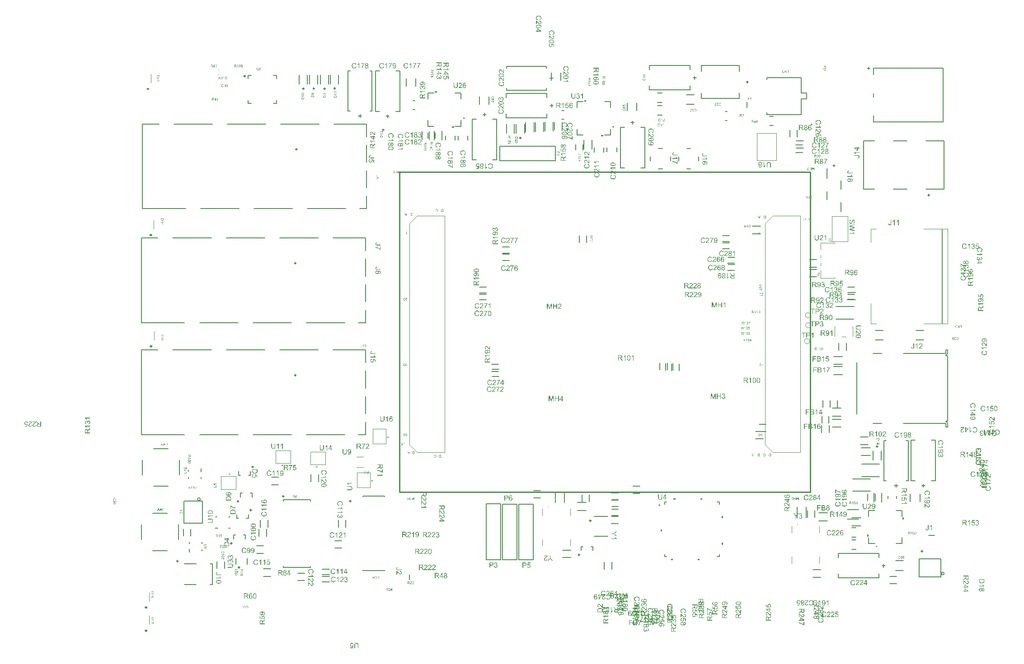
<source format=gbr>
G04*
G04 #@! TF.GenerationSoftware,Altium Limited,Altium Designer,23.7.1 (13)*
G04*
G04 Layer_Color=65535*
%FSLAX25Y25*%
%MOIN*%
G70*
G04*
G04 #@! TF.SameCoordinates,27D51526-8311-448D-B6E4-34D2AC34C314*
G04*
G04*
G04 #@! TF.FilePolarity,Positive*
G04*
G01*
G75*
%ADD10C,0.00984*%
%ADD11C,0.00787*%
%ADD12C,0.00400*%
%ADD13C,0.01500*%
%ADD14C,0.01000*%
%ADD15C,0.00600*%
%ADD16C,0.00394*%
G36*
X194195Y182D02*
X192695D01*
Y1182D01*
X194195D01*
Y182D01*
D02*
G37*
G36*
X304303Y-6247D02*
X302803D01*
Y-5247D01*
X304303D01*
Y-6247D01*
D02*
G37*
G36*
X206793Y-25618D02*
X205293D01*
Y-24618D01*
X206793D01*
Y-25618D01*
D02*
G37*
G36*
X316901Y-32047D02*
X315401D01*
Y-31047D01*
X316901D01*
Y-32047D01*
D02*
G37*
G36*
X389929Y-300192D02*
X388428D01*
Y-299192D01*
X389929D01*
Y-300192D01*
D02*
G37*
G36*
X370238D02*
X368739D01*
Y-299192D01*
X370238D01*
Y-300192D01*
D02*
G37*
G36*
X405187Y-313981D02*
X404187D01*
Y-312481D01*
X405187D01*
Y-313981D01*
D02*
G37*
G36*
X538416Y-314952D02*
X537416D01*
Y-313452D01*
X538416D01*
Y-314952D01*
D02*
G37*
G36*
X360387Y-323826D02*
X359387D01*
Y-322326D01*
X360387D01*
Y-323826D01*
D02*
G37*
G36*
X512616Y-327550D02*
X511616D01*
Y-326050D01*
X512616D01*
Y-327550D01*
D02*
G37*
G36*
X405187Y-333671D02*
X404187D01*
Y-332171D01*
X405187D01*
Y-333671D01*
D02*
G37*
G36*
X387960Y-344992D02*
X386459D01*
Y-343992D01*
X387960D01*
Y-344992D01*
D02*
G37*
G36*
X368269D02*
X366770D01*
Y-343992D01*
X368269D01*
Y-344992D01*
D02*
G37*
G36*
X358510Y-303623D02*
Y-303628D01*
Y-303642D01*
Y-303655D01*
X358506Y-303706D01*
X358501Y-303766D01*
X358492Y-303845D01*
X358487Y-303942D01*
X358473Y-304048D01*
X358459Y-304164D01*
X358464D01*
X358469Y-304159D01*
X358483Y-304154D01*
X358501Y-304145D01*
X358547Y-304122D01*
X358607Y-304094D01*
X358681Y-304062D01*
X358769Y-304025D01*
X358866Y-303988D01*
X358972Y-303951D01*
X359074Y-304261D01*
X359069D01*
X359060Y-304265D01*
X359046Y-304270D01*
X359028Y-304274D01*
X359000Y-304284D01*
X358972Y-304293D01*
X358903Y-304311D01*
X358820Y-304330D01*
X358727Y-304353D01*
X358630Y-304372D01*
X358529Y-304385D01*
X358533Y-304390D01*
X358552Y-304408D01*
X358584Y-304436D01*
X358626Y-304478D01*
X358681Y-304538D01*
X358741Y-304607D01*
X358820Y-304695D01*
X358903Y-304797D01*
X358644Y-304977D01*
X358640Y-304967D01*
X358621Y-304944D01*
X358593Y-304907D01*
X358556Y-304857D01*
X358515Y-304787D01*
X358464Y-304709D01*
X358404Y-304616D01*
X358344Y-304515D01*
Y-304519D01*
X358339Y-304528D01*
X358330Y-304542D01*
X358316Y-304566D01*
X358289Y-304621D01*
X358252Y-304686D01*
X358205Y-304760D01*
X358159Y-304838D01*
X358108Y-304912D01*
X358062Y-304977D01*
X357808Y-304797D01*
X357813Y-304792D01*
X357817Y-304783D01*
X357831Y-304769D01*
X357850Y-304746D01*
X357891Y-304690D01*
X357947Y-304626D01*
X358007Y-304556D01*
X358067Y-304492D01*
X358122Y-304432D01*
X358145Y-304404D01*
X358168Y-304385D01*
X358164D01*
X358155Y-304381D01*
X358141D01*
X358122Y-304376D01*
X358094Y-304372D01*
X358067Y-304362D01*
X357997Y-304348D01*
X357914Y-304330D01*
X357826Y-304311D01*
X357637Y-304261D01*
X357734Y-303951D01*
X357739D01*
X357748Y-303956D01*
X357766Y-303965D01*
X357789Y-303970D01*
X357817Y-303983D01*
X357854Y-303997D01*
X357928Y-304025D01*
X358011Y-304057D01*
X358094Y-304094D01*
X358173Y-304131D01*
X358238Y-304164D01*
Y-304159D01*
Y-304145D01*
X358233Y-304127D01*
Y-304099D01*
X358228Y-304066D01*
X358224Y-304030D01*
X358219Y-303946D01*
X358210Y-303859D01*
X358201Y-303766D01*
X358196Y-303688D01*
Y-303651D01*
Y-303618D01*
X358510D01*
Y-303623D01*
D02*
G37*
G36*
X460294Y-318303D02*
X460321Y-318309D01*
X460354Y-318320D01*
X460386Y-318336D01*
X460419Y-318358D01*
X460452Y-318385D01*
X460457Y-318391D01*
X460468Y-318402D01*
X460479Y-318418D01*
X460496Y-318445D01*
X460528Y-318506D01*
X460534Y-318544D01*
X460539Y-318587D01*
Y-318593D01*
Y-318609D01*
X460534Y-318631D01*
X460528Y-318658D01*
X460518Y-318691D01*
X460501Y-318724D01*
X460479Y-318762D01*
X460452Y-318795D01*
X460447Y-318800D01*
X460436Y-318806D01*
X460419Y-318822D01*
X460392Y-318833D01*
X460332Y-318866D01*
X460294Y-318871D01*
X460250Y-318877D01*
X460228D01*
X460206Y-318871D01*
X460179Y-318866D01*
X460146Y-318855D01*
X460113Y-318844D01*
X460075Y-318822D01*
X460042Y-318795D01*
X460037Y-318789D01*
X460032Y-318778D01*
X460015Y-318762D01*
X460004Y-318735D01*
X459988Y-318707D01*
X459972Y-318669D01*
X459966Y-318631D01*
X459961Y-318587D01*
Y-318582D01*
Y-318566D01*
X459966Y-318544D01*
X459972Y-318516D01*
X459982Y-318484D01*
X459993Y-318451D01*
X460015Y-318418D01*
X460042Y-318385D01*
X460048Y-318380D01*
X460059Y-318369D01*
X460075Y-318358D01*
X460103Y-318342D01*
X460130Y-318325D01*
X460168Y-318309D01*
X460206Y-318303D01*
X460250Y-318298D01*
X460272D01*
X460294Y-318303D01*
D02*
G37*
G36*
X276472Y-305568D02*
X276500Y-305573D01*
X276532Y-305584D01*
X276565Y-305600D01*
X276598Y-305622D01*
X276630Y-305649D01*
X276636Y-305655D01*
X276647Y-305666D01*
X276658Y-305682D01*
X276674Y-305710D01*
X276707Y-305769D01*
X276712Y-305808D01*
X276718Y-305852D01*
Y-305857D01*
Y-305873D01*
X276712Y-305895D01*
X276707Y-305922D01*
X276696Y-305955D01*
X276680Y-305988D01*
X276658Y-306026D01*
X276630Y-306059D01*
X276625Y-306064D01*
X276614Y-306070D01*
X276598Y-306086D01*
X276571Y-306097D01*
X276510Y-306130D01*
X276472Y-306135D01*
X276429Y-306141D01*
X276407D01*
X276385Y-306135D01*
X276358Y-306130D01*
X276325Y-306119D01*
X276292Y-306108D01*
X276254Y-306086D01*
X276221Y-306059D01*
X276216Y-306053D01*
X276210Y-306043D01*
X276194Y-306026D01*
X276183Y-305999D01*
X276166Y-305972D01*
X276150Y-305933D01*
X276145Y-305895D01*
X276139Y-305852D01*
Y-305846D01*
Y-305830D01*
X276145Y-305808D01*
X276150Y-305781D01*
X276161Y-305748D01*
X276172Y-305715D01*
X276194Y-305682D01*
X276221Y-305649D01*
X276226Y-305644D01*
X276237Y-305633D01*
X276254Y-305622D01*
X276281Y-305606D01*
X276308Y-305589D01*
X276347Y-305573D01*
X276385Y-305568D01*
X276429Y-305562D01*
X276450D01*
X276472Y-305568D01*
D02*
G37*
G36*
X518607Y-334219D02*
X518611Y-334228D01*
X518616Y-334242D01*
X518620Y-334260D01*
X518630Y-334288D01*
X518639Y-334316D01*
X518657Y-334385D01*
X518676Y-334468D01*
X518699Y-334560D01*
X518717Y-334658D01*
X518731Y-334759D01*
X518736Y-334754D01*
X518754Y-334736D01*
X518782Y-334704D01*
X518824Y-334662D01*
X518884Y-334607D01*
X518953Y-334547D01*
X519041Y-334468D01*
X519143Y-334385D01*
X519323Y-334644D01*
X519313Y-334648D01*
X519290Y-334667D01*
X519253Y-334695D01*
X519203Y-334731D01*
X519133Y-334773D01*
X519055Y-334824D01*
X518962Y-334884D01*
X518861Y-334944D01*
X518865D01*
X518875Y-334949D01*
X518889Y-334958D01*
X518912Y-334972D01*
X518967Y-334999D01*
X519032Y-335036D01*
X519106Y-335083D01*
X519184Y-335129D01*
X519258Y-335180D01*
X519323Y-335226D01*
X519143Y-335480D01*
X519138Y-335475D01*
X519129Y-335471D01*
X519115Y-335457D01*
X519092Y-335438D01*
X519036Y-335397D01*
X518972Y-335341D01*
X518902Y-335281D01*
X518838Y-335221D01*
X518778Y-335166D01*
X518750Y-335143D01*
X518731Y-335120D01*
Y-335124D01*
X518727Y-335133D01*
Y-335147D01*
X518722Y-335166D01*
X518717Y-335193D01*
X518708Y-335221D01*
X518694Y-335291D01*
X518676Y-335374D01*
X518657Y-335461D01*
X518607Y-335651D01*
X518297Y-335554D01*
Y-335549D01*
X518302Y-335540D01*
X518311Y-335522D01*
X518316Y-335498D01*
X518329Y-335471D01*
X518343Y-335434D01*
X518371Y-335360D01*
X518403Y-335277D01*
X518440Y-335193D01*
X518477Y-335115D01*
X518510Y-335050D01*
X518505D01*
X518491D01*
X518473Y-335055D01*
X518445D01*
X518413Y-335059D01*
X518376Y-335064D01*
X518293Y-335069D01*
X518205Y-335078D01*
X518112Y-335087D01*
X518034Y-335092D01*
X517997D01*
X517965D01*
Y-334778D01*
X517969D01*
X517974D01*
X517988D01*
X518001D01*
X518052Y-334782D01*
X518112Y-334787D01*
X518191Y-334796D01*
X518288Y-334801D01*
X518394Y-334815D01*
X518510Y-334828D01*
Y-334824D01*
X518505Y-334819D01*
X518500Y-334805D01*
X518491Y-334787D01*
X518468Y-334741D01*
X518440Y-334681D01*
X518408Y-334607D01*
X518371Y-334519D01*
X518334Y-334422D01*
X518297Y-334316D01*
X518607Y-334214D01*
Y-334219D01*
D02*
G37*
G36*
X324831Y-24520D02*
X324827Y-24525D01*
X324822Y-24534D01*
X324808Y-24548D01*
X324790Y-24571D01*
X324748Y-24626D01*
X324693Y-24691D01*
X324633Y-24760D01*
X324572Y-24825D01*
X324517Y-24885D01*
X324494Y-24913D01*
X324471Y-24931D01*
X324475D01*
X324485Y-24936D01*
X324499D01*
X324517Y-24941D01*
X324545Y-24945D01*
X324572Y-24954D01*
X324642Y-24968D01*
X324725Y-24987D01*
X324813Y-25005D01*
X325002Y-25056D01*
X324905Y-25366D01*
X324901D01*
X324891Y-25361D01*
X324873Y-25352D01*
X324850Y-25347D01*
X324822Y-25333D01*
X324785Y-25319D01*
X324711Y-25292D01*
X324628Y-25259D01*
X324545Y-25222D01*
X324466Y-25185D01*
X324401Y-25153D01*
Y-25158D01*
Y-25172D01*
X324406Y-25190D01*
Y-25218D01*
X324411Y-25250D01*
X324415Y-25287D01*
X324420Y-25370D01*
X324429Y-25458D01*
X324439Y-25550D01*
X324443Y-25629D01*
Y-25666D01*
Y-25698D01*
X324129D01*
Y-25694D01*
Y-25689D01*
Y-25675D01*
Y-25661D01*
X324134Y-25611D01*
X324138Y-25550D01*
X324147Y-25472D01*
X324152Y-25375D01*
X324166Y-25269D01*
X324180Y-25153D01*
X324175D01*
X324170Y-25158D01*
X324157Y-25162D01*
X324138Y-25172D01*
X324092Y-25195D01*
X324032Y-25222D01*
X323958Y-25255D01*
X323870Y-25292D01*
X323773Y-25329D01*
X323667Y-25366D01*
X323565Y-25056D01*
X323570D01*
X323579Y-25052D01*
X323593Y-25047D01*
X323611Y-25042D01*
X323639Y-25033D01*
X323667Y-25024D01*
X323736Y-25005D01*
X323819Y-24987D01*
X323912Y-24964D01*
X324009Y-24945D01*
X324111Y-24931D01*
X324106Y-24927D01*
X324087Y-24908D01*
X324055Y-24881D01*
X324013Y-24839D01*
X323958Y-24779D01*
X323898Y-24710D01*
X323819Y-24622D01*
X323736Y-24520D01*
X323995Y-24340D01*
X324000Y-24349D01*
X324018Y-24372D01*
X324046Y-24409D01*
X324083Y-24460D01*
X324124Y-24529D01*
X324175Y-24608D01*
X324235Y-24700D01*
X324295Y-24802D01*
Y-24797D01*
X324300Y-24788D01*
X324309Y-24774D01*
X324323Y-24751D01*
X324351Y-24696D01*
X324388Y-24631D01*
X324434Y-24557D01*
X324480Y-24479D01*
X324531Y-24405D01*
X324577Y-24340D01*
X324831Y-24520D01*
D02*
G37*
G36*
X433892Y-141932D02*
X432393D01*
X432396Y-141935D01*
X432407Y-141949D01*
X432424Y-141966D01*
X432443Y-141993D01*
X432468Y-142024D01*
X432496Y-142063D01*
X432526Y-142107D01*
X432557Y-142157D01*
Y-142159D01*
X432559Y-142162D01*
X432570Y-142179D01*
X432584Y-142207D01*
X432601Y-142240D01*
X432620Y-142279D01*
X432640Y-142320D01*
X432659Y-142362D01*
X432676Y-142403D01*
X432449D01*
Y-142401D01*
X432443Y-142395D01*
X432440Y-142384D01*
X432432Y-142370D01*
X432424Y-142353D01*
X432413Y-142334D01*
X432385Y-142287D01*
X432354Y-142232D01*
X432316Y-142176D01*
X432271Y-142118D01*
X432224Y-142060D01*
X432221Y-142057D01*
X432219Y-142054D01*
X432210Y-142046D01*
X432202Y-142035D01*
X432174Y-142010D01*
X432141Y-141977D01*
X432102Y-141944D01*
X432058Y-141908D01*
X432014Y-141877D01*
X431967Y-141849D01*
Y-141697D01*
X433892D01*
Y-141932D01*
D02*
G37*
G36*
Y-142980D02*
X433310Y-143204D01*
Y-144007D01*
X433892Y-144215D01*
Y-144484D01*
X431975Y-143752D01*
Y-143475D01*
X433892Y-142691D01*
Y-142980D01*
D02*
G37*
G36*
X433343Y-144691D02*
X433365D01*
X433418Y-144697D01*
X433479Y-144702D01*
X433543Y-144713D01*
X433601Y-144730D01*
X433656Y-144749D01*
X433659D01*
X433662Y-144752D01*
X433678Y-144761D01*
X433701Y-144774D01*
X433731Y-144794D01*
X433762Y-144822D01*
X433795Y-144852D01*
X433828Y-144891D01*
X433856Y-144935D01*
X433858Y-144941D01*
X433867Y-144957D01*
X433878Y-144982D01*
X433889Y-145018D01*
X433903Y-145062D01*
X433914Y-145112D01*
X433922Y-145168D01*
X433925Y-145229D01*
Y-145254D01*
X433922Y-145270D01*
X433919Y-145292D01*
X433917Y-145315D01*
X433906Y-145373D01*
X433889Y-145434D01*
X433864Y-145497D01*
X433847Y-145531D01*
X433828Y-145561D01*
X433806Y-145589D01*
X433781Y-145616D01*
X433778Y-145619D01*
X433775Y-145622D01*
X433764Y-145628D01*
X433753Y-145636D01*
X433739Y-145647D01*
X433720Y-145658D01*
X433698Y-145669D01*
X433673Y-145683D01*
X433645Y-145694D01*
X433612Y-145705D01*
X433579Y-145716D01*
X433540Y-145727D01*
X433498Y-145733D01*
X433451Y-145741D01*
X433404Y-145744D01*
X433352D01*
X433318Y-145514D01*
X433321D01*
X433327D01*
X433338D01*
X433354Y-145511D01*
X433371Y-145509D01*
X433390D01*
X433437Y-145500D01*
X433487Y-145492D01*
X433537Y-145475D01*
X433581Y-145459D01*
X433601Y-145448D01*
X433617Y-145434D01*
X433620Y-145431D01*
X433629Y-145420D01*
X433642Y-145403D01*
X433656Y-145381D01*
X433673Y-145351D01*
X433684Y-145317D01*
X433695Y-145276D01*
X433698Y-145231D01*
Y-145215D01*
X433695Y-145198D01*
X433692Y-145173D01*
X433687Y-145148D01*
X433681Y-145121D01*
X433670Y-145093D01*
X433656Y-145065D01*
X433653Y-145062D01*
X433648Y-145054D01*
X433637Y-145043D01*
X433626Y-145027D01*
X433606Y-145013D01*
X433587Y-144996D01*
X433565Y-144982D01*
X433537Y-144971D01*
X433534D01*
X433523Y-144966D01*
X433504Y-144963D01*
X433479Y-144957D01*
X433446Y-144952D01*
X433404Y-144949D01*
X433354Y-144943D01*
X433296D01*
X431975D01*
Y-144689D01*
X433282D01*
X433285D01*
X433293D01*
X433305D01*
X433321D01*
X433343Y-144691D01*
D02*
G37*
G36*
X431930Y-104290D02*
X431933Y-104288D01*
X431947Y-104277D01*
X431963Y-104260D01*
X431991Y-104241D01*
X432022Y-104216D01*
X432060Y-104188D01*
X432105Y-104158D01*
X432155Y-104127D01*
X432157D01*
X432160Y-104124D01*
X432177Y-104113D01*
X432204Y-104099D01*
X432238Y-104083D01*
X432276Y-104063D01*
X432318Y-104044D01*
X432360Y-104025D01*
X432401Y-104008D01*
Y-104235D01*
X432398D01*
X432393Y-104241D01*
X432382Y-104243D01*
X432368Y-104252D01*
X432351Y-104260D01*
X432332Y-104271D01*
X432285Y-104299D01*
X432229Y-104329D01*
X432174Y-104368D01*
X432116Y-104412D01*
X432058Y-104460D01*
X432055Y-104462D01*
X432052Y-104465D01*
X432044Y-104473D01*
X432033Y-104482D01*
X432008Y-104509D01*
X431975Y-104543D01*
X431941Y-104581D01*
X431905Y-104626D01*
X431875Y-104670D01*
X431847Y-104717D01*
X431695D01*
Y-102792D01*
X431930D01*
Y-104290D01*
D02*
G37*
G36*
X433764Y-251261D02*
X433786D01*
X433811Y-251264D01*
X433839Y-251270D01*
X433872Y-251278D01*
X433905Y-251286D01*
X433944Y-251297D01*
X433983Y-251311D01*
X434022Y-251328D01*
X434063Y-251350D01*
X434102Y-251375D01*
X434141Y-251403D01*
X434179Y-251436D01*
X434215Y-251475D01*
X434218Y-251478D01*
X434224Y-251486D01*
X434232Y-251497D01*
X434243Y-251516D01*
X434260Y-251541D01*
X434274Y-251569D01*
X434290Y-251605D01*
X434307Y-251644D01*
X434326Y-251691D01*
X434343Y-251744D01*
X434357Y-251802D01*
X434371Y-251865D01*
X434384Y-251937D01*
X434393Y-252015D01*
X434398Y-252098D01*
X434401Y-252187D01*
Y-252189D01*
Y-252192D01*
Y-252201D01*
Y-252212D01*
X434398Y-252239D01*
Y-252278D01*
X434396Y-252322D01*
X434390Y-252375D01*
X434384Y-252433D01*
X434376Y-252497D01*
X434365Y-252561D01*
X434351Y-252630D01*
X434335Y-252696D01*
X434315Y-252763D01*
X434290Y-252826D01*
X434263Y-252888D01*
X434232Y-252946D01*
X434196Y-252995D01*
X434193Y-252998D01*
X434188Y-253004D01*
X434177Y-253015D01*
X434163Y-253031D01*
X434146Y-253048D01*
X434124Y-253065D01*
X434096Y-253087D01*
X434069Y-253106D01*
X434035Y-253126D01*
X433999Y-253148D01*
X433958Y-253165D01*
X433916Y-253184D01*
X433869Y-253198D01*
X433819Y-253209D01*
X433767Y-253214D01*
X433711Y-253217D01*
X433689D01*
X433673Y-253214D01*
X433653D01*
X433631Y-253212D01*
X433578Y-253201D01*
X433520Y-253187D01*
X433459Y-253165D01*
X433398Y-253131D01*
X433368Y-253112D01*
X433340Y-253090D01*
X433337Y-253087D01*
X433335Y-253084D01*
X433326Y-253076D01*
X433318Y-253067D01*
X433304Y-253054D01*
X433293Y-253037D01*
X433263Y-252998D01*
X433232Y-252948D01*
X433204Y-252888D01*
X433180Y-252818D01*
X433163Y-252741D01*
X433398Y-252721D01*
Y-252724D01*
X433401Y-252727D01*
X433404Y-252743D01*
X433412Y-252768D01*
X433423Y-252799D01*
X433434Y-252832D01*
X433451Y-252865D01*
X433470Y-252896D01*
X433490Y-252921D01*
X433495Y-252926D01*
X433506Y-252937D01*
X433526Y-252954D01*
X433553Y-252973D01*
X433590Y-252990D01*
X433628Y-253007D01*
X433675Y-253018D01*
X433725Y-253023D01*
X433745D01*
X433767Y-253020D01*
X433792Y-253015D01*
X433825Y-253007D01*
X433858Y-252995D01*
X433891Y-252982D01*
X433925Y-252959D01*
X433930Y-252957D01*
X433944Y-252946D01*
X433963Y-252926D01*
X433988Y-252899D01*
X434016Y-252865D01*
X434047Y-252826D01*
X434074Y-252777D01*
X434102Y-252721D01*
Y-252718D01*
X434105Y-252713D01*
X434107Y-252705D01*
X434113Y-252694D01*
X434116Y-252677D01*
X434121Y-252658D01*
X434127Y-252635D01*
X434132Y-252608D01*
X434141Y-252577D01*
X434146Y-252544D01*
X434152Y-252508D01*
X434155Y-252469D01*
X434160Y-252425D01*
X434163Y-252381D01*
X434166Y-252331D01*
Y-252281D01*
X434163Y-252284D01*
X434152Y-252300D01*
X434132Y-252322D01*
X434107Y-252350D01*
X434080Y-252383D01*
X434044Y-252414D01*
X434005Y-252444D01*
X433961Y-252472D01*
X433958D01*
X433955Y-252475D01*
X433939Y-252483D01*
X433914Y-252491D01*
X433880Y-252505D01*
X433842Y-252516D01*
X433797Y-252525D01*
X433750Y-252533D01*
X433700Y-252536D01*
X433678D01*
X433662Y-252533D01*
X433639Y-252530D01*
X433617Y-252527D01*
X433590Y-252522D01*
X433562Y-252514D01*
X433498Y-252494D01*
X433465Y-252480D01*
X433432Y-252461D01*
X433398Y-252442D01*
X433362Y-252419D01*
X433329Y-252392D01*
X433299Y-252361D01*
X433296Y-252358D01*
X433290Y-252353D01*
X433282Y-252344D01*
X433274Y-252331D01*
X433260Y-252311D01*
X433246Y-252292D01*
X433232Y-252267D01*
X433216Y-252239D01*
X433199Y-252209D01*
X433185Y-252176D01*
X433171Y-252137D01*
X433157Y-252098D01*
X433149Y-252057D01*
X433141Y-252009D01*
X433135Y-251962D01*
X433132Y-251912D01*
Y-251910D01*
Y-251904D01*
Y-251896D01*
Y-251882D01*
X433135Y-251865D01*
Y-251849D01*
X433144Y-251804D01*
X433152Y-251752D01*
X433166Y-251696D01*
X433185Y-251635D01*
X433213Y-251577D01*
Y-251574D01*
X433216Y-251572D01*
X433221Y-251563D01*
X433227Y-251552D01*
X433243Y-251525D01*
X433268Y-251489D01*
X433299Y-251450D01*
X433335Y-251411D01*
X433379Y-251372D01*
X433426Y-251339D01*
X433429D01*
X433432Y-251336D01*
X433440Y-251331D01*
X433451Y-251328D01*
X433479Y-251314D01*
X433515Y-251300D01*
X433562Y-251284D01*
X433614Y-251273D01*
X433673Y-251261D01*
X433736Y-251259D01*
X433750D01*
X433764Y-251261D01*
D02*
G37*
G36*
X432321D02*
X432343Y-251264D01*
X432371Y-251270D01*
X432401Y-251275D01*
X432434Y-251284D01*
X432468Y-251295D01*
X432504Y-251306D01*
X432540Y-251322D01*
X432576Y-251342D01*
X432612Y-251364D01*
X432648Y-251392D01*
X432681Y-251422D01*
X432711Y-251455D01*
X432714Y-251458D01*
X432720Y-251466D01*
X432728Y-251480D01*
X432742Y-251502D01*
X432756Y-251527D01*
X432769Y-251561D01*
X432789Y-251599D01*
X432805Y-251644D01*
X432822Y-251694D01*
X432839Y-251752D01*
X432855Y-251816D01*
X432869Y-251887D01*
X432883Y-251965D01*
X432891Y-252048D01*
X432897Y-252140D01*
X432900Y-252237D01*
Y-252239D01*
Y-252250D01*
Y-252270D01*
Y-252292D01*
X432897Y-252322D01*
Y-252356D01*
X432894Y-252392D01*
X432891Y-252433D01*
X432883Y-252519D01*
X432869Y-252610D01*
X432853Y-252702D01*
X432842Y-252743D01*
X432830Y-252785D01*
Y-252788D01*
X432828Y-252793D01*
X432822Y-252804D01*
X432817Y-252818D01*
X432811Y-252838D01*
X432800Y-252857D01*
X432778Y-252904D01*
X432750Y-252954D01*
X432714Y-253007D01*
X432673Y-253059D01*
X432623Y-253103D01*
X432620D01*
X432617Y-253109D01*
X432609Y-253115D01*
X432598Y-253120D01*
X432584Y-253131D01*
X432567Y-253139D01*
X432526Y-253162D01*
X432476Y-253181D01*
X432418Y-253201D01*
X432348Y-253212D01*
X432274Y-253217D01*
X432249D01*
X432218Y-253214D01*
X432182Y-253209D01*
X432141Y-253201D01*
X432096Y-253189D01*
X432049Y-253176D01*
X432005Y-253153D01*
X432002D01*
X431999Y-253151D01*
X431986Y-253142D01*
X431963Y-253129D01*
X431936Y-253109D01*
X431905Y-253081D01*
X431872Y-253051D01*
X431842Y-253015D01*
X431811Y-252973D01*
X431808Y-252968D01*
X431797Y-252954D01*
X431786Y-252929D01*
X431767Y-252893D01*
X431750Y-252852D01*
X431728Y-252804D01*
X431709Y-252749D01*
X431692Y-252688D01*
Y-252685D01*
X431689Y-252680D01*
X431686Y-252671D01*
X431684Y-252658D01*
X431681Y-252641D01*
X431678Y-252622D01*
X431673Y-252597D01*
X431670Y-252569D01*
X431664Y-252538D01*
X431662Y-252505D01*
X431659Y-252466D01*
X431653Y-252428D01*
X431650Y-252383D01*
Y-252339D01*
X431648Y-252289D01*
Y-252237D01*
Y-252234D01*
Y-252223D01*
Y-252203D01*
Y-252181D01*
X431650Y-252151D01*
Y-252117D01*
X431653Y-252081D01*
X431656Y-252043D01*
X431664Y-251954D01*
X431678Y-251863D01*
X431695Y-251774D01*
X431706Y-251732D01*
X431720Y-251691D01*
Y-251688D01*
X431722Y-251682D01*
X431728Y-251671D01*
X431734Y-251658D01*
X431739Y-251638D01*
X431750Y-251619D01*
X431772Y-251572D01*
X431800Y-251522D01*
X431836Y-251466D01*
X431878Y-251417D01*
X431927Y-251370D01*
X431930D01*
X431933Y-251364D01*
X431941Y-251358D01*
X431952Y-251353D01*
X431966Y-251345D01*
X431980Y-251333D01*
X432022Y-251314D01*
X432071Y-251295D01*
X432130Y-251275D01*
X432199Y-251264D01*
X432274Y-251259D01*
X432301D01*
X432321Y-251261D01*
D02*
G37*
G36*
X432094Y-92624D02*
X431817D01*
X431033Y-90708D01*
X431321D01*
X431545Y-91289D01*
X432349D01*
X432556Y-90708D01*
X432825D01*
X432094Y-92624D01*
D02*
G37*
G36*
X436762D02*
X436009D01*
X435989Y-92622D01*
X435967D01*
X435917Y-92616D01*
X435862Y-92611D01*
X435804Y-92600D01*
X435745Y-92586D01*
X435693Y-92566D01*
X435690D01*
X435687Y-92564D01*
X435671Y-92555D01*
X435646Y-92541D01*
X435618Y-92522D01*
X435585Y-92497D01*
X435549Y-92467D01*
X435516Y-92428D01*
X435485Y-92386D01*
X435482Y-92381D01*
X435474Y-92364D01*
X435460Y-92342D01*
X435446Y-92309D01*
X435432Y-92270D01*
X435419Y-92228D01*
X435410Y-92181D01*
X435408Y-92134D01*
Y-92129D01*
Y-92115D01*
X435410Y-92090D01*
X435416Y-92059D01*
X435424Y-92023D01*
X435438Y-91985D01*
X435455Y-91946D01*
X435477Y-91904D01*
X435480Y-91899D01*
X435488Y-91888D01*
X435504Y-91866D01*
X435527Y-91843D01*
X435554Y-91816D01*
X435588Y-91785D01*
X435629Y-91758D01*
X435676Y-91730D01*
X435674D01*
X435668Y-91727D01*
X435660Y-91724D01*
X435649Y-91719D01*
X435615Y-91708D01*
X435576Y-91688D01*
X435535Y-91663D01*
X435488Y-91633D01*
X435446Y-91597D01*
X435408Y-91553D01*
X435405Y-91547D01*
X435394Y-91530D01*
X435377Y-91505D01*
X435360Y-91472D01*
X435344Y-91428D01*
X435327Y-91381D01*
X435316Y-91325D01*
X435313Y-91264D01*
Y-91262D01*
Y-91259D01*
Y-91242D01*
X435316Y-91215D01*
X435322Y-91181D01*
X435327Y-91143D01*
X435338Y-91101D01*
X435352Y-91057D01*
X435372Y-91012D01*
X435374Y-91007D01*
X435383Y-90993D01*
X435394Y-90974D01*
X435410Y-90946D01*
X435432Y-90918D01*
X435455Y-90888D01*
X435482Y-90857D01*
X435513Y-90832D01*
X435516Y-90830D01*
X435527Y-90821D01*
X435546Y-90810D01*
X435571Y-90799D01*
X435602Y-90782D01*
X435638Y-90766D01*
X435676Y-90752D01*
X435723Y-90738D01*
X435729D01*
X435745Y-90733D01*
X435773Y-90730D01*
X435809Y-90724D01*
X435853Y-90719D01*
X435906Y-90713D01*
X435964Y-90711D01*
X436031Y-90708D01*
X436762D01*
Y-92624D01*
D02*
G37*
G36*
X465320Y-92177D02*
X465345D01*
X465375Y-92180D01*
X465409Y-92185D01*
X465447Y-92191D01*
X465528Y-92205D01*
X465611Y-92227D01*
X465694Y-92258D01*
X465733Y-92277D01*
X465771Y-92299D01*
X465774Y-92302D01*
X465780Y-92305D01*
X465791Y-92313D01*
X465802Y-92324D01*
X465819Y-92335D01*
X465838Y-92352D01*
X465860Y-92371D01*
X465882Y-92393D01*
X465905Y-92418D01*
X465929Y-92443D01*
X465979Y-92507D01*
X466026Y-92582D01*
X466068Y-92665D01*
Y-92668D01*
X466073Y-92676D01*
X466076Y-92690D01*
X466084Y-92706D01*
X466090Y-92729D01*
X466098Y-92756D01*
X466109Y-92787D01*
X466118Y-92820D01*
X466126Y-92856D01*
X466137Y-92897D01*
X466151Y-92983D01*
X466162Y-93080D01*
X466168Y-93180D01*
Y-93183D01*
Y-93194D01*
Y-93210D01*
X466165Y-93230D01*
Y-93257D01*
X466162Y-93285D01*
X466159Y-93321D01*
X466154Y-93357D01*
X466140Y-93438D01*
X466120Y-93526D01*
X466093Y-93615D01*
X466054Y-93701D01*
X466051Y-93704D01*
X466048Y-93712D01*
X466043Y-93723D01*
X466032Y-93737D01*
X466021Y-93756D01*
X466007Y-93778D01*
X465971Y-93828D01*
X465924Y-93884D01*
X465869Y-93939D01*
X465805Y-93994D01*
X465730Y-94041D01*
X465727Y-94044D01*
X465719Y-94047D01*
X465708Y-94052D01*
X465694Y-94061D01*
X465672Y-94069D01*
X465650Y-94077D01*
X465622Y-94089D01*
X465591Y-94100D01*
X465558Y-94111D01*
X465522Y-94122D01*
X465445Y-94138D01*
X465356Y-94152D01*
X465265Y-94158D01*
X465237D01*
X465217Y-94155D01*
X465193Y-94152D01*
X465162Y-94150D01*
X465132Y-94147D01*
X465096Y-94138D01*
X465021Y-94122D01*
X464938Y-94097D01*
X464896Y-94080D01*
X464857Y-94061D01*
X464819Y-94036D01*
X464780Y-94011D01*
X464777Y-94008D01*
X464772Y-94005D01*
X464760Y-93997D01*
X464747Y-93983D01*
X464733Y-93969D01*
X464713Y-93950D01*
X464694Y-93928D01*
X464672Y-93906D01*
X464650Y-93878D01*
X464628Y-93845D01*
X464603Y-93812D01*
X464580Y-93775D01*
X464561Y-93734D01*
X464539Y-93692D01*
X464522Y-93648D01*
X464506Y-93598D01*
X464755Y-93540D01*
Y-93543D01*
X464758Y-93548D01*
X464763Y-93559D01*
X464769Y-93573D01*
X464774Y-93590D01*
X464783Y-93612D01*
X464805Y-93656D01*
X464832Y-93706D01*
X464866Y-93756D01*
X464907Y-93803D01*
X464952Y-93845D01*
X464957Y-93850D01*
X464974Y-93861D01*
X465001Y-93875D01*
X465037Y-93895D01*
X465085Y-93911D01*
X465137Y-93928D01*
X465201Y-93939D01*
X465270Y-93942D01*
X465292D01*
X465306Y-93939D01*
X465325D01*
X465348Y-93936D01*
X465400Y-93928D01*
X465458Y-93917D01*
X465519Y-93897D01*
X465583Y-93870D01*
X465641Y-93834D01*
X465644D01*
X465647Y-93828D01*
X465666Y-93814D01*
X465691Y-93792D01*
X465722Y-93759D01*
X465758Y-93717D01*
X465791Y-93670D01*
X465821Y-93612D01*
X465849Y-93548D01*
Y-93546D01*
X465852Y-93540D01*
X465855Y-93532D01*
X465857Y-93518D01*
X465863Y-93501D01*
X465869Y-93482D01*
X465877Y-93435D01*
X465888Y-93379D01*
X465899Y-93318D01*
X465905Y-93252D01*
X465907Y-93180D01*
Y-93177D01*
Y-93169D01*
Y-93155D01*
Y-93138D01*
X465905Y-93119D01*
Y-93094D01*
X465902Y-93066D01*
X465899Y-93036D01*
X465891Y-92969D01*
X465877Y-92897D01*
X465860Y-92825D01*
X465838Y-92753D01*
Y-92751D01*
X465835Y-92745D01*
X465830Y-92737D01*
X465824Y-92723D01*
X465807Y-92690D01*
X465783Y-92651D01*
X465752Y-92607D01*
X465713Y-92559D01*
X465669Y-92518D01*
X465616Y-92479D01*
X465614D01*
X465608Y-92476D01*
X465600Y-92471D01*
X465589Y-92465D01*
X465575Y-92460D01*
X465558Y-92452D01*
X465519Y-92435D01*
X465470Y-92418D01*
X465414Y-92404D01*
X465353Y-92393D01*
X465289Y-92391D01*
X465270D01*
X465253Y-92393D01*
X465234D01*
X465215Y-92396D01*
X465165Y-92407D01*
X465107Y-92421D01*
X465049Y-92443D01*
X464988Y-92474D01*
X464957Y-92490D01*
X464929Y-92512D01*
X464927Y-92515D01*
X464924Y-92518D01*
X464916Y-92526D01*
X464904Y-92535D01*
X464893Y-92548D01*
X464880Y-92565D01*
X464863Y-92582D01*
X464849Y-92604D01*
X464832Y-92629D01*
X464813Y-92656D01*
X464796Y-92684D01*
X464780Y-92717D01*
X464766Y-92753D01*
X464752Y-92792D01*
X464738Y-92834D01*
X464727Y-92878D01*
X464472Y-92814D01*
Y-92812D01*
X464475Y-92800D01*
X464481Y-92784D01*
X464489Y-92762D01*
X464497Y-92737D01*
X464508Y-92706D01*
X464522Y-92673D01*
X464539Y-92637D01*
X464578Y-92559D01*
X464628Y-92482D01*
X464658Y-92443D01*
X464688Y-92404D01*
X464722Y-92371D01*
X464760Y-92338D01*
X464763Y-92335D01*
X464769Y-92330D01*
X464783Y-92324D01*
X464796Y-92313D01*
X464819Y-92299D01*
X464841Y-92285D01*
X464871Y-92271D01*
X464902Y-92258D01*
X464938Y-92241D01*
X464977Y-92227D01*
X465018Y-92213D01*
X465062Y-92199D01*
X465109Y-92188D01*
X465159Y-92183D01*
X465212Y-92177D01*
X465267Y-92175D01*
X465298D01*
X465320Y-92177D01*
D02*
G37*
G36*
X470105Y-94125D02*
X469368D01*
X469318Y-94122D01*
X469263Y-94119D01*
X469207Y-94113D01*
X469152Y-94105D01*
X469105Y-94097D01*
X469102D01*
X469096Y-94094D01*
X469088D01*
X469077Y-94089D01*
X469046Y-94080D01*
X469008Y-94066D01*
X468963Y-94047D01*
X468916Y-94022D01*
X468869Y-93994D01*
X468825Y-93958D01*
X468822Y-93956D01*
X468819Y-93953D01*
X468811Y-93945D01*
X468800Y-93936D01*
X468772Y-93909D01*
X468739Y-93870D01*
X468703Y-93823D01*
X468664Y-93767D01*
X468628Y-93704D01*
X468598Y-93632D01*
Y-93629D01*
X468595Y-93623D01*
X468589Y-93612D01*
X468587Y-93595D01*
X468578Y-93576D01*
X468573Y-93554D01*
X468567Y-93529D01*
X468559Y-93498D01*
X468551Y-93468D01*
X468545Y-93432D01*
X468531Y-93354D01*
X468523Y-93269D01*
X468520Y-93174D01*
Y-93172D01*
Y-93166D01*
Y-93152D01*
Y-93138D01*
X468523Y-93119D01*
Y-93097D01*
X468526Y-93044D01*
X468534Y-92983D01*
X468542Y-92920D01*
X468556Y-92853D01*
X468573Y-92787D01*
Y-92784D01*
X468576Y-92778D01*
X468578Y-92770D01*
X468581Y-92759D01*
X468592Y-92729D01*
X468609Y-92690D01*
X468625Y-92645D01*
X468648Y-92601D01*
X468675Y-92554D01*
X468703Y-92510D01*
X468706Y-92504D01*
X468717Y-92490D01*
X468734Y-92471D01*
X468756Y-92446D01*
X468781Y-92418D01*
X468811Y-92391D01*
X468842Y-92360D01*
X468878Y-92335D01*
X468883Y-92332D01*
X468894Y-92324D01*
X468914Y-92313D01*
X468941Y-92299D01*
X468974Y-92282D01*
X469013Y-92269D01*
X469058Y-92252D01*
X469107Y-92238D01*
X469113D01*
X469121Y-92235D01*
X469130Y-92233D01*
X469157Y-92230D01*
X469196Y-92224D01*
X469240Y-92219D01*
X469293Y-92213D01*
X469351Y-92211D01*
X469415Y-92208D01*
X470105D01*
Y-94125D01*
D02*
G37*
G36*
X440605Y-268258D02*
X439868D01*
X439818Y-268256D01*
X439762Y-268253D01*
X439707Y-268247D01*
X439652Y-268239D01*
X439605Y-268231D01*
X439602D01*
X439596Y-268228D01*
X439588D01*
X439577Y-268222D01*
X439546Y-268214D01*
X439508Y-268200D01*
X439463Y-268181D01*
X439416Y-268156D01*
X439369Y-268128D01*
X439325Y-268092D01*
X439322Y-268089D01*
X439319Y-268087D01*
X439311Y-268078D01*
X439300Y-268070D01*
X439272Y-268042D01*
X439239Y-268004D01*
X439203Y-267956D01*
X439164Y-267901D01*
X439128Y-267837D01*
X439098Y-267765D01*
Y-267763D01*
X439095Y-267757D01*
X439089Y-267746D01*
X439087Y-267729D01*
X439078Y-267710D01*
X439073Y-267688D01*
X439067Y-267663D01*
X439059Y-267632D01*
X439051Y-267602D01*
X439045Y-267566D01*
X439031Y-267488D01*
X439023Y-267403D01*
X439020Y-267308D01*
Y-267305D01*
Y-267300D01*
Y-267286D01*
Y-267272D01*
X439023Y-267253D01*
Y-267231D01*
X439026Y-267178D01*
X439034Y-267117D01*
X439042Y-267054D01*
X439056Y-266987D01*
X439073Y-266920D01*
Y-266918D01*
X439076Y-266912D01*
X439078Y-266904D01*
X439081Y-266893D01*
X439092Y-266862D01*
X439109Y-266824D01*
X439125Y-266779D01*
X439148Y-266735D01*
X439175Y-266688D01*
X439203Y-266644D01*
X439206Y-266638D01*
X439217Y-266624D01*
X439233Y-266605D01*
X439256Y-266580D01*
X439281Y-266552D01*
X439311Y-266524D01*
X439341Y-266494D01*
X439377Y-266469D01*
X439383Y-266466D01*
X439394Y-266458D01*
X439413Y-266447D01*
X439441Y-266433D01*
X439474Y-266416D01*
X439513Y-266403D01*
X439558Y-266386D01*
X439607Y-266372D01*
X439613D01*
X439621Y-266369D01*
X439630Y-266367D01*
X439657Y-266364D01*
X439696Y-266358D01*
X439740Y-266353D01*
X439793Y-266347D01*
X439851Y-266344D01*
X439915Y-266342D01*
X440605D01*
Y-268258D01*
D02*
G37*
G36*
X435820Y-266311D02*
X435845D01*
X435875Y-266314D01*
X435909Y-266319D01*
X435947Y-266325D01*
X436028Y-266339D01*
X436111Y-266361D01*
X436194Y-266391D01*
X436233Y-266411D01*
X436271Y-266433D01*
X436274Y-266436D01*
X436280Y-266439D01*
X436291Y-266447D01*
X436302Y-266458D01*
X436319Y-266469D01*
X436338Y-266486D01*
X436360Y-266505D01*
X436382Y-266527D01*
X436405Y-266552D01*
X436429Y-266577D01*
X436479Y-266641D01*
X436526Y-266716D01*
X436568Y-266799D01*
Y-266801D01*
X436573Y-266810D01*
X436576Y-266824D01*
X436585Y-266840D01*
X436590Y-266862D01*
X436598Y-266890D01*
X436609Y-266920D01*
X436618Y-266954D01*
X436626Y-266990D01*
X436637Y-267031D01*
X436651Y-267117D01*
X436662Y-267214D01*
X436668Y-267314D01*
Y-267317D01*
Y-267328D01*
Y-267344D01*
X436665Y-267364D01*
Y-267391D01*
X436662Y-267419D01*
X436659Y-267455D01*
X436654Y-267491D01*
X436640Y-267571D01*
X436621Y-267660D01*
X436593Y-267749D01*
X436554Y-267835D01*
X436551Y-267837D01*
X436549Y-267846D01*
X436543Y-267857D01*
X436532Y-267871D01*
X436521Y-267890D01*
X436507Y-267912D01*
X436471Y-267962D01*
X436424Y-268017D01*
X436369Y-268073D01*
X436305Y-268128D01*
X436230Y-268175D01*
X436227Y-268178D01*
X436219Y-268181D01*
X436208Y-268186D01*
X436194Y-268195D01*
X436172Y-268203D01*
X436150Y-268211D01*
X436122Y-268222D01*
X436091Y-268233D01*
X436058Y-268245D01*
X436022Y-268256D01*
X435945Y-268272D01*
X435856Y-268286D01*
X435765Y-268292D01*
X435737D01*
X435717Y-268289D01*
X435693Y-268286D01*
X435662Y-268283D01*
X435632Y-268281D01*
X435596Y-268272D01*
X435521Y-268256D01*
X435438Y-268231D01*
X435396Y-268214D01*
X435357Y-268195D01*
X435319Y-268170D01*
X435280Y-268145D01*
X435277Y-268142D01*
X435272Y-268139D01*
X435260Y-268131D01*
X435247Y-268117D01*
X435233Y-268103D01*
X435213Y-268084D01*
X435194Y-268062D01*
X435172Y-268040D01*
X435150Y-268012D01*
X435127Y-267979D01*
X435103Y-267945D01*
X435080Y-267909D01*
X435061Y-267868D01*
X435039Y-267826D01*
X435022Y-267782D01*
X435006Y-267732D01*
X435255Y-267674D01*
Y-267677D01*
X435258Y-267682D01*
X435263Y-267693D01*
X435269Y-267707D01*
X435274Y-267724D01*
X435283Y-267746D01*
X435305Y-267790D01*
X435332Y-267840D01*
X435366Y-267890D01*
X435407Y-267937D01*
X435452Y-267979D01*
X435457Y-267984D01*
X435474Y-267995D01*
X435501Y-268009D01*
X435537Y-268028D01*
X435584Y-268045D01*
X435637Y-268062D01*
X435701Y-268073D01*
X435770Y-268076D01*
X435792D01*
X435806Y-268073D01*
X435825D01*
X435848Y-268070D01*
X435900Y-268062D01*
X435958Y-268051D01*
X436019Y-268031D01*
X436083Y-268004D01*
X436141Y-267968D01*
X436144D01*
X436147Y-267962D01*
X436166Y-267948D01*
X436191Y-267926D01*
X436222Y-267893D01*
X436258Y-267851D01*
X436291Y-267804D01*
X436321Y-267746D01*
X436349Y-267682D01*
Y-267680D01*
X436352Y-267674D01*
X436355Y-267666D01*
X436357Y-267652D01*
X436363Y-267635D01*
X436369Y-267616D01*
X436377Y-267569D01*
X436388Y-267513D01*
X436399Y-267452D01*
X436405Y-267386D01*
X436407Y-267314D01*
Y-267311D01*
Y-267303D01*
Y-267289D01*
Y-267272D01*
X436405Y-267253D01*
Y-267228D01*
X436402Y-267200D01*
X436399Y-267170D01*
X436391Y-267103D01*
X436377Y-267031D01*
X436360Y-266959D01*
X436338Y-266887D01*
Y-266884D01*
X436335Y-266879D01*
X436330Y-266871D01*
X436324Y-266857D01*
X436307Y-266824D01*
X436283Y-266785D01*
X436252Y-266740D01*
X436213Y-266693D01*
X436169Y-266652D01*
X436116Y-266613D01*
X436114D01*
X436108Y-266610D01*
X436100Y-266605D01*
X436089Y-266599D01*
X436075Y-266594D01*
X436058Y-266585D01*
X436019Y-266569D01*
X435970Y-266552D01*
X435914Y-266538D01*
X435853Y-266527D01*
X435789Y-266524D01*
X435770D01*
X435753Y-266527D01*
X435734D01*
X435715Y-266530D01*
X435665Y-266541D01*
X435607Y-266555D01*
X435548Y-266577D01*
X435488Y-266607D01*
X435457Y-266624D01*
X435429Y-266646D01*
X435427Y-266649D01*
X435424Y-266652D01*
X435416Y-266660D01*
X435404Y-266668D01*
X435393Y-266682D01*
X435380Y-266699D01*
X435363Y-266716D01*
X435349Y-266738D01*
X435332Y-266763D01*
X435313Y-266790D01*
X435296Y-266818D01*
X435280Y-266851D01*
X435266Y-266887D01*
X435252Y-266926D01*
X435238Y-266968D01*
X435227Y-267012D01*
X434972Y-266948D01*
Y-266945D01*
X434975Y-266934D01*
X434981Y-266918D01*
X434989Y-266896D01*
X434997Y-266871D01*
X435008Y-266840D01*
X435022Y-266807D01*
X435039Y-266771D01*
X435078Y-266693D01*
X435127Y-266616D01*
X435158Y-266577D01*
X435188Y-266538D01*
X435222Y-266505D01*
X435260Y-266472D01*
X435263Y-266469D01*
X435269Y-266463D01*
X435283Y-266458D01*
X435296Y-266447D01*
X435319Y-266433D01*
X435341Y-266419D01*
X435371Y-266405D01*
X435402Y-266391D01*
X435438Y-266375D01*
X435476Y-266361D01*
X435518Y-266347D01*
X435562Y-266333D01*
X435609Y-266322D01*
X435659Y-266317D01*
X435712Y-266311D01*
X435767Y-266308D01*
X435798D01*
X435820Y-266311D01*
D02*
G37*
G36*
X432262Y-268258D02*
X431509D01*
X431489Y-268256D01*
X431467D01*
X431417Y-268250D01*
X431362Y-268245D01*
X431304Y-268233D01*
X431246Y-268220D01*
X431193Y-268200D01*
X431190D01*
X431187Y-268197D01*
X431171Y-268189D01*
X431146Y-268175D01*
X431118Y-268156D01*
X431085Y-268131D01*
X431049Y-268101D01*
X431016Y-268062D01*
X430985Y-268020D01*
X430982Y-268015D01*
X430974Y-267998D01*
X430960Y-267976D01*
X430946Y-267943D01*
X430933Y-267904D01*
X430919Y-267862D01*
X430910Y-267815D01*
X430908Y-267768D01*
Y-267763D01*
Y-267749D01*
X430910Y-267724D01*
X430916Y-267693D01*
X430924Y-267657D01*
X430938Y-267618D01*
X430955Y-267580D01*
X430977Y-267538D01*
X430980Y-267533D01*
X430988Y-267522D01*
X431004Y-267499D01*
X431027Y-267477D01*
X431054Y-267450D01*
X431088Y-267419D01*
X431129Y-267391D01*
X431176Y-267364D01*
X431174D01*
X431168Y-267361D01*
X431160Y-267358D01*
X431149Y-267353D01*
X431115Y-267341D01*
X431076Y-267322D01*
X431035Y-267297D01*
X430988Y-267267D01*
X430946Y-267231D01*
X430908Y-267186D01*
X430905Y-267181D01*
X430894Y-267164D01*
X430877Y-267139D01*
X430861Y-267106D01*
X430844Y-267062D01*
X430827Y-267015D01*
X430816Y-266959D01*
X430813Y-266898D01*
Y-266896D01*
Y-266893D01*
Y-266876D01*
X430816Y-266848D01*
X430822Y-266815D01*
X430827Y-266776D01*
X430838Y-266735D01*
X430852Y-266691D01*
X430872Y-266646D01*
X430874Y-266641D01*
X430883Y-266627D01*
X430894Y-266607D01*
X430910Y-266580D01*
X430933Y-266552D01*
X430955Y-266522D01*
X430982Y-266491D01*
X431013Y-266466D01*
X431016Y-266463D01*
X431027Y-266455D01*
X431046Y-266444D01*
X431071Y-266433D01*
X431102Y-266416D01*
X431138Y-266400D01*
X431176Y-266386D01*
X431223Y-266372D01*
X431229D01*
X431246Y-266367D01*
X431273Y-266364D01*
X431309Y-266358D01*
X431354Y-266353D01*
X431406Y-266347D01*
X431464Y-266344D01*
X431531Y-266342D01*
X432262D01*
Y-268258D01*
D02*
G37*
G36*
X427594D02*
X427317D01*
X426533Y-266342D01*
X426821D01*
X427045Y-266923D01*
X427849D01*
X428056Y-266342D01*
X428325D01*
X427594Y-268258D01*
D02*
G37*
G36*
X434898Y-147795D02*
Y-147806D01*
Y-147822D01*
X434896Y-147845D01*
X434893Y-147870D01*
X434887Y-147897D01*
X434882Y-147925D01*
X434871Y-147955D01*
Y-147958D01*
X434868Y-147961D01*
X434862Y-147977D01*
X434851Y-148003D01*
X434835Y-148036D01*
X434812Y-148074D01*
X434785Y-148119D01*
X434754Y-148163D01*
X434716Y-148210D01*
Y-148213D01*
X434710Y-148216D01*
X434696Y-148232D01*
X434671Y-148257D01*
X434635Y-148293D01*
X434594Y-148335D01*
X434541Y-148385D01*
X434477Y-148440D01*
X434408Y-148498D01*
X434405Y-148501D01*
X434394Y-148509D01*
X434377Y-148523D01*
X434358Y-148540D01*
X434333Y-148562D01*
X434303Y-148587D01*
X434272Y-148615D01*
X434236Y-148645D01*
X434167Y-148712D01*
X434098Y-148778D01*
X434064Y-148811D01*
X434034Y-148845D01*
X434006Y-148875D01*
X433984Y-148906D01*
Y-148908D01*
X433979Y-148911D01*
X433973Y-148919D01*
X433968Y-148930D01*
X433948Y-148961D01*
X433926Y-148997D01*
X433907Y-149041D01*
X433887Y-149088D01*
X433876Y-149141D01*
X433871Y-149191D01*
Y-149194D01*
Y-149196D01*
X433873Y-149213D01*
X433876Y-149241D01*
X433884Y-149271D01*
X433896Y-149310D01*
X433915Y-149349D01*
X433940Y-149388D01*
X433973Y-149426D01*
X433979Y-149432D01*
X433992Y-149443D01*
X434012Y-149457D01*
X434042Y-149476D01*
X434081Y-149493D01*
X434126Y-149509D01*
X434178Y-149520D01*
X434236Y-149523D01*
X434253D01*
X434264Y-149520D01*
X434297Y-149518D01*
X434336Y-149509D01*
X434377Y-149498D01*
X434425Y-149479D01*
X434469Y-149454D01*
X434511Y-149421D01*
X434516Y-149415D01*
X434527Y-149401D01*
X434544Y-149379D01*
X434560Y-149346D01*
X434580Y-149307D01*
X434596Y-149257D01*
X434607Y-149202D01*
X434613Y-149138D01*
X434854Y-149163D01*
Y-149166D01*
X434851Y-149174D01*
Y-149188D01*
X434848Y-149207D01*
X434843Y-149230D01*
X434837Y-149255D01*
X434829Y-149285D01*
X434821Y-149316D01*
X434799Y-149382D01*
X434765Y-149448D01*
X434746Y-149482D01*
X434721Y-149515D01*
X434696Y-149545D01*
X434668Y-149573D01*
X434666Y-149576D01*
X434660Y-149579D01*
X434652Y-149587D01*
X434638Y-149595D01*
X434621Y-149606D01*
X434602Y-149617D01*
X434580Y-149631D01*
X434552Y-149645D01*
X434522Y-149659D01*
X434488Y-149673D01*
X434452Y-149684D01*
X434413Y-149695D01*
X434372Y-149703D01*
X434328Y-149712D01*
X434281Y-149714D01*
X434231Y-149717D01*
X434203D01*
X434184Y-149714D01*
X434162Y-149712D01*
X434134Y-149709D01*
X434103Y-149703D01*
X434073Y-149698D01*
X434001Y-149678D01*
X433929Y-149651D01*
X433893Y-149634D01*
X433857Y-149615D01*
X433823Y-149590D01*
X433793Y-149562D01*
X433790Y-149559D01*
X433785Y-149556D01*
X433779Y-149545D01*
X433768Y-149534D01*
X433754Y-149520D01*
X433740Y-149501D01*
X433727Y-149482D01*
X433710Y-149457D01*
X433682Y-149404D01*
X433655Y-149338D01*
X433643Y-149304D01*
X433638Y-149266D01*
X433632Y-149227D01*
X433630Y-149185D01*
Y-149180D01*
Y-149166D01*
X433632Y-149144D01*
X433635Y-149113D01*
X433641Y-149080D01*
X433652Y-149041D01*
X433663Y-149000D01*
X433679Y-148958D01*
X433682Y-148953D01*
X433688Y-148939D01*
X433699Y-148917D01*
X433715Y-148886D01*
X433738Y-148853D01*
X433765Y-148811D01*
X433799Y-148770D01*
X433837Y-148723D01*
X433843Y-148717D01*
X433857Y-148700D01*
X433871Y-148687D01*
X433884Y-148673D01*
X433901Y-148656D01*
X433923Y-148634D01*
X433945Y-148612D01*
X433973Y-148587D01*
X434001Y-148559D01*
X434034Y-148529D01*
X434070Y-148498D01*
X434109Y-148462D01*
X434153Y-148426D01*
X434198Y-148388D01*
X434200Y-148385D01*
X434206Y-148379D01*
X434217Y-148371D01*
X434231Y-148360D01*
X434247Y-148343D01*
X434267Y-148327D01*
X434311Y-148291D01*
X434358Y-148249D01*
X434403Y-148207D01*
X434441Y-148171D01*
X434458Y-148158D01*
X434472Y-148144D01*
X434475Y-148141D01*
X434483Y-148133D01*
X434494Y-148122D01*
X434508Y-148105D01*
X434522Y-148086D01*
X434538Y-148066D01*
X434571Y-148019D01*
X433627D01*
Y-147792D01*
X434898D01*
Y-147795D01*
D02*
G37*
G36*
X432796Y-147761D02*
X432818Y-147764D01*
X432846Y-147770D01*
X432876Y-147775D01*
X432909Y-147784D01*
X432943Y-147795D01*
X432979Y-147806D01*
X433015Y-147822D01*
X433051Y-147842D01*
X433087Y-147864D01*
X433123Y-147892D01*
X433156Y-147922D01*
X433186Y-147955D01*
X433189Y-147958D01*
X433195Y-147967D01*
X433203Y-147980D01*
X433217Y-148003D01*
X433231Y-148027D01*
X433245Y-148061D01*
X433264Y-148099D01*
X433281Y-148144D01*
X433297Y-148194D01*
X433314Y-148252D01*
X433330Y-148316D01*
X433344Y-148388D01*
X433358Y-148465D01*
X433366Y-148548D01*
X433372Y-148640D01*
X433375Y-148737D01*
Y-148739D01*
Y-148750D01*
Y-148770D01*
Y-148792D01*
X433372Y-148822D01*
Y-148856D01*
X433369Y-148892D01*
X433366Y-148933D01*
X433358Y-149019D01*
X433344Y-149110D01*
X433328Y-149202D01*
X433317Y-149243D01*
X433306Y-149285D01*
Y-149288D01*
X433303Y-149293D01*
X433297Y-149304D01*
X433292Y-149318D01*
X433286Y-149338D01*
X433275Y-149357D01*
X433253Y-149404D01*
X433225Y-149454D01*
X433189Y-149507D01*
X433148Y-149559D01*
X433098Y-149603D01*
X433095D01*
X433092Y-149609D01*
X433084Y-149615D01*
X433073Y-149620D01*
X433059Y-149631D01*
X433042Y-149639D01*
X433001Y-149662D01*
X432951Y-149681D01*
X432893Y-149700D01*
X432824Y-149712D01*
X432749Y-149717D01*
X432724D01*
X432693Y-149714D01*
X432657Y-149709D01*
X432616Y-149700D01*
X432572Y-149689D01*
X432524Y-149676D01*
X432480Y-149653D01*
X432477D01*
X432475Y-149651D01*
X432461Y-149642D01*
X432439Y-149628D01*
X432411Y-149609D01*
X432380Y-149581D01*
X432347Y-149551D01*
X432317Y-149515D01*
X432286Y-149473D01*
X432283Y-149468D01*
X432272Y-149454D01*
X432261Y-149429D01*
X432242Y-149393D01*
X432225Y-149352D01*
X432203Y-149304D01*
X432184Y-149249D01*
X432167Y-149188D01*
Y-149185D01*
X432164Y-149180D01*
X432162Y-149171D01*
X432159Y-149158D01*
X432156Y-149141D01*
X432153Y-149122D01*
X432148Y-149097D01*
X432145Y-149069D01*
X432139Y-149038D01*
X432137Y-149005D01*
X432134Y-148966D01*
X432128Y-148928D01*
X432126Y-148883D01*
Y-148839D01*
X432123Y-148789D01*
Y-148737D01*
Y-148734D01*
Y-148723D01*
Y-148703D01*
Y-148681D01*
X432126Y-148651D01*
Y-148617D01*
X432128Y-148581D01*
X432131Y-148543D01*
X432139Y-148454D01*
X432153Y-148363D01*
X432170Y-148274D01*
X432181Y-148232D01*
X432195Y-148191D01*
Y-148188D01*
X432198Y-148182D01*
X432203Y-148171D01*
X432209Y-148158D01*
X432214Y-148138D01*
X432225Y-148119D01*
X432247Y-148072D01*
X432275Y-148022D01*
X432311Y-147967D01*
X432353Y-147917D01*
X432403Y-147870D01*
X432405D01*
X432408Y-147864D01*
X432416Y-147858D01*
X432428Y-147853D01*
X432441Y-147845D01*
X432455Y-147834D01*
X432497Y-147814D01*
X432547Y-147795D01*
X432605Y-147775D01*
X432674Y-147764D01*
X432749Y-147759D01*
X432776D01*
X432796Y-147761D01*
D02*
G37*
G36*
X434067Y-200252D02*
X434901D01*
Y-200468D01*
X434023Y-201709D01*
X433832D01*
Y-200468D01*
X433571D01*
Y-200252D01*
X433832D01*
Y-199792D01*
X434067D01*
Y-200252D01*
D02*
G37*
G36*
X432752Y-199761D02*
X432774Y-199764D01*
X432801Y-199770D01*
X432832Y-199775D01*
X432865Y-199784D01*
X432898Y-199795D01*
X432934Y-199806D01*
X432970Y-199822D01*
X433006Y-199842D01*
X433042Y-199864D01*
X433078Y-199892D01*
X433112Y-199922D01*
X433142Y-199955D01*
X433145Y-199958D01*
X433150Y-199967D01*
X433159Y-199980D01*
X433173Y-200003D01*
X433186Y-200027D01*
X433200Y-200061D01*
X433220Y-200099D01*
X433236Y-200144D01*
X433253Y-200194D01*
X433270Y-200252D01*
X433286Y-200315D01*
X433300Y-200388D01*
X433314Y-200465D01*
X433322Y-200548D01*
X433328Y-200640D01*
X433330Y-200736D01*
Y-200739D01*
Y-200750D01*
Y-200770D01*
Y-200792D01*
X433328Y-200822D01*
Y-200856D01*
X433325Y-200892D01*
X433322Y-200933D01*
X433314Y-201019D01*
X433300Y-201111D01*
X433283Y-201202D01*
X433272Y-201243D01*
X433261Y-201285D01*
Y-201288D01*
X433258Y-201293D01*
X433253Y-201304D01*
X433247Y-201318D01*
X433242Y-201338D01*
X433231Y-201357D01*
X433209Y-201404D01*
X433181Y-201454D01*
X433145Y-201507D01*
X433103Y-201559D01*
X433053Y-201604D01*
X433051D01*
X433048Y-201609D01*
X433040Y-201615D01*
X433029Y-201620D01*
X433015Y-201631D01*
X432998Y-201640D01*
X432957Y-201662D01*
X432907Y-201681D01*
X432849Y-201700D01*
X432779Y-201712D01*
X432704Y-201717D01*
X432680D01*
X432649Y-201714D01*
X432613Y-201709D01*
X432572Y-201700D01*
X432527Y-201689D01*
X432480Y-201676D01*
X432436Y-201653D01*
X432433D01*
X432430Y-201651D01*
X432416Y-201642D01*
X432394Y-201628D01*
X432367Y-201609D01*
X432336Y-201581D01*
X432303Y-201551D01*
X432272Y-201515D01*
X432242Y-201473D01*
X432239Y-201468D01*
X432228Y-201454D01*
X432217Y-201429D01*
X432198Y-201393D01*
X432181Y-201351D01*
X432159Y-201304D01*
X432139Y-201249D01*
X432123Y-201188D01*
Y-201185D01*
X432120Y-201180D01*
X432117Y-201171D01*
X432114Y-201158D01*
X432112Y-201141D01*
X432109Y-201122D01*
X432103Y-201097D01*
X432101Y-201069D01*
X432095Y-201038D01*
X432092Y-201005D01*
X432090Y-200966D01*
X432084Y-200928D01*
X432081Y-200883D01*
Y-200839D01*
X432078Y-200789D01*
Y-200736D01*
Y-200734D01*
Y-200723D01*
Y-200703D01*
Y-200681D01*
X432081Y-200651D01*
Y-200617D01*
X432084Y-200581D01*
X432087Y-200543D01*
X432095Y-200454D01*
X432109Y-200363D01*
X432126Y-200274D01*
X432137Y-200232D01*
X432151Y-200191D01*
Y-200188D01*
X432153Y-200183D01*
X432159Y-200171D01*
X432164Y-200158D01*
X432170Y-200138D01*
X432181Y-200119D01*
X432203Y-200072D01*
X432231Y-200022D01*
X432267Y-199967D01*
X432308Y-199917D01*
X432358Y-199870D01*
X432361D01*
X432364Y-199864D01*
X432372Y-199858D01*
X432383Y-199853D01*
X432397Y-199845D01*
X432411Y-199834D01*
X432452Y-199814D01*
X432502Y-199795D01*
X432560Y-199775D01*
X432630Y-199764D01*
X432704Y-199759D01*
X432732D01*
X432752Y-199761D01*
D02*
G37*
G36*
X476244Y-132560D02*
X476249Y-132566D01*
X476252Y-132577D01*
X476260Y-132590D01*
X476269Y-132607D01*
X476280Y-132626D01*
X476307Y-132674D01*
X476338Y-132729D01*
X476377Y-132784D01*
X476421Y-132843D01*
X476468Y-132901D01*
X476471Y-132904D01*
X476474Y-132906D01*
X476482Y-132915D01*
X476490Y-132926D01*
X476518Y-132951D01*
X476551Y-132984D01*
X476590Y-133017D01*
X476634Y-133053D01*
X476679Y-133084D01*
X476726Y-133111D01*
Y-133264D01*
X474800D01*
Y-133028D01*
X476299D01*
X476296Y-133025D01*
X476285Y-133012D01*
X476269Y-132995D01*
X476249Y-132967D01*
X476224Y-132937D01*
X476197Y-132898D01*
X476166Y-132854D01*
X476136Y-132804D01*
Y-132801D01*
X476133Y-132798D01*
X476122Y-132782D01*
X476108Y-132754D01*
X476091Y-132721D01*
X476072Y-132682D01*
X476053Y-132640D01*
X476033Y-132599D01*
X476017Y-132557D01*
X476244D01*
Y-132560D01*
D02*
G37*
G36*
X475321Y-134114D02*
X475318D01*
X475313D01*
X475305Y-134117D01*
X475291Y-134120D01*
X475260Y-134128D01*
X475219Y-134139D01*
X475177Y-134156D01*
X475130Y-134178D01*
X475089Y-134205D01*
X475050Y-134239D01*
X475047Y-134244D01*
X475036Y-134255D01*
X475022Y-134277D01*
X475005Y-134308D01*
X474989Y-134341D01*
X474975Y-134383D01*
X474964Y-134430D01*
X474961Y-134482D01*
Y-134499D01*
X474964Y-134510D01*
X474967Y-134543D01*
X474978Y-134582D01*
X474992Y-134629D01*
X475014Y-134676D01*
X475047Y-134726D01*
X475066Y-134748D01*
X475089Y-134771D01*
X475091Y-134773D01*
X475094Y-134776D01*
X475102Y-134782D01*
X475111Y-134790D01*
X475141Y-134809D01*
X475180Y-134831D01*
X475227Y-134851D01*
X475285Y-134870D01*
X475354Y-134884D01*
X475390Y-134890D01*
X475429D01*
X475432D01*
X475438D01*
X475449D01*
X475462Y-134887D01*
X475479D01*
X475498Y-134884D01*
X475543Y-134876D01*
X475596Y-134862D01*
X475648Y-134843D01*
X475698Y-134815D01*
X475745Y-134776D01*
X475748D01*
X475751Y-134771D01*
X475764Y-134757D01*
X475784Y-134732D01*
X475806Y-134698D01*
X475825Y-134654D01*
X475845Y-134604D01*
X475859Y-134546D01*
X475864Y-134513D01*
Y-134460D01*
X475861Y-134438D01*
X475859Y-134410D01*
X475850Y-134377D01*
X475842Y-134344D01*
X475828Y-134308D01*
X475811Y-134272D01*
X475809Y-134269D01*
X475803Y-134258D01*
X475789Y-134241D01*
X475775Y-134219D01*
X475756Y-134197D01*
X475731Y-134175D01*
X475706Y-134150D01*
X475676Y-134131D01*
X475706Y-133909D01*
X476692Y-134095D01*
Y-135047D01*
X476468D01*
Y-134280D01*
X475950Y-134178D01*
X475953Y-134180D01*
X475956Y-134186D01*
X475961Y-134194D01*
X475969Y-134208D01*
X475978Y-134225D01*
X475989Y-134244D01*
X476011Y-134289D01*
X476033Y-134344D01*
X476053Y-134405D01*
X476066Y-134471D01*
X476072Y-134505D01*
Y-134565D01*
X476069Y-134582D01*
X476066Y-134604D01*
X476064Y-134629D01*
X476058Y-134657D01*
X476050Y-134687D01*
X476030Y-134754D01*
X476017Y-134790D01*
X475997Y-134826D01*
X475978Y-134862D01*
X475956Y-134898D01*
X475928Y-134931D01*
X475897Y-134964D01*
X475895Y-134967D01*
X475889Y-134973D01*
X475881Y-134981D01*
X475867Y-134992D01*
X475847Y-135006D01*
X475828Y-135020D01*
X475803Y-135036D01*
X475775Y-135053D01*
X475745Y-135067D01*
X475712Y-135083D01*
X475673Y-135097D01*
X475634Y-135111D01*
X475593Y-135122D01*
X475546Y-135131D01*
X475498Y-135136D01*
X475449Y-135139D01*
X475446D01*
X475438D01*
X475424D01*
X475404Y-135136D01*
X475382Y-135133D01*
X475357Y-135131D01*
X475327Y-135125D01*
X475296Y-135119D01*
X475224Y-135103D01*
X475149Y-135075D01*
X475111Y-135059D01*
X475075Y-135036D01*
X475036Y-135014D01*
X475000Y-134987D01*
X474997Y-134984D01*
X474989Y-134978D01*
X474978Y-134967D01*
X474964Y-134953D01*
X474947Y-134934D01*
X474925Y-134912D01*
X474906Y-134884D01*
X474884Y-134854D01*
X474861Y-134820D01*
X474842Y-134782D01*
X474823Y-134740D01*
X474803Y-134696D01*
X474789Y-134649D01*
X474778Y-134596D01*
X474770Y-134541D01*
X474767Y-134482D01*
Y-134458D01*
X474770Y-134438D01*
X474773Y-134416D01*
X474776Y-134391D01*
X474778Y-134361D01*
X474787Y-134330D01*
X474803Y-134261D01*
X474828Y-134192D01*
X474845Y-134156D01*
X474864Y-134120D01*
X474886Y-134086D01*
X474911Y-134053D01*
X474914Y-134050D01*
X474917Y-134045D01*
X474928Y-134039D01*
X474939Y-134028D01*
X474953Y-134014D01*
X474969Y-134001D01*
X474992Y-133984D01*
X475016Y-133970D01*
X475041Y-133953D01*
X475072Y-133937D01*
X475138Y-133906D01*
X475216Y-133881D01*
X475257Y-133873D01*
X475302Y-133868D01*
X475321Y-134114D01*
D02*
G37*
G36*
X484629Y-107343D02*
X484634Y-107349D01*
X484637Y-107360D01*
X484645Y-107374D01*
X484654Y-107390D01*
X484665Y-107410D01*
X484692Y-107457D01*
X484723Y-107512D01*
X484762Y-107568D01*
X484806Y-107626D01*
X484853Y-107684D01*
X484856Y-107687D01*
X484859Y-107690D01*
X484867Y-107698D01*
X484875Y-107709D01*
X484903Y-107734D01*
X484936Y-107767D01*
X484975Y-107800D01*
X485019Y-107836D01*
X485064Y-107867D01*
X485111Y-107895D01*
Y-108047D01*
X483185D01*
Y-107811D01*
X484684D01*
X484681Y-107809D01*
X484670Y-107795D01*
X484654Y-107778D01*
X484634Y-107750D01*
X484609Y-107720D01*
X484582Y-107681D01*
X484551Y-107637D01*
X484521Y-107587D01*
Y-107584D01*
X484518Y-107581D01*
X484507Y-107565D01*
X484493Y-107537D01*
X484476Y-107504D01*
X484457Y-107465D01*
X484438Y-107424D01*
X484418Y-107382D01*
X484402Y-107341D01*
X484629D01*
Y-107343D01*
D02*
G37*
G36*
X483238Y-108620D02*
X483263Y-108623D01*
X483291Y-108629D01*
X483319Y-108634D01*
X483349Y-108645D01*
X483352D01*
X483355Y-108648D01*
X483371Y-108653D01*
X483396Y-108665D01*
X483429Y-108681D01*
X483468Y-108703D01*
X483512Y-108731D01*
X483557Y-108762D01*
X483604Y-108800D01*
X483606D01*
X483609Y-108806D01*
X483626Y-108820D01*
X483651Y-108845D01*
X483687Y-108881D01*
X483728Y-108922D01*
X483778Y-108975D01*
X483834Y-109039D01*
X483892Y-109108D01*
X483895Y-109111D01*
X483903Y-109122D01*
X483917Y-109138D01*
X483933Y-109158D01*
X483956Y-109183D01*
X483981Y-109213D01*
X484008Y-109244D01*
X484039Y-109280D01*
X484105Y-109349D01*
X484172Y-109418D01*
X484205Y-109451D01*
X484238Y-109482D01*
X484269Y-109510D01*
X484299Y-109532D01*
X484302D01*
X484305Y-109537D01*
X484313Y-109543D01*
X484324Y-109548D01*
X484354Y-109568D01*
X484390Y-109590D01*
X484435Y-109609D01*
X484482Y-109629D01*
X484535Y-109640D01*
X484584Y-109645D01*
X484587D01*
X484590D01*
X484607Y-109642D01*
X484634Y-109640D01*
X484665Y-109631D01*
X484703Y-109620D01*
X484742Y-109601D01*
X484781Y-109576D01*
X484820Y-109543D01*
X484825Y-109537D01*
X484836Y-109523D01*
X484850Y-109504D01*
X484870Y-109474D01*
X484886Y-109435D01*
X484903Y-109390D01*
X484914Y-109338D01*
X484917Y-109280D01*
Y-109263D01*
X484914Y-109252D01*
X484911Y-109219D01*
X484903Y-109180D01*
X484892Y-109138D01*
X484872Y-109091D01*
X484847Y-109047D01*
X484814Y-109005D01*
X484809Y-109000D01*
X484795Y-108989D01*
X484773Y-108972D01*
X484739Y-108956D01*
X484701Y-108936D01*
X484651Y-108920D01*
X484595Y-108908D01*
X484532Y-108903D01*
X484557Y-108662D01*
X484559D01*
X484568Y-108665D01*
X484582D01*
X484601Y-108667D01*
X484623Y-108673D01*
X484648Y-108678D01*
X484679Y-108687D01*
X484709Y-108695D01*
X484775Y-108717D01*
X484842Y-108750D01*
X484875Y-108770D01*
X484908Y-108795D01*
X484939Y-108820D01*
X484967Y-108847D01*
X484969Y-108850D01*
X484972Y-108856D01*
X484980Y-108864D01*
X484989Y-108878D01*
X485000Y-108895D01*
X485011Y-108914D01*
X485025Y-108936D01*
X485039Y-108964D01*
X485052Y-108994D01*
X485066Y-109028D01*
X485077Y-109063D01*
X485088Y-109102D01*
X485097Y-109144D01*
X485105Y-109188D01*
X485108Y-109235D01*
X485111Y-109285D01*
Y-109313D01*
X485108Y-109332D01*
X485105Y-109354D01*
X485102Y-109382D01*
X485097Y-109413D01*
X485091Y-109443D01*
X485072Y-109515D01*
X485044Y-109587D01*
X485028Y-109623D01*
X485008Y-109659D01*
X484983Y-109692D01*
X484956Y-109723D01*
X484953Y-109725D01*
X484950Y-109731D01*
X484939Y-109737D01*
X484928Y-109748D01*
X484914Y-109762D01*
X484895Y-109775D01*
X484875Y-109789D01*
X484850Y-109806D01*
X484798Y-109834D01*
X484731Y-109861D01*
X484698Y-109872D01*
X484659Y-109878D01*
X484620Y-109883D01*
X484579Y-109886D01*
X484573D01*
X484559D01*
X484537Y-109883D01*
X484507Y-109881D01*
X484474Y-109875D01*
X484435Y-109864D01*
X484393Y-109853D01*
X484352Y-109836D01*
X484346Y-109834D01*
X484332Y-109828D01*
X484310Y-109817D01*
X484280Y-109800D01*
X484246Y-109778D01*
X484205Y-109750D01*
X484163Y-109717D01*
X484116Y-109678D01*
X484111Y-109673D01*
X484094Y-109659D01*
X484080Y-109645D01*
X484066Y-109631D01*
X484050Y-109615D01*
X484028Y-109593D01*
X484005Y-109570D01*
X483981Y-109543D01*
X483953Y-109515D01*
X483922Y-109482D01*
X483892Y-109446D01*
X483856Y-109407D01*
X483820Y-109363D01*
X483781Y-109318D01*
X483778Y-109316D01*
X483773Y-109310D01*
X483764Y-109299D01*
X483753Y-109285D01*
X483737Y-109268D01*
X483720Y-109249D01*
X483684Y-109205D01*
X483643Y-109158D01*
X483601Y-109113D01*
X483565Y-109075D01*
X483551Y-109058D01*
X483537Y-109044D01*
X483534Y-109041D01*
X483526Y-109033D01*
X483515Y-109022D01*
X483498Y-109008D01*
X483479Y-108994D01*
X483460Y-108978D01*
X483413Y-108944D01*
Y-109889D01*
X483185D01*
Y-108617D01*
X483188D01*
X483199D01*
X483216D01*
X483238Y-108620D01*
D02*
G37*
G36*
X170031Y-258488D02*
X170053Y-258490D01*
X170075Y-258493D01*
X170133Y-258504D01*
X170194Y-258521D01*
X170258Y-258546D01*
X170291Y-258562D01*
X170322Y-258582D01*
X170349Y-258604D01*
X170377Y-258629D01*
X170380Y-258631D01*
X170383Y-258634D01*
X170388Y-258645D01*
X170396Y-258656D01*
X170408Y-258670D01*
X170419Y-258690D01*
X170430Y-258712D01*
X170444Y-258737D01*
X170455Y-258765D01*
X170466Y-258798D01*
X170477Y-258831D01*
X170488Y-258870D01*
X170493Y-258911D01*
X170502Y-258958D01*
X170504Y-259005D01*
Y-259058D01*
X170275Y-259091D01*
Y-259089D01*
Y-259083D01*
Y-259072D01*
X170272Y-259055D01*
X170269Y-259039D01*
Y-259019D01*
X170261Y-258972D01*
X170253Y-258922D01*
X170236Y-258873D01*
X170219Y-258828D01*
X170208Y-258809D01*
X170194Y-258792D01*
X170192Y-258789D01*
X170180Y-258781D01*
X170164Y-258767D01*
X170142Y-258753D01*
X170111Y-258737D01*
X170078Y-258726D01*
X170036Y-258715D01*
X169992Y-258712D01*
X169975D01*
X169959Y-258715D01*
X169934Y-258717D01*
X169909Y-258723D01*
X169881Y-258729D01*
X169854Y-258740D01*
X169826Y-258753D01*
X169823Y-258756D01*
X169815Y-258762D01*
X169804Y-258773D01*
X169787Y-258784D01*
X169773Y-258803D01*
X169757Y-258823D01*
X169743Y-258845D01*
X169732Y-258873D01*
Y-258875D01*
X169726Y-258886D01*
X169723Y-258906D01*
X169718Y-258931D01*
X169712Y-258964D01*
X169710Y-259005D01*
X169704Y-259055D01*
Y-259114D01*
Y-260435D01*
X169449D01*
Y-259127D01*
Y-259125D01*
Y-259116D01*
Y-259105D01*
Y-259089D01*
X169452Y-259066D01*
Y-259044D01*
X169457Y-258992D01*
X169463Y-258931D01*
X169474Y-258867D01*
X169491Y-258809D01*
X169510Y-258753D01*
Y-258751D01*
X169513Y-258748D01*
X169521Y-258731D01*
X169535Y-258709D01*
X169554Y-258679D01*
X169582Y-258648D01*
X169613Y-258615D01*
X169651Y-258582D01*
X169696Y-258554D01*
X169701Y-258551D01*
X169718Y-258543D01*
X169743Y-258532D01*
X169779Y-258521D01*
X169823Y-258507D01*
X169873Y-258496D01*
X169928Y-258488D01*
X169989Y-258485D01*
X170014D01*
X170031Y-258488D01*
D02*
G37*
G36*
X168513Y-260435D02*
X168236D01*
X167452Y-258518D01*
X167740D01*
X167964Y-259100D01*
X168768D01*
X168975Y-258518D01*
X169244D01*
X168513Y-260435D01*
D02*
G37*
G36*
X167377Y-258521D02*
Y-258532D01*
Y-258548D01*
X167374Y-258571D01*
X167372Y-258595D01*
X167366Y-258623D01*
X167361Y-258651D01*
X167350Y-258681D01*
Y-258684D01*
X167347Y-258687D01*
X167341Y-258703D01*
X167330Y-258729D01*
X167314Y-258762D01*
X167291Y-258801D01*
X167264Y-258845D01*
X167233Y-258889D01*
X167194Y-258936D01*
Y-258939D01*
X167189Y-258942D01*
X167175Y-258958D01*
X167150Y-258983D01*
X167114Y-259019D01*
X167072Y-259061D01*
X167020Y-259111D01*
X166956Y-259166D01*
X166887Y-259224D01*
X166884Y-259227D01*
X166873Y-259235D01*
X166856Y-259249D01*
X166837Y-259266D01*
X166812Y-259288D01*
X166782Y-259313D01*
X166751Y-259341D01*
X166715Y-259371D01*
X166646Y-259438D01*
X166577Y-259504D01*
X166543Y-259537D01*
X166513Y-259571D01*
X166485Y-259601D01*
X166463Y-259631D01*
Y-259634D01*
X166458Y-259637D01*
X166452Y-259645D01*
X166446Y-259656D01*
X166427Y-259687D01*
X166405Y-259723D01*
X166385Y-259767D01*
X166366Y-259814D01*
X166355Y-259867D01*
X166349Y-259917D01*
Y-259920D01*
Y-259922D01*
X166352Y-259939D01*
X166355Y-259967D01*
X166363Y-259997D01*
X166375Y-260036D01*
X166394Y-260075D01*
X166419Y-260114D01*
X166452Y-260152D01*
X166458Y-260158D01*
X166471Y-260169D01*
X166491Y-260183D01*
X166521Y-260202D01*
X166560Y-260219D01*
X166604Y-260235D01*
X166657Y-260246D01*
X166715Y-260249D01*
X166732D01*
X166743Y-260246D01*
X166776Y-260244D01*
X166815Y-260235D01*
X166856Y-260224D01*
X166903Y-260205D01*
X166948Y-260180D01*
X166989Y-260147D01*
X166995Y-260141D01*
X167006Y-260127D01*
X167023Y-260105D01*
X167039Y-260072D01*
X167059Y-260033D01*
X167075Y-259983D01*
X167086Y-259928D01*
X167092Y-259864D01*
X167333Y-259889D01*
Y-259892D01*
X167330Y-259900D01*
Y-259914D01*
X167327Y-259933D01*
X167322Y-259956D01*
X167316Y-259981D01*
X167308Y-260011D01*
X167300Y-260041D01*
X167278Y-260108D01*
X167244Y-260174D01*
X167225Y-260208D01*
X167200Y-260241D01*
X167175Y-260271D01*
X167147Y-260299D01*
X167145Y-260302D01*
X167139Y-260305D01*
X167131Y-260313D01*
X167117Y-260321D01*
X167100Y-260332D01*
X167081Y-260343D01*
X167059Y-260357D01*
X167031Y-260371D01*
X167000Y-260385D01*
X166967Y-260399D01*
X166931Y-260410D01*
X166893Y-260421D01*
X166851Y-260429D01*
X166807Y-260438D01*
X166760Y-260440D01*
X166710Y-260443D01*
X166682D01*
X166663Y-260440D01*
X166640Y-260438D01*
X166613Y-260435D01*
X166582Y-260429D01*
X166552Y-260424D01*
X166480Y-260404D01*
X166408Y-260377D01*
X166372Y-260360D01*
X166336Y-260341D01*
X166302Y-260316D01*
X166272Y-260288D01*
X166269Y-260285D01*
X166264Y-260282D01*
X166258Y-260271D01*
X166247Y-260260D01*
X166233Y-260246D01*
X166219Y-260227D01*
X166206Y-260208D01*
X166189Y-260183D01*
X166161Y-260130D01*
X166133Y-260064D01*
X166122Y-260030D01*
X166117Y-259992D01*
X166111Y-259953D01*
X166109Y-259911D01*
Y-259906D01*
Y-259892D01*
X166111Y-259870D01*
X166114Y-259839D01*
X166120Y-259806D01*
X166131Y-259767D01*
X166142Y-259726D01*
X166158Y-259684D01*
X166161Y-259679D01*
X166167Y-259665D01*
X166178Y-259643D01*
X166194Y-259612D01*
X166217Y-259579D01*
X166244Y-259537D01*
X166278Y-259496D01*
X166316Y-259449D01*
X166322Y-259443D01*
X166336Y-259426D01*
X166349Y-259413D01*
X166363Y-259399D01*
X166380Y-259382D01*
X166402Y-259360D01*
X166424Y-259338D01*
X166452Y-259313D01*
X166480Y-259285D01*
X166513Y-259255D01*
X166549Y-259224D01*
X166588Y-259188D01*
X166632Y-259152D01*
X166676Y-259114D01*
X166679Y-259111D01*
X166685Y-259105D01*
X166696Y-259097D01*
X166710Y-259086D01*
X166726Y-259069D01*
X166746Y-259053D01*
X166790Y-259017D01*
X166837Y-258975D01*
X166881Y-258933D01*
X166920Y-258897D01*
X166937Y-258884D01*
X166951Y-258870D01*
X166953Y-258867D01*
X166962Y-258859D01*
X166973Y-258848D01*
X166987Y-258831D01*
X167000Y-258812D01*
X167017Y-258792D01*
X167050Y-258745D01*
X166106D01*
Y-258518D01*
X167377D01*
Y-258521D01*
D02*
G37*
G36*
X171930Y-103790D02*
X171933Y-103788D01*
X171947Y-103777D01*
X171963Y-103760D01*
X171991Y-103741D01*
X172022Y-103716D01*
X172060Y-103688D01*
X172105Y-103658D01*
X172154Y-103627D01*
X172157D01*
X172160Y-103624D01*
X172177Y-103613D01*
X172204Y-103599D01*
X172238Y-103583D01*
X172276Y-103563D01*
X172318Y-103544D01*
X172360Y-103525D01*
X172401Y-103508D01*
Y-103735D01*
X172398D01*
X172393Y-103741D01*
X172382Y-103743D01*
X172368Y-103752D01*
X172351Y-103760D01*
X172332Y-103771D01*
X172285Y-103799D01*
X172229Y-103829D01*
X172174Y-103868D01*
X172116Y-103912D01*
X172058Y-103960D01*
X172055Y-103962D01*
X172052Y-103965D01*
X172044Y-103973D01*
X172033Y-103982D01*
X172008Y-104009D01*
X171975Y-104043D01*
X171941Y-104081D01*
X171905Y-104126D01*
X171875Y-104170D01*
X171847Y-104217D01*
X171695D01*
Y-102292D01*
X171930D01*
Y-103790D01*
D02*
G37*
G36*
X171764Y-251261D02*
X171786D01*
X171811Y-251264D01*
X171839Y-251270D01*
X171872Y-251278D01*
X171905Y-251286D01*
X171944Y-251297D01*
X171983Y-251311D01*
X172022Y-251328D01*
X172063Y-251350D01*
X172102Y-251375D01*
X172141Y-251403D01*
X172179Y-251436D01*
X172215Y-251475D01*
X172218Y-251478D01*
X172224Y-251486D01*
X172232Y-251497D01*
X172243Y-251516D01*
X172260Y-251541D01*
X172274Y-251569D01*
X172290Y-251605D01*
X172307Y-251644D01*
X172326Y-251691D01*
X172343Y-251744D01*
X172357Y-251802D01*
X172371Y-251865D01*
X172384Y-251937D01*
X172393Y-252015D01*
X172398Y-252098D01*
X172401Y-252187D01*
Y-252189D01*
Y-252192D01*
Y-252201D01*
Y-252212D01*
X172398Y-252239D01*
Y-252278D01*
X172396Y-252322D01*
X172390Y-252375D01*
X172384Y-252433D01*
X172376Y-252497D01*
X172365Y-252561D01*
X172351Y-252630D01*
X172335Y-252696D01*
X172315Y-252763D01*
X172290Y-252826D01*
X172263Y-252888D01*
X172232Y-252946D01*
X172196Y-252995D01*
X172193Y-252998D01*
X172188Y-253004D01*
X172177Y-253015D01*
X172163Y-253031D01*
X172146Y-253048D01*
X172124Y-253065D01*
X172096Y-253087D01*
X172069Y-253106D01*
X172035Y-253126D01*
X171999Y-253148D01*
X171958Y-253165D01*
X171916Y-253184D01*
X171869Y-253198D01*
X171819Y-253209D01*
X171767Y-253214D01*
X171711Y-253217D01*
X171689D01*
X171673Y-253214D01*
X171653D01*
X171631Y-253212D01*
X171578Y-253201D01*
X171520Y-253187D01*
X171459Y-253165D01*
X171398Y-253131D01*
X171368Y-253112D01*
X171340Y-253090D01*
X171337Y-253087D01*
X171335Y-253084D01*
X171326Y-253076D01*
X171318Y-253067D01*
X171304Y-253054D01*
X171293Y-253037D01*
X171263Y-252998D01*
X171232Y-252948D01*
X171204Y-252888D01*
X171179Y-252818D01*
X171163Y-252741D01*
X171398Y-252721D01*
Y-252724D01*
X171401Y-252727D01*
X171404Y-252743D01*
X171412Y-252768D01*
X171423Y-252799D01*
X171434Y-252832D01*
X171451Y-252865D01*
X171470Y-252896D01*
X171490Y-252921D01*
X171495Y-252926D01*
X171506Y-252937D01*
X171526Y-252954D01*
X171553Y-252973D01*
X171590Y-252990D01*
X171628Y-253007D01*
X171675Y-253018D01*
X171725Y-253023D01*
X171745D01*
X171767Y-253020D01*
X171792Y-253015D01*
X171825Y-253007D01*
X171858Y-252995D01*
X171891Y-252982D01*
X171925Y-252959D01*
X171930Y-252957D01*
X171944Y-252946D01*
X171963Y-252926D01*
X171988Y-252899D01*
X172016Y-252865D01*
X172046Y-252826D01*
X172074Y-252777D01*
X172102Y-252721D01*
Y-252718D01*
X172105Y-252713D01*
X172107Y-252705D01*
X172113Y-252694D01*
X172116Y-252677D01*
X172121Y-252658D01*
X172127Y-252635D01*
X172132Y-252608D01*
X172141Y-252577D01*
X172146Y-252544D01*
X172152Y-252508D01*
X172154Y-252469D01*
X172160Y-252425D01*
X172163Y-252381D01*
X172166Y-252331D01*
Y-252281D01*
X172163Y-252284D01*
X172152Y-252300D01*
X172132Y-252322D01*
X172107Y-252350D01*
X172080Y-252383D01*
X172044Y-252414D01*
X172005Y-252444D01*
X171961Y-252472D01*
X171958D01*
X171955Y-252475D01*
X171939Y-252483D01*
X171914Y-252491D01*
X171880Y-252505D01*
X171842Y-252516D01*
X171797Y-252525D01*
X171750Y-252533D01*
X171700Y-252536D01*
X171678D01*
X171661Y-252533D01*
X171639Y-252530D01*
X171617Y-252527D01*
X171590Y-252522D01*
X171562Y-252514D01*
X171498Y-252494D01*
X171465Y-252480D01*
X171432Y-252461D01*
X171398Y-252442D01*
X171362Y-252419D01*
X171329Y-252392D01*
X171299Y-252361D01*
X171296Y-252358D01*
X171290Y-252353D01*
X171282Y-252344D01*
X171274Y-252331D01*
X171260Y-252311D01*
X171246Y-252292D01*
X171232Y-252267D01*
X171215Y-252239D01*
X171199Y-252209D01*
X171185Y-252176D01*
X171171Y-252137D01*
X171157Y-252098D01*
X171149Y-252057D01*
X171141Y-252009D01*
X171135Y-251962D01*
X171132Y-251912D01*
Y-251910D01*
Y-251904D01*
Y-251896D01*
Y-251882D01*
X171135Y-251865D01*
Y-251849D01*
X171143Y-251804D01*
X171152Y-251752D01*
X171166Y-251696D01*
X171185Y-251635D01*
X171213Y-251577D01*
Y-251574D01*
X171215Y-251572D01*
X171221Y-251563D01*
X171227Y-251552D01*
X171243Y-251525D01*
X171268Y-251489D01*
X171299Y-251450D01*
X171335Y-251411D01*
X171379Y-251372D01*
X171426Y-251339D01*
X171429D01*
X171432Y-251336D01*
X171440Y-251331D01*
X171451Y-251328D01*
X171479Y-251314D01*
X171515Y-251300D01*
X171562Y-251284D01*
X171614Y-251273D01*
X171673Y-251261D01*
X171736Y-251259D01*
X171750D01*
X171764Y-251261D01*
D02*
G37*
G36*
X170321D02*
X170343Y-251264D01*
X170371Y-251270D01*
X170401Y-251275D01*
X170434Y-251284D01*
X170468Y-251295D01*
X170504Y-251306D01*
X170540Y-251322D01*
X170576Y-251342D01*
X170612Y-251364D01*
X170648Y-251392D01*
X170681Y-251422D01*
X170711Y-251455D01*
X170714Y-251458D01*
X170720Y-251466D01*
X170728Y-251480D01*
X170742Y-251502D01*
X170756Y-251527D01*
X170770Y-251561D01*
X170789Y-251599D01*
X170806Y-251644D01*
X170822Y-251694D01*
X170839Y-251752D01*
X170855Y-251816D01*
X170869Y-251887D01*
X170883Y-251965D01*
X170891Y-252048D01*
X170897Y-252140D01*
X170900Y-252237D01*
Y-252239D01*
Y-252250D01*
Y-252270D01*
Y-252292D01*
X170897Y-252322D01*
Y-252356D01*
X170894Y-252392D01*
X170891Y-252433D01*
X170883Y-252519D01*
X170869Y-252610D01*
X170853Y-252702D01*
X170842Y-252743D01*
X170831Y-252785D01*
Y-252788D01*
X170828Y-252793D01*
X170822Y-252804D01*
X170817Y-252818D01*
X170811Y-252838D01*
X170800Y-252857D01*
X170778Y-252904D01*
X170750Y-252954D01*
X170714Y-253007D01*
X170673Y-253059D01*
X170623Y-253103D01*
X170620D01*
X170617Y-253109D01*
X170609Y-253115D01*
X170598Y-253120D01*
X170584Y-253131D01*
X170567Y-253139D01*
X170526Y-253162D01*
X170476Y-253181D01*
X170418Y-253201D01*
X170349Y-253212D01*
X170274Y-253217D01*
X170249D01*
X170218Y-253214D01*
X170182Y-253209D01*
X170141Y-253201D01*
X170096Y-253189D01*
X170049Y-253176D01*
X170005Y-253153D01*
X170002D01*
X170000Y-253151D01*
X169986Y-253142D01*
X169964Y-253129D01*
X169936Y-253109D01*
X169905Y-253081D01*
X169872Y-253051D01*
X169842Y-253015D01*
X169811Y-252973D01*
X169808Y-252968D01*
X169797Y-252954D01*
X169786Y-252929D01*
X169767Y-252893D01*
X169750Y-252852D01*
X169728Y-252804D01*
X169709Y-252749D01*
X169692Y-252688D01*
Y-252685D01*
X169689Y-252680D01*
X169686Y-252671D01*
X169684Y-252658D01*
X169681Y-252641D01*
X169678Y-252622D01*
X169673Y-252597D01*
X169670Y-252569D01*
X169664Y-252538D01*
X169661Y-252505D01*
X169659Y-252466D01*
X169653Y-252428D01*
X169650Y-252383D01*
Y-252339D01*
X169648Y-252289D01*
Y-252237D01*
Y-252234D01*
Y-252223D01*
Y-252203D01*
Y-252181D01*
X169650Y-252151D01*
Y-252117D01*
X169653Y-252081D01*
X169656Y-252043D01*
X169664Y-251954D01*
X169678Y-251863D01*
X169695Y-251774D01*
X169706Y-251732D01*
X169720Y-251691D01*
Y-251688D01*
X169722Y-251682D01*
X169728Y-251671D01*
X169734Y-251658D01*
X169739Y-251638D01*
X169750Y-251619D01*
X169772Y-251572D01*
X169800Y-251522D01*
X169836Y-251466D01*
X169878Y-251417D01*
X169927Y-251370D01*
X169930D01*
X169933Y-251364D01*
X169941Y-251358D01*
X169952Y-251353D01*
X169966Y-251345D01*
X169980Y-251333D01*
X170022Y-251314D01*
X170071Y-251295D01*
X170130Y-251275D01*
X170199Y-251264D01*
X170274Y-251259D01*
X170301D01*
X170321Y-251261D01*
D02*
G37*
G36*
X171417Y-90791D02*
X171140D01*
X170356Y-88874D01*
X170644D01*
X170869Y-89456D01*
X171672D01*
X171880Y-88874D01*
X172148D01*
X171417Y-90791D01*
D02*
G37*
G36*
X176388Y-90594D02*
X175634D01*
X175615Y-90591D01*
X175593D01*
X175543Y-90586D01*
X175487Y-90580D01*
X175429Y-90569D01*
X175371Y-90555D01*
X175318Y-90536D01*
X175316D01*
X175313Y-90533D01*
X175296Y-90525D01*
X175271Y-90511D01*
X175244Y-90491D01*
X175210Y-90467D01*
X175174Y-90436D01*
X175141Y-90397D01*
X175111Y-90356D01*
X175108Y-90350D01*
X175100Y-90334D01*
X175086Y-90311D01*
X175072Y-90278D01*
X175058Y-90240D01*
X175044Y-90198D01*
X175036Y-90151D01*
X175033Y-90104D01*
Y-90098D01*
Y-90084D01*
X175036Y-90059D01*
X175041Y-90029D01*
X175050Y-89993D01*
X175064Y-89954D01*
X175080Y-89915D01*
X175102Y-89874D01*
X175105Y-89868D01*
X175113Y-89857D01*
X175130Y-89835D01*
X175152Y-89813D01*
X175180Y-89785D01*
X175213Y-89755D01*
X175255Y-89727D01*
X175302Y-89699D01*
X175299D01*
X175294Y-89697D01*
X175285Y-89694D01*
X175274Y-89688D01*
X175241Y-89677D01*
X175202Y-89658D01*
X175161Y-89633D01*
X175113Y-89602D01*
X175072Y-89566D01*
X175033Y-89522D01*
X175030Y-89517D01*
X175019Y-89500D01*
X175003Y-89475D01*
X174986Y-89442D01*
X174969Y-89397D01*
X174953Y-89350D01*
X174942Y-89295D01*
X174939Y-89234D01*
Y-89231D01*
Y-89228D01*
Y-89212D01*
X174942Y-89184D01*
X174947Y-89151D01*
X174953Y-89112D01*
X174964Y-89070D01*
X174978Y-89026D01*
X174997Y-88982D01*
X175000Y-88976D01*
X175008Y-88963D01*
X175019Y-88943D01*
X175036Y-88915D01*
X175058Y-88888D01*
X175080Y-88857D01*
X175108Y-88827D01*
X175138Y-88802D01*
X175141Y-88799D01*
X175152Y-88791D01*
X175172Y-88780D01*
X175197Y-88769D01*
X175227Y-88752D01*
X175263Y-88735D01*
X175302Y-88722D01*
X175349Y-88708D01*
X175354D01*
X175371Y-88702D01*
X175399Y-88699D01*
X175435Y-88694D01*
X175479Y-88688D01*
X175532Y-88683D01*
X175590Y-88680D01*
X175656Y-88677D01*
X176388D01*
Y-90594D01*
D02*
G37*
G36*
X193970Y-85790D02*
X193995D01*
X194025Y-85793D01*
X194058Y-85798D01*
X194097Y-85804D01*
X194177Y-85818D01*
X194261Y-85840D01*
X194344Y-85870D01*
X194383Y-85890D01*
X194421Y-85912D01*
X194424Y-85915D01*
X194430Y-85917D01*
X194441Y-85926D01*
X194452Y-85937D01*
X194468Y-85948D01*
X194488Y-85965D01*
X194510Y-85984D01*
X194532Y-86006D01*
X194554Y-86031D01*
X194579Y-86056D01*
X194629Y-86120D01*
X194676Y-86194D01*
X194718Y-86278D01*
Y-86280D01*
X194723Y-86289D01*
X194726Y-86303D01*
X194734Y-86319D01*
X194740Y-86341D01*
X194748Y-86369D01*
X194759Y-86399D01*
X194768Y-86433D01*
X194776Y-86469D01*
X194787Y-86510D01*
X194801Y-86596D01*
X194812Y-86693D01*
X194817Y-86793D01*
Y-86796D01*
Y-86807D01*
Y-86823D01*
X194815Y-86843D01*
Y-86870D01*
X194812Y-86898D01*
X194809Y-86934D01*
X194804Y-86970D01*
X194790Y-87050D01*
X194770Y-87139D01*
X194743Y-87228D01*
X194704Y-87313D01*
X194701Y-87316D01*
X194698Y-87325D01*
X194693Y-87336D01*
X194682Y-87349D01*
X194671Y-87369D01*
X194657Y-87391D01*
X194621Y-87441D01*
X194574Y-87496D01*
X194518Y-87552D01*
X194455Y-87607D01*
X194380Y-87654D01*
X194377Y-87657D01*
X194369Y-87660D01*
X194358Y-87665D01*
X194344Y-87674D01*
X194322Y-87682D01*
X194299Y-87690D01*
X194272Y-87701D01*
X194241Y-87712D01*
X194208Y-87723D01*
X194172Y-87735D01*
X194095Y-87751D01*
X194006Y-87765D01*
X193914Y-87771D01*
X193887D01*
X193867Y-87768D01*
X193842Y-87765D01*
X193812Y-87762D01*
X193781Y-87760D01*
X193745Y-87751D01*
X193671Y-87735D01*
X193588Y-87710D01*
X193546Y-87693D01*
X193507Y-87674D01*
X193468Y-87649D01*
X193430Y-87624D01*
X193427Y-87621D01*
X193421Y-87618D01*
X193410Y-87610D01*
X193396Y-87596D01*
X193383Y-87582D01*
X193363Y-87563D01*
X193344Y-87541D01*
X193322Y-87519D01*
X193299Y-87491D01*
X193277Y-87458D01*
X193252Y-87424D01*
X193230Y-87388D01*
X193211Y-87347D01*
X193189Y-87305D01*
X193172Y-87261D01*
X193155Y-87211D01*
X193405Y-87153D01*
Y-87156D01*
X193407Y-87161D01*
X193413Y-87172D01*
X193419Y-87186D01*
X193424Y-87203D01*
X193432Y-87225D01*
X193455Y-87269D01*
X193482Y-87319D01*
X193516Y-87369D01*
X193557Y-87416D01*
X193601Y-87458D01*
X193607Y-87463D01*
X193624Y-87474D01*
X193651Y-87488D01*
X193687Y-87507D01*
X193734Y-87524D01*
X193787Y-87541D01*
X193851Y-87552D01*
X193920Y-87555D01*
X193942D01*
X193956Y-87552D01*
X193975D01*
X193998Y-87549D01*
X194050Y-87541D01*
X194108Y-87530D01*
X194169Y-87510D01*
X194233Y-87483D01*
X194291Y-87446D01*
X194294D01*
X194297Y-87441D01*
X194316Y-87427D01*
X194341Y-87405D01*
X194371Y-87372D01*
X194407Y-87330D01*
X194441Y-87283D01*
X194471Y-87225D01*
X194499Y-87161D01*
Y-87158D01*
X194502Y-87153D01*
X194504Y-87145D01*
X194507Y-87131D01*
X194513Y-87114D01*
X194518Y-87095D01*
X194527Y-87048D01*
X194538Y-86992D01*
X194549Y-86931D01*
X194554Y-86865D01*
X194557Y-86793D01*
Y-86790D01*
Y-86782D01*
Y-86768D01*
Y-86751D01*
X194554Y-86732D01*
Y-86707D01*
X194552Y-86679D01*
X194549Y-86649D01*
X194540Y-86582D01*
X194527Y-86510D01*
X194510Y-86438D01*
X194488Y-86366D01*
Y-86363D01*
X194485Y-86358D01*
X194480Y-86350D01*
X194474Y-86336D01*
X194457Y-86303D01*
X194432Y-86264D01*
X194402Y-86219D01*
X194363Y-86172D01*
X194319Y-86131D01*
X194266Y-86092D01*
X194263D01*
X194258Y-86089D01*
X194250Y-86084D01*
X194238Y-86078D01*
X194225Y-86073D01*
X194208Y-86064D01*
X194169Y-86048D01*
X194119Y-86031D01*
X194064Y-86017D01*
X194003Y-86006D01*
X193939Y-86003D01*
X193920D01*
X193903Y-86006D01*
X193884D01*
X193865Y-86009D01*
X193815Y-86020D01*
X193756Y-86034D01*
X193698Y-86056D01*
X193637Y-86086D01*
X193607Y-86103D01*
X193579Y-86125D01*
X193577Y-86128D01*
X193574Y-86131D01*
X193565Y-86139D01*
X193554Y-86147D01*
X193543Y-86161D01*
X193529Y-86178D01*
X193513Y-86194D01*
X193499Y-86217D01*
X193482Y-86242D01*
X193463Y-86269D01*
X193446Y-86297D01*
X193430Y-86330D01*
X193416Y-86366D01*
X193402Y-86405D01*
X193388Y-86446D01*
X193377Y-86491D01*
X193122Y-86427D01*
Y-86424D01*
X193125Y-86413D01*
X193131Y-86397D01*
X193139Y-86374D01*
X193147Y-86350D01*
X193158Y-86319D01*
X193172Y-86286D01*
X193189Y-86250D01*
X193227Y-86172D01*
X193277Y-86095D01*
X193308Y-86056D01*
X193338Y-86017D01*
X193371Y-85984D01*
X193410Y-85951D01*
X193413Y-85948D01*
X193419Y-85942D01*
X193432Y-85937D01*
X193446Y-85926D01*
X193468Y-85912D01*
X193491Y-85898D01*
X193521Y-85884D01*
X193552Y-85870D01*
X193588Y-85854D01*
X193626Y-85840D01*
X193668Y-85826D01*
X193712Y-85812D01*
X193759Y-85801D01*
X193809Y-85796D01*
X193862Y-85790D01*
X193917Y-85787D01*
X193948D01*
X193970Y-85790D01*
D02*
G37*
G36*
X198754Y-87737D02*
X198018D01*
X197968Y-87735D01*
X197912Y-87732D01*
X197857Y-87726D01*
X197801Y-87718D01*
X197755Y-87710D01*
X197752D01*
X197746Y-87707D01*
X197738D01*
X197727Y-87701D01*
X197696Y-87693D01*
X197658Y-87679D01*
X197613Y-87660D01*
X197566Y-87635D01*
X197519Y-87607D01*
X197475Y-87571D01*
X197472Y-87568D01*
X197469Y-87566D01*
X197461Y-87557D01*
X197450Y-87549D01*
X197422Y-87521D01*
X197389Y-87483D01*
X197353Y-87435D01*
X197314Y-87380D01*
X197278Y-87316D01*
X197248Y-87244D01*
Y-87242D01*
X197245Y-87236D01*
X197239Y-87225D01*
X197237Y-87208D01*
X197228Y-87189D01*
X197223Y-87167D01*
X197217Y-87142D01*
X197209Y-87111D01*
X197201Y-87081D01*
X197195Y-87045D01*
X197181Y-86967D01*
X197173Y-86881D01*
X197170Y-86787D01*
Y-86784D01*
Y-86779D01*
Y-86765D01*
Y-86751D01*
X197173Y-86732D01*
Y-86710D01*
X197176Y-86657D01*
X197184Y-86596D01*
X197192Y-86532D01*
X197206Y-86466D01*
X197223Y-86399D01*
Y-86397D01*
X197225Y-86391D01*
X197228Y-86383D01*
X197231Y-86372D01*
X197242Y-86341D01*
X197259Y-86303D01*
X197275Y-86258D01*
X197297Y-86214D01*
X197325Y-86167D01*
X197353Y-86122D01*
X197356Y-86117D01*
X197367Y-86103D01*
X197383Y-86084D01*
X197405Y-86059D01*
X197430Y-86031D01*
X197461Y-86003D01*
X197491Y-85973D01*
X197527Y-85948D01*
X197533Y-85945D01*
X197544Y-85937D01*
X197563Y-85926D01*
X197591Y-85912D01*
X197624Y-85895D01*
X197663Y-85881D01*
X197707Y-85865D01*
X197757Y-85851D01*
X197763D01*
X197771Y-85848D01*
X197779Y-85845D01*
X197807Y-85843D01*
X197846Y-85837D01*
X197890Y-85832D01*
X197943Y-85826D01*
X198001Y-85823D01*
X198065Y-85821D01*
X198754D01*
Y-87737D01*
D02*
G37*
G36*
X197092Y-269251D02*
X196355D01*
X196306Y-269249D01*
X196250Y-269246D01*
X196195Y-269240D01*
X196139Y-269232D01*
X196092Y-269224D01*
X196089D01*
X196084Y-269221D01*
X196076D01*
X196065Y-269215D01*
X196034Y-269207D01*
X195995Y-269193D01*
X195951Y-269174D01*
X195904Y-269149D01*
X195857Y-269121D01*
X195812Y-269085D01*
X195810Y-269082D01*
X195807Y-269080D01*
X195799Y-269071D01*
X195788Y-269063D01*
X195760Y-269035D01*
X195727Y-268997D01*
X195691Y-268949D01*
X195652Y-268894D01*
X195616Y-268830D01*
X195585Y-268758D01*
Y-268756D01*
X195583Y-268750D01*
X195577Y-268739D01*
X195574Y-268722D01*
X195566Y-268703D01*
X195560Y-268681D01*
X195555Y-268656D01*
X195547Y-268625D01*
X195538Y-268595D01*
X195533Y-268559D01*
X195519Y-268481D01*
X195511Y-268395D01*
X195508Y-268301D01*
Y-268298D01*
Y-268293D01*
Y-268279D01*
Y-268265D01*
X195511Y-268246D01*
Y-268224D01*
X195513Y-268171D01*
X195522Y-268110D01*
X195530Y-268046D01*
X195544Y-267980D01*
X195560Y-267913D01*
Y-267911D01*
X195563Y-267905D01*
X195566Y-267897D01*
X195569Y-267886D01*
X195580Y-267855D01*
X195596Y-267816D01*
X195613Y-267772D01*
X195635Y-267728D01*
X195663Y-267681D01*
X195691Y-267636D01*
X195693Y-267631D01*
X195704Y-267617D01*
X195721Y-267598D01*
X195743Y-267573D01*
X195768Y-267545D01*
X195799Y-267517D01*
X195829Y-267487D01*
X195865Y-267462D01*
X195871Y-267459D01*
X195882Y-267451D01*
X195901Y-267440D01*
X195929Y-267426D01*
X195962Y-267409D01*
X196001Y-267395D01*
X196045Y-267379D01*
X196095Y-267365D01*
X196101D01*
X196109Y-267362D01*
X196117Y-267359D01*
X196145Y-267357D01*
X196184Y-267351D01*
X196228Y-267345D01*
X196281Y-267340D01*
X196339Y-267337D01*
X196403Y-267335D01*
X197092D01*
Y-269251D01*
D02*
G37*
G36*
X192793Y-267254D02*
X192818D01*
X192848Y-267257D01*
X192882Y-267263D01*
X192920Y-267268D01*
X193001Y-267282D01*
X193084Y-267304D01*
X193167Y-267335D01*
X193206Y-267354D01*
X193245Y-267376D01*
X193247Y-267379D01*
X193253Y-267382D01*
X193264Y-267390D01*
X193275Y-267401D01*
X193292Y-267412D01*
X193311Y-267429D01*
X193333Y-267448D01*
X193355Y-267470D01*
X193377Y-267495D01*
X193402Y-267520D01*
X193452Y-267584D01*
X193499Y-267659D01*
X193541Y-267742D01*
Y-267745D01*
X193546Y-267753D01*
X193549Y-267767D01*
X193558Y-267783D01*
X193563Y-267806D01*
X193571Y-267833D01*
X193582Y-267864D01*
X193591Y-267897D01*
X193599Y-267933D01*
X193610Y-267975D01*
X193624Y-268060D01*
X193635Y-268157D01*
X193641Y-268257D01*
Y-268260D01*
Y-268271D01*
Y-268288D01*
X193638Y-268307D01*
Y-268335D01*
X193635Y-268362D01*
X193632Y-268398D01*
X193627Y-268434D01*
X193613Y-268515D01*
X193594Y-268603D01*
X193566Y-268692D01*
X193527Y-268778D01*
X193524Y-268781D01*
X193522Y-268789D01*
X193516Y-268800D01*
X193505Y-268814D01*
X193494Y-268833D01*
X193480Y-268855D01*
X193444Y-268905D01*
X193397Y-268961D01*
X193342Y-269016D01*
X193278Y-269072D01*
X193203Y-269119D01*
X193200Y-269121D01*
X193192Y-269124D01*
X193181Y-269130D01*
X193167Y-269138D01*
X193145Y-269146D01*
X193123Y-269155D01*
X193095Y-269166D01*
X193064Y-269177D01*
X193031Y-269188D01*
X192995Y-269199D01*
X192918Y-269215D01*
X192829Y-269229D01*
X192738Y-269235D01*
X192710D01*
X192691Y-269232D01*
X192666Y-269229D01*
X192635Y-269227D01*
X192605Y-269224D01*
X192569Y-269215D01*
X192494Y-269199D01*
X192411Y-269174D01*
X192369Y-269157D01*
X192330Y-269138D01*
X192292Y-269113D01*
X192253Y-269088D01*
X192250Y-269085D01*
X192245Y-269083D01*
X192234Y-269074D01*
X192220Y-269060D01*
X192206Y-269047D01*
X192186Y-269027D01*
X192167Y-269005D01*
X192145Y-268983D01*
X192123Y-268955D01*
X192101Y-268922D01*
X192076Y-268889D01*
X192053Y-268853D01*
X192034Y-268811D01*
X192012Y-268770D01*
X191995Y-268725D01*
X191979Y-268675D01*
X192228Y-268617D01*
Y-268620D01*
X192231Y-268625D01*
X192236Y-268637D01*
X192242Y-268651D01*
X192247Y-268667D01*
X192256Y-268689D01*
X192278Y-268734D01*
X192306Y-268783D01*
X192339Y-268833D01*
X192380Y-268880D01*
X192425Y-268922D01*
X192430Y-268928D01*
X192447Y-268938D01*
X192474Y-268952D01*
X192510Y-268972D01*
X192558Y-268988D01*
X192610Y-269005D01*
X192674Y-269016D01*
X192743Y-269019D01*
X192765D01*
X192779Y-269016D01*
X192799D01*
X192821Y-269013D01*
X192873Y-269005D01*
X192931Y-268994D01*
X192992Y-268974D01*
X193056Y-268947D01*
X193114Y-268911D01*
X193117D01*
X193120Y-268905D01*
X193139Y-268891D01*
X193164Y-268869D01*
X193195Y-268836D01*
X193231Y-268794D01*
X193264Y-268747D01*
X193294Y-268689D01*
X193322Y-268625D01*
Y-268623D01*
X193325Y-268617D01*
X193328Y-268609D01*
X193330Y-268595D01*
X193336Y-268578D01*
X193342Y-268559D01*
X193350Y-268512D01*
X193361Y-268457D01*
X193372Y-268396D01*
X193377Y-268329D01*
X193380Y-268257D01*
Y-268254D01*
Y-268246D01*
Y-268232D01*
Y-268216D01*
X193377Y-268196D01*
Y-268171D01*
X193375Y-268144D01*
X193372Y-268113D01*
X193364Y-268047D01*
X193350Y-267975D01*
X193333Y-267903D01*
X193311Y-267830D01*
Y-267828D01*
X193308Y-267822D01*
X193303Y-267814D01*
X193297Y-267800D01*
X193281Y-267767D01*
X193256Y-267728D01*
X193225Y-267684D01*
X193186Y-267637D01*
X193142Y-267595D01*
X193089Y-267556D01*
X193087D01*
X193081Y-267553D01*
X193073Y-267548D01*
X193062Y-267543D01*
X193048Y-267537D01*
X193031Y-267529D01*
X192992Y-267512D01*
X192943Y-267495D01*
X192887Y-267481D01*
X192826Y-267470D01*
X192763Y-267468D01*
X192743D01*
X192727Y-267470D01*
X192707D01*
X192688Y-267473D01*
X192638Y-267484D01*
X192580Y-267498D01*
X192522Y-267520D01*
X192461Y-267551D01*
X192430Y-267567D01*
X192403Y-267590D01*
X192400Y-267592D01*
X192397Y-267595D01*
X192389Y-267603D01*
X192377Y-267612D01*
X192367Y-267626D01*
X192353Y-267642D01*
X192336Y-267659D01*
X192322Y-267681D01*
X192306Y-267706D01*
X192286Y-267734D01*
X192270Y-267761D01*
X192253Y-267794D01*
X192239Y-267830D01*
X192225Y-267869D01*
X192211Y-267911D01*
X192200Y-267955D01*
X191945Y-267892D01*
Y-267889D01*
X191948Y-267878D01*
X191954Y-267861D01*
X191962Y-267839D01*
X191970Y-267814D01*
X191981Y-267783D01*
X191995Y-267750D01*
X192012Y-267714D01*
X192051Y-267637D01*
X192101Y-267559D01*
X192131Y-267520D01*
X192162Y-267481D01*
X192195Y-267448D01*
X192234Y-267415D01*
X192236Y-267412D01*
X192242Y-267407D01*
X192256Y-267401D01*
X192270Y-267390D01*
X192292Y-267376D01*
X192314Y-267362D01*
X192344Y-267349D01*
X192375Y-267335D01*
X192411Y-267318D01*
X192450Y-267304D01*
X192491Y-267290D01*
X192535Y-267277D01*
X192582Y-267266D01*
X192632Y-267260D01*
X192685Y-267254D01*
X192740Y-267252D01*
X192771D01*
X192793Y-267254D01*
D02*
G37*
G36*
X177636Y-266621D02*
X176882D01*
X176863Y-266618D01*
X176841D01*
X176791Y-266613D01*
X176735Y-266607D01*
X176677Y-266596D01*
X176619Y-266582D01*
X176566Y-266563D01*
X176564D01*
X176561Y-266560D01*
X176544Y-266552D01*
X176519Y-266538D01*
X176492Y-266519D01*
X176458Y-266494D01*
X176422Y-266463D01*
X176389Y-266424D01*
X176359Y-266383D01*
X176356Y-266377D01*
X176348Y-266361D01*
X176334Y-266339D01*
X176320Y-266305D01*
X176306Y-266267D01*
X176292Y-266225D01*
X176284Y-266178D01*
X176281Y-266131D01*
Y-266125D01*
Y-266111D01*
X176284Y-266087D01*
X176289Y-266056D01*
X176298Y-266020D01*
X176312Y-265981D01*
X176328Y-265943D01*
X176350Y-265901D01*
X176353Y-265895D01*
X176362Y-265884D01*
X176378Y-265862D01*
X176400Y-265840D01*
X176428Y-265812D01*
X176461Y-265782D01*
X176503Y-265754D01*
X176550Y-265726D01*
X176547D01*
X176541Y-265724D01*
X176533Y-265721D01*
X176522Y-265715D01*
X176489Y-265704D01*
X176450Y-265685D01*
X176409Y-265660D01*
X176362Y-265630D01*
X176320Y-265594D01*
X176281Y-265549D01*
X176278Y-265544D01*
X176267Y-265527D01*
X176251Y-265502D01*
X176234Y-265469D01*
X176217Y-265424D01*
X176201Y-265377D01*
X176190Y-265322D01*
X176187Y-265261D01*
Y-265258D01*
Y-265256D01*
Y-265239D01*
X176190Y-265211D01*
X176195Y-265178D01*
X176201Y-265139D01*
X176212Y-265098D01*
X176226Y-265053D01*
X176245Y-265009D01*
X176248Y-265003D01*
X176256Y-264990D01*
X176267Y-264970D01*
X176284Y-264943D01*
X176306Y-264915D01*
X176328Y-264884D01*
X176356Y-264854D01*
X176386Y-264829D01*
X176389Y-264826D01*
X176400Y-264818D01*
X176420Y-264807D01*
X176445Y-264796D01*
X176475Y-264779D01*
X176511Y-264762D01*
X176550Y-264749D01*
X176597Y-264735D01*
X176602D01*
X176619Y-264729D01*
X176647Y-264726D01*
X176683Y-264721D01*
X176727Y-264715D01*
X176780Y-264710D01*
X176838Y-264707D01*
X176904Y-264704D01*
X177636D01*
Y-266621D01*
D02*
G37*
G36*
X173704Y-266821D02*
X173427D01*
X172643Y-264904D01*
X172932D01*
X173156Y-265486D01*
X173959D01*
X174167Y-264904D01*
X174436D01*
X173704Y-266821D01*
D02*
G37*
G36*
X172398Y-151295D02*
Y-151306D01*
Y-151322D01*
X172396Y-151345D01*
X172393Y-151370D01*
X172387Y-151397D01*
X172382Y-151425D01*
X172371Y-151455D01*
Y-151458D01*
X172368Y-151461D01*
X172362Y-151478D01*
X172351Y-151503D01*
X172335Y-151536D01*
X172312Y-151575D01*
X172285Y-151619D01*
X172254Y-151663D01*
X172215Y-151710D01*
Y-151713D01*
X172210Y-151716D01*
X172196Y-151732D01*
X172171Y-151757D01*
X172135Y-151793D01*
X172094Y-151835D01*
X172041Y-151885D01*
X171977Y-151940D01*
X171908Y-151998D01*
X171905Y-152001D01*
X171894Y-152009D01*
X171878Y-152023D01*
X171858Y-152040D01*
X171833Y-152062D01*
X171803Y-152087D01*
X171772Y-152115D01*
X171736Y-152145D01*
X171667Y-152212D01*
X171598Y-152278D01*
X171564Y-152311D01*
X171534Y-152345D01*
X171506Y-152375D01*
X171484Y-152406D01*
Y-152408D01*
X171479Y-152411D01*
X171473Y-152419D01*
X171468Y-152430D01*
X171448Y-152461D01*
X171426Y-152497D01*
X171407Y-152541D01*
X171387Y-152588D01*
X171376Y-152641D01*
X171371Y-152691D01*
Y-152694D01*
Y-152696D01*
X171373Y-152713D01*
X171376Y-152741D01*
X171385Y-152771D01*
X171396Y-152810D01*
X171415Y-152849D01*
X171440Y-152887D01*
X171473Y-152926D01*
X171479Y-152932D01*
X171493Y-152943D01*
X171512Y-152957D01*
X171542Y-152976D01*
X171581Y-152993D01*
X171625Y-153009D01*
X171678Y-153020D01*
X171736Y-153023D01*
X171753D01*
X171764Y-153020D01*
X171797Y-153018D01*
X171836Y-153009D01*
X171878Y-152998D01*
X171925Y-152979D01*
X171969Y-152954D01*
X172011Y-152921D01*
X172016Y-152915D01*
X172027Y-152901D01*
X172044Y-152879D01*
X172060Y-152846D01*
X172080Y-152807D01*
X172096Y-152757D01*
X172107Y-152702D01*
X172113Y-152638D01*
X172354Y-152663D01*
Y-152666D01*
X172351Y-152674D01*
Y-152688D01*
X172348Y-152707D01*
X172343Y-152730D01*
X172337Y-152754D01*
X172329Y-152785D01*
X172321Y-152815D01*
X172299Y-152882D01*
X172265Y-152948D01*
X172246Y-152982D01*
X172221Y-153015D01*
X172196Y-153045D01*
X172168Y-153073D01*
X172166Y-153076D01*
X172160Y-153079D01*
X172152Y-153087D01*
X172138Y-153095D01*
X172121Y-153106D01*
X172102Y-153117D01*
X172080Y-153131D01*
X172052Y-153145D01*
X172022Y-153159D01*
X171988Y-153173D01*
X171952Y-153184D01*
X171914Y-153195D01*
X171872Y-153203D01*
X171828Y-153212D01*
X171781Y-153214D01*
X171731Y-153217D01*
X171703D01*
X171684Y-153214D01*
X171661Y-153212D01*
X171634Y-153209D01*
X171603Y-153203D01*
X171573Y-153198D01*
X171501Y-153178D01*
X171429Y-153151D01*
X171393Y-153134D01*
X171357Y-153115D01*
X171324Y-153090D01*
X171293Y-153062D01*
X171290Y-153059D01*
X171285Y-153056D01*
X171279Y-153045D01*
X171268Y-153034D01*
X171254Y-153020D01*
X171240Y-153001D01*
X171227Y-152982D01*
X171210Y-152957D01*
X171182Y-152904D01*
X171155Y-152838D01*
X171143Y-152804D01*
X171138Y-152766D01*
X171132Y-152727D01*
X171130Y-152685D01*
Y-152680D01*
Y-152666D01*
X171132Y-152644D01*
X171135Y-152613D01*
X171141Y-152580D01*
X171152Y-152541D01*
X171163Y-152500D01*
X171179Y-152458D01*
X171182Y-152453D01*
X171188Y-152439D01*
X171199Y-152417D01*
X171215Y-152386D01*
X171238Y-152353D01*
X171265Y-152311D01*
X171299Y-152270D01*
X171337Y-152223D01*
X171343Y-152217D01*
X171357Y-152200D01*
X171371Y-152187D01*
X171385Y-152173D01*
X171401Y-152156D01*
X171423Y-152134D01*
X171445Y-152112D01*
X171473Y-152087D01*
X171501Y-152059D01*
X171534Y-152029D01*
X171570Y-151998D01*
X171609Y-151962D01*
X171653Y-151926D01*
X171697Y-151888D01*
X171700Y-151885D01*
X171706Y-151879D01*
X171717Y-151871D01*
X171731Y-151860D01*
X171747Y-151843D01*
X171767Y-151827D01*
X171811Y-151791D01*
X171858Y-151749D01*
X171903Y-151707D01*
X171941Y-151671D01*
X171958Y-151658D01*
X171972Y-151644D01*
X171975Y-151641D01*
X171983Y-151633D01*
X171994Y-151622D01*
X172008Y-151605D01*
X172022Y-151586D01*
X172038Y-151566D01*
X172071Y-151519D01*
X171127D01*
Y-151292D01*
X172398D01*
Y-151295D01*
D02*
G37*
G36*
X170296Y-151261D02*
X170318Y-151264D01*
X170346Y-151270D01*
X170376Y-151275D01*
X170409Y-151284D01*
X170443Y-151295D01*
X170479Y-151306D01*
X170515Y-151322D01*
X170551Y-151342D01*
X170587Y-151364D01*
X170623Y-151392D01*
X170656Y-151422D01*
X170686Y-151455D01*
X170689Y-151458D01*
X170695Y-151467D01*
X170703Y-151480D01*
X170717Y-151503D01*
X170731Y-151527D01*
X170745Y-151561D01*
X170764Y-151599D01*
X170781Y-151644D01*
X170797Y-151694D01*
X170814Y-151752D01*
X170831Y-151815D01*
X170844Y-151888D01*
X170858Y-151965D01*
X170867Y-152048D01*
X170872Y-152140D01*
X170875Y-152236D01*
Y-152239D01*
Y-152250D01*
Y-152270D01*
Y-152292D01*
X170872Y-152322D01*
Y-152356D01*
X170869Y-152392D01*
X170867Y-152433D01*
X170858Y-152519D01*
X170844Y-152611D01*
X170828Y-152702D01*
X170817Y-152743D01*
X170806Y-152785D01*
Y-152788D01*
X170803Y-152793D01*
X170797Y-152804D01*
X170792Y-152818D01*
X170786Y-152838D01*
X170775Y-152857D01*
X170753Y-152904D01*
X170725Y-152954D01*
X170689Y-153007D01*
X170648Y-153059D01*
X170598Y-153103D01*
X170595D01*
X170592Y-153109D01*
X170584Y-153115D01*
X170573Y-153120D01*
X170559Y-153131D01*
X170542Y-153139D01*
X170501Y-153162D01*
X170451Y-153181D01*
X170393Y-153200D01*
X170324Y-153212D01*
X170249Y-153217D01*
X170224D01*
X170193Y-153214D01*
X170157Y-153209D01*
X170116Y-153200D01*
X170071Y-153189D01*
X170024Y-153175D01*
X169980Y-153153D01*
X169977D01*
X169975Y-153151D01*
X169961Y-153142D01*
X169939Y-153129D01*
X169911Y-153109D01*
X169880Y-153081D01*
X169847Y-153051D01*
X169817Y-153015D01*
X169786Y-152973D01*
X169783Y-152968D01*
X169772Y-152954D01*
X169761Y-152929D01*
X169742Y-152893D01*
X169725Y-152851D01*
X169703Y-152804D01*
X169684Y-152749D01*
X169667Y-152688D01*
Y-152685D01*
X169664Y-152680D01*
X169661Y-152671D01*
X169659Y-152658D01*
X169656Y-152641D01*
X169653Y-152622D01*
X169648Y-152597D01*
X169645Y-152569D01*
X169639Y-152538D01*
X169637Y-152505D01*
X169634Y-152466D01*
X169628Y-152428D01*
X169625Y-152383D01*
Y-152339D01*
X169623Y-152289D01*
Y-152236D01*
Y-152234D01*
Y-152223D01*
Y-152203D01*
Y-152181D01*
X169625Y-152151D01*
Y-152117D01*
X169628Y-152081D01*
X169631Y-152043D01*
X169639Y-151954D01*
X169653Y-151863D01*
X169670Y-151774D01*
X169681Y-151732D01*
X169695Y-151691D01*
Y-151688D01*
X169697Y-151682D01*
X169703Y-151671D01*
X169709Y-151658D01*
X169714Y-151638D01*
X169725Y-151619D01*
X169747Y-151572D01*
X169775Y-151522D01*
X169811Y-151467D01*
X169853Y-151417D01*
X169903Y-151370D01*
X169905D01*
X169908Y-151364D01*
X169916Y-151358D01*
X169927Y-151353D01*
X169941Y-151345D01*
X169955Y-151333D01*
X169997Y-151314D01*
X170047Y-151295D01*
X170105Y-151275D01*
X170174Y-151264D01*
X170249Y-151259D01*
X170276D01*
X170296Y-151261D01*
D02*
G37*
G36*
X171567Y-200252D02*
X172401D01*
Y-200468D01*
X171523Y-201709D01*
X171332D01*
Y-200468D01*
X171072D01*
Y-200252D01*
X171332D01*
Y-199792D01*
X171567D01*
Y-200252D01*
D02*
G37*
G36*
X170252Y-199761D02*
X170274Y-199764D01*
X170301Y-199770D01*
X170332Y-199775D01*
X170365Y-199784D01*
X170398Y-199795D01*
X170434Y-199806D01*
X170470Y-199822D01*
X170506Y-199842D01*
X170542Y-199864D01*
X170578Y-199892D01*
X170612Y-199922D01*
X170642Y-199955D01*
X170645Y-199958D01*
X170650Y-199967D01*
X170659Y-199980D01*
X170673Y-200003D01*
X170686Y-200027D01*
X170700Y-200061D01*
X170720Y-200099D01*
X170736Y-200144D01*
X170753Y-200194D01*
X170770Y-200252D01*
X170786Y-200315D01*
X170800Y-200388D01*
X170814Y-200465D01*
X170822Y-200548D01*
X170828Y-200640D01*
X170831Y-200736D01*
Y-200739D01*
Y-200750D01*
Y-200770D01*
Y-200792D01*
X170828Y-200822D01*
Y-200856D01*
X170825Y-200892D01*
X170822Y-200933D01*
X170814Y-201019D01*
X170800Y-201111D01*
X170783Y-201202D01*
X170772Y-201243D01*
X170761Y-201285D01*
Y-201288D01*
X170758Y-201293D01*
X170753Y-201304D01*
X170747Y-201318D01*
X170742Y-201338D01*
X170731Y-201357D01*
X170709Y-201404D01*
X170681Y-201454D01*
X170645Y-201507D01*
X170603Y-201559D01*
X170554Y-201604D01*
X170551D01*
X170548Y-201609D01*
X170540Y-201615D01*
X170528Y-201620D01*
X170515Y-201631D01*
X170498Y-201640D01*
X170457Y-201662D01*
X170407Y-201681D01*
X170349Y-201700D01*
X170279Y-201712D01*
X170204Y-201717D01*
X170179D01*
X170149Y-201714D01*
X170113Y-201709D01*
X170071Y-201700D01*
X170027Y-201689D01*
X169980Y-201676D01*
X169936Y-201653D01*
X169933D01*
X169930Y-201651D01*
X169916Y-201642D01*
X169894Y-201628D01*
X169867Y-201609D01*
X169836Y-201581D01*
X169803Y-201551D01*
X169772Y-201515D01*
X169742Y-201473D01*
X169739Y-201468D01*
X169728Y-201454D01*
X169717Y-201429D01*
X169697Y-201393D01*
X169681Y-201351D01*
X169659Y-201304D01*
X169639Y-201249D01*
X169623Y-201188D01*
Y-201185D01*
X169620Y-201180D01*
X169617Y-201171D01*
X169614Y-201158D01*
X169612Y-201141D01*
X169609Y-201122D01*
X169603Y-201097D01*
X169601Y-201069D01*
X169595Y-201038D01*
X169592Y-201005D01*
X169589Y-200966D01*
X169584Y-200928D01*
X169581Y-200883D01*
Y-200839D01*
X169578Y-200789D01*
Y-200736D01*
Y-200734D01*
Y-200723D01*
Y-200703D01*
Y-200681D01*
X169581Y-200651D01*
Y-200617D01*
X169584Y-200581D01*
X169587Y-200543D01*
X169595Y-200454D01*
X169609Y-200363D01*
X169625Y-200274D01*
X169637Y-200232D01*
X169650Y-200191D01*
Y-200188D01*
X169653Y-200183D01*
X169659Y-200171D01*
X169664Y-200158D01*
X169670Y-200138D01*
X169681Y-200119D01*
X169703Y-200072D01*
X169731Y-200022D01*
X169767Y-199967D01*
X169808Y-199917D01*
X169858Y-199870D01*
X169861D01*
X169864Y-199864D01*
X169872Y-199858D01*
X169883Y-199853D01*
X169897Y-199845D01*
X169911Y-199834D01*
X169952Y-199814D01*
X170002Y-199795D01*
X170060Y-199775D01*
X170130Y-199764D01*
X170204Y-199759D01*
X170232D01*
X170252Y-199761D01*
D02*
G37*
G36*
X470520Y-22556D02*
X470525Y-22565D01*
X470529Y-22579D01*
X470534Y-22597D01*
X470543Y-22625D01*
X470552Y-22653D01*
X470571Y-22722D01*
X470589Y-22805D01*
X470612Y-22897D01*
X470631Y-22995D01*
X470645Y-23096D01*
X470649Y-23092D01*
X470668Y-23073D01*
X470695Y-23041D01*
X470737Y-22999D01*
X470797Y-22944D01*
X470866Y-22884D01*
X470954Y-22805D01*
X471056Y-22722D01*
X471236Y-22981D01*
X471227Y-22985D01*
X471204Y-23004D01*
X471167Y-23031D01*
X471116Y-23068D01*
X471047Y-23110D01*
X470968Y-23161D01*
X470876Y-23221D01*
X470774Y-23281D01*
X470779D01*
X470788Y-23286D01*
X470802Y-23295D01*
X470825Y-23309D01*
X470880Y-23336D01*
X470945Y-23373D01*
X471019Y-23420D01*
X471097Y-23466D01*
X471171Y-23517D01*
X471236Y-23563D01*
X471056Y-23817D01*
X471051Y-23812D01*
X471042Y-23808D01*
X471028Y-23794D01*
X471005Y-23775D01*
X470950Y-23734D01*
X470885Y-23678D01*
X470816Y-23618D01*
X470751Y-23558D01*
X470691Y-23503D01*
X470663Y-23480D01*
X470645Y-23457D01*
Y-23461D01*
X470640Y-23470D01*
Y-23484D01*
X470635Y-23503D01*
X470631Y-23530D01*
X470622Y-23558D01*
X470608Y-23628D01*
X470589Y-23711D01*
X470571Y-23798D01*
X470520Y-23988D01*
X470210Y-23891D01*
Y-23886D01*
X470215Y-23877D01*
X470224Y-23858D01*
X470229Y-23835D01*
X470243Y-23808D01*
X470257Y-23771D01*
X470284Y-23697D01*
X470317Y-23614D01*
X470354Y-23530D01*
X470391Y-23452D01*
X470423Y-23387D01*
X470418D01*
X470404D01*
X470386Y-23392D01*
X470358D01*
X470326Y-23396D01*
X470289Y-23401D01*
X470206Y-23406D01*
X470118Y-23415D01*
X470026Y-23424D01*
X469947Y-23429D01*
X469910D01*
X469878D01*
Y-23115D01*
X469882D01*
X469887D01*
X469901D01*
X469915D01*
X469966Y-23119D01*
X470026Y-23124D01*
X470104Y-23133D01*
X470201Y-23138D01*
X470307Y-23152D01*
X470423Y-23166D01*
Y-23161D01*
X470418Y-23156D01*
X470414Y-23142D01*
X470404Y-23124D01*
X470381Y-23078D01*
X470354Y-23018D01*
X470321Y-22944D01*
X470284Y-22856D01*
X470247Y-22759D01*
X470210Y-22653D01*
X470520Y-22551D01*
Y-22556D01*
D02*
G37*
G36*
X214723Y-18091D02*
X214718Y-18096D01*
X214714Y-18105D01*
X214700Y-18119D01*
X214681Y-18142D01*
X214640Y-18198D01*
X214584Y-18262D01*
X214524Y-18332D01*
X214464Y-18396D01*
X214409Y-18456D01*
X214386Y-18484D01*
X214363Y-18503D01*
X214367D01*
X214376Y-18507D01*
X214390D01*
X214409Y-18512D01*
X214436Y-18516D01*
X214464Y-18526D01*
X214533Y-18540D01*
X214617Y-18558D01*
X214704Y-18576D01*
X214894Y-18627D01*
X214797Y-18937D01*
X214792D01*
X214783Y-18932D01*
X214764Y-18923D01*
X214741Y-18918D01*
X214714Y-18904D01*
X214677Y-18891D01*
X214603Y-18863D01*
X214520Y-18831D01*
X214436Y-18794D01*
X214358Y-18757D01*
X214293Y-18724D01*
Y-18729D01*
Y-18743D01*
X214298Y-18761D01*
Y-18789D01*
X214302Y-18821D01*
X214307Y-18858D01*
X214312Y-18941D01*
X214321Y-19029D01*
X214330Y-19122D01*
X214335Y-19200D01*
Y-19237D01*
Y-19270D01*
X214021D01*
Y-19265D01*
Y-19260D01*
Y-19246D01*
Y-19232D01*
X214025Y-19182D01*
X214030Y-19122D01*
X214039Y-19043D01*
X214044Y-18946D01*
X214057Y-18840D01*
X214071Y-18724D01*
X214067D01*
X214062Y-18729D01*
X214048Y-18734D01*
X214030Y-18743D01*
X213984Y-18766D01*
X213924Y-18794D01*
X213850Y-18826D01*
X213762Y-18863D01*
X213665Y-18900D01*
X213559Y-18937D01*
X213457Y-18627D01*
X213462D01*
X213471Y-18623D01*
X213485Y-18618D01*
X213503Y-18613D01*
X213531Y-18604D01*
X213559Y-18595D01*
X213628Y-18576D01*
X213711Y-18558D01*
X213804Y-18535D01*
X213900Y-18516D01*
X214002Y-18503D01*
X213998Y-18498D01*
X213979Y-18480D01*
X213947Y-18452D01*
X213905Y-18410D01*
X213850Y-18350D01*
X213790Y-18281D01*
X213711Y-18193D01*
X213628Y-18091D01*
X213887Y-17911D01*
X213891Y-17921D01*
X213910Y-17944D01*
X213937Y-17980D01*
X213974Y-18031D01*
X214016Y-18101D01*
X214067Y-18179D01*
X214127Y-18272D01*
X214187Y-18373D01*
Y-18369D01*
X214192Y-18359D01*
X214201Y-18346D01*
X214215Y-18322D01*
X214242Y-18267D01*
X214279Y-18202D01*
X214325Y-18128D01*
X214372Y-18050D01*
X214422Y-17976D01*
X214469Y-17911D01*
X214723Y-18091D01*
D02*
G37*
G36*
X31015Y-288293D02*
X31037Y-288296D01*
X31062Y-288298D01*
X31093Y-288304D01*
X31123Y-288309D01*
X31195Y-288326D01*
X31270Y-288354D01*
X31309Y-288370D01*
X31345Y-288392D01*
X31383Y-288415D01*
X31419Y-288442D01*
X31422Y-288445D01*
X31430Y-288451D01*
X31442Y-288462D01*
X31455Y-288476D01*
X31472Y-288495D01*
X31494Y-288517D01*
X31514Y-288545D01*
X31536Y-288575D01*
X31558Y-288609D01*
X31577Y-288647D01*
X31597Y-288689D01*
X31616Y-288733D01*
X31630Y-288780D01*
X31641Y-288833D01*
X31649Y-288888D01*
X31652Y-288947D01*
Y-288971D01*
X31649Y-288991D01*
X31646Y-289013D01*
X31644Y-289038D01*
X31641Y-289068D01*
X31633Y-289099D01*
X31616Y-289168D01*
X31591Y-289237D01*
X31574Y-289273D01*
X31555Y-289309D01*
X31533Y-289343D01*
X31508Y-289376D01*
X31505Y-289379D01*
X31502Y-289384D01*
X31491Y-289390D01*
X31480Y-289401D01*
X31466Y-289415D01*
X31450Y-289428D01*
X31428Y-289445D01*
X31403Y-289459D01*
X31378Y-289475D01*
X31347Y-289492D01*
X31281Y-289523D01*
X31203Y-289548D01*
X31162Y-289556D01*
X31117Y-289561D01*
X31098Y-289315D01*
X31101D01*
X31106D01*
X31115Y-289312D01*
X31128Y-289309D01*
X31159Y-289301D01*
X31201Y-289290D01*
X31242Y-289273D01*
X31289Y-289251D01*
X31331Y-289224D01*
X31370Y-289190D01*
X31372Y-289185D01*
X31383Y-289174D01*
X31397Y-289151D01*
X31414Y-289121D01*
X31430Y-289088D01*
X31444Y-289046D01*
X31455Y-288999D01*
X31458Y-288947D01*
Y-288930D01*
X31455Y-288919D01*
X31453Y-288885D01*
X31442Y-288847D01*
X31428Y-288800D01*
X31405Y-288753D01*
X31372Y-288703D01*
X31353Y-288681D01*
X31331Y-288658D01*
X31328Y-288656D01*
X31325Y-288653D01*
X31317Y-288647D01*
X31309Y-288639D01*
X31278Y-288620D01*
X31239Y-288597D01*
X31192Y-288578D01*
X31134Y-288559D01*
X31065Y-288545D01*
X31029Y-288539D01*
X30990D01*
X30987D01*
X30982D01*
X30971D01*
X30957Y-288542D01*
X30940D01*
X30921Y-288545D01*
X30876Y-288553D01*
X30824Y-288567D01*
X30771Y-288586D01*
X30721Y-288614D01*
X30674Y-288653D01*
X30671D01*
X30669Y-288658D01*
X30655Y-288672D01*
X30635Y-288697D01*
X30613Y-288730D01*
X30594Y-288775D01*
X30575Y-288825D01*
X30561Y-288883D01*
X30555Y-288916D01*
Y-288969D01*
X30558Y-288991D01*
X30561Y-289019D01*
X30569Y-289052D01*
X30577Y-289085D01*
X30591Y-289121D01*
X30608Y-289157D01*
X30610Y-289160D01*
X30616Y-289171D01*
X30630Y-289187D01*
X30644Y-289210D01*
X30663Y-289232D01*
X30688Y-289254D01*
X30713Y-289279D01*
X30744Y-289298D01*
X30713Y-289520D01*
X29727Y-289334D01*
Y-288381D01*
X29951D01*
Y-289149D01*
X30469Y-289251D01*
X30466Y-289248D01*
X30464Y-289243D01*
X30458Y-289234D01*
X30450Y-289221D01*
X30441Y-289204D01*
X30430Y-289185D01*
X30408Y-289140D01*
X30386Y-289085D01*
X30367Y-289024D01*
X30353Y-288958D01*
X30347Y-288924D01*
Y-288863D01*
X30350Y-288847D01*
X30353Y-288825D01*
X30356Y-288800D01*
X30361Y-288772D01*
X30369Y-288741D01*
X30389Y-288675D01*
X30403Y-288639D01*
X30422Y-288603D01*
X30441Y-288567D01*
X30464Y-288531D01*
X30491Y-288498D01*
X30522Y-288464D01*
X30525Y-288462D01*
X30530Y-288456D01*
X30538Y-288448D01*
X30552Y-288437D01*
X30572Y-288423D01*
X30591Y-288409D01*
X30616Y-288392D01*
X30644Y-288376D01*
X30674Y-288362D01*
X30707Y-288345D01*
X30746Y-288332D01*
X30785Y-288318D01*
X30827Y-288307D01*
X30874Y-288298D01*
X30921Y-288293D01*
X30971Y-288290D01*
X30973D01*
X30982D01*
X30996D01*
X31015Y-288293D01*
D02*
G37*
G36*
X30882Y-289891D02*
X30910D01*
X30943Y-289894D01*
X30976Y-289897D01*
X31051Y-289905D01*
X31128Y-289916D01*
X31203Y-289933D01*
X31239Y-289944D01*
X31273Y-289955D01*
X31275D01*
X31281Y-289957D01*
X31289Y-289963D01*
X31300Y-289969D01*
X31331Y-289985D01*
X31370Y-290010D01*
X31414Y-290043D01*
X31458Y-290082D01*
X31505Y-290132D01*
X31547Y-290193D01*
Y-290196D01*
X31552Y-290201D01*
X31555Y-290210D01*
X31563Y-290223D01*
X31572Y-290240D01*
X31580Y-290262D01*
X31588Y-290284D01*
X31599Y-290312D01*
X31611Y-290342D01*
X31619Y-290376D01*
X31627Y-290412D01*
X31635Y-290453D01*
X31641Y-290495D01*
X31646Y-290539D01*
X31652Y-290639D01*
Y-290664D01*
X31649Y-290683D01*
Y-290705D01*
X31646Y-290733D01*
X31644Y-290764D01*
X31641Y-290794D01*
X31630Y-290863D01*
X31613Y-290938D01*
X31591Y-291010D01*
X31561Y-291079D01*
Y-291082D01*
X31555Y-291088D01*
X31550Y-291096D01*
X31544Y-291107D01*
X31522Y-291138D01*
X31491Y-291174D01*
X31453Y-291215D01*
X31408Y-291254D01*
X31353Y-291293D01*
X31292Y-291323D01*
X31289D01*
X31284Y-291326D01*
X31273Y-291329D01*
X31259Y-291334D01*
X31242Y-291340D01*
X31220Y-291345D01*
X31195Y-291354D01*
X31165Y-291359D01*
X31131Y-291365D01*
X31095Y-291373D01*
X31056Y-291378D01*
X31015Y-291384D01*
X30968Y-291390D01*
X30918Y-291392D01*
X30865Y-291395D01*
X30810D01*
X29702D01*
Y-291140D01*
X30810D01*
X30813D01*
X30821D01*
X30835D01*
X30852D01*
X30871Y-291138D01*
X30896D01*
X30948Y-291135D01*
X31009Y-291129D01*
X31070Y-291121D01*
X31128Y-291110D01*
X31153Y-291104D01*
X31178Y-291096D01*
X31184Y-291093D01*
X31198Y-291088D01*
X31217Y-291074D01*
X31245Y-291057D01*
X31273Y-291038D01*
X31303Y-291010D01*
X31334Y-290977D01*
X31358Y-290938D01*
X31361Y-290932D01*
X31370Y-290919D01*
X31378Y-290894D01*
X31389Y-290861D01*
X31403Y-290822D01*
X31411Y-290772D01*
X31419Y-290719D01*
X31422Y-290661D01*
Y-290633D01*
X31419Y-290617D01*
Y-290592D01*
X31417Y-290567D01*
X31405Y-290506D01*
X31392Y-290440D01*
X31370Y-290376D01*
X31339Y-290315D01*
X31320Y-290287D01*
X31297Y-290262D01*
X31295Y-290259D01*
X31292Y-290257D01*
X31284Y-290251D01*
X31273Y-290243D01*
X31256Y-290234D01*
X31239Y-290223D01*
X31214Y-290212D01*
X31189Y-290201D01*
X31159Y-290190D01*
X31123Y-290182D01*
X31081Y-290171D01*
X31037Y-290162D01*
X30987Y-290154D01*
X30935Y-290149D01*
X30874Y-290143D01*
X30810D01*
X29702D01*
Y-289888D01*
X30810D01*
X30813D01*
X30824D01*
X30838D01*
X30857D01*
X30882Y-289891D01*
D02*
G37*
G36*
X248806Y-297179D02*
X248845D01*
X248890Y-297185D01*
X248995Y-297207D01*
X249112Y-297235D01*
X249234Y-297279D01*
X249356Y-297346D01*
X249417Y-297385D01*
X249472Y-297429D01*
X249478Y-297435D01*
X249483Y-297440D01*
X249500Y-297457D01*
X249517Y-297474D01*
X249545Y-297501D01*
X249567Y-297535D01*
X249628Y-297612D01*
X249689Y-297712D01*
X249744Y-297834D01*
X249794Y-297973D01*
X249828Y-298129D01*
X249356Y-298167D01*
Y-298162D01*
X249350Y-298156D01*
X249345Y-298123D01*
X249328Y-298073D01*
X249306Y-298012D01*
X249284Y-297945D01*
X249250Y-297879D01*
X249212Y-297818D01*
X249173Y-297768D01*
X249162Y-297757D01*
X249139Y-297734D01*
X249100Y-297701D01*
X249045Y-297662D01*
X248973Y-297629D01*
X248895Y-297596D01*
X248801Y-297573D01*
X248701Y-297562D01*
X248662D01*
X248618Y-297568D01*
X248568Y-297579D01*
X248501Y-297596D01*
X248434Y-297618D01*
X248368Y-297646D01*
X248301Y-297690D01*
X248290Y-297696D01*
X248262Y-297718D01*
X248224Y-297757D01*
X248174Y-297812D01*
X248118Y-297879D01*
X248057Y-297956D01*
X248002Y-298056D01*
X247946Y-298167D01*
Y-298173D01*
X247940Y-298184D01*
X247935Y-298201D01*
X247924Y-298223D01*
X247918Y-298256D01*
X247907Y-298295D01*
X247896Y-298339D01*
X247885Y-298395D01*
X247868Y-298456D01*
X247857Y-298523D01*
X247846Y-298595D01*
X247841Y-298672D01*
X247830Y-298761D01*
X247824Y-298850D01*
X247818Y-298950D01*
Y-299050D01*
X247824Y-299044D01*
X247846Y-299011D01*
X247885Y-298967D01*
X247935Y-298911D01*
X247990Y-298845D01*
X248063Y-298783D01*
X248140Y-298722D01*
X248229Y-298667D01*
X248235D01*
X248240Y-298661D01*
X248273Y-298645D01*
X248323Y-298628D01*
X248390Y-298600D01*
X248468Y-298578D01*
X248557Y-298561D01*
X248651Y-298545D01*
X248751Y-298539D01*
X248795D01*
X248829Y-298545D01*
X248873Y-298550D01*
X248917Y-298556D01*
X248973Y-298567D01*
X249028Y-298584D01*
X249156Y-298622D01*
X249223Y-298650D01*
X249289Y-298689D01*
X249356Y-298728D01*
X249428Y-298772D01*
X249495Y-298828D01*
X249556Y-298889D01*
X249561Y-298894D01*
X249572Y-298905D01*
X249589Y-298922D01*
X249605Y-298950D01*
X249633Y-298989D01*
X249661Y-299028D01*
X249689Y-299078D01*
X249722Y-299133D01*
X249755Y-299194D01*
X249783Y-299261D01*
X249811Y-299338D01*
X249839Y-299416D01*
X249855Y-299499D01*
X249872Y-299594D01*
X249883Y-299688D01*
X249889Y-299788D01*
Y-299794D01*
Y-299805D01*
Y-299821D01*
Y-299849D01*
X249883Y-299882D01*
Y-299916D01*
X249866Y-300004D01*
X249850Y-300110D01*
X249822Y-300221D01*
X249783Y-300343D01*
X249728Y-300460D01*
Y-300465D01*
X249722Y-300471D01*
X249711Y-300487D01*
X249700Y-300510D01*
X249667Y-300565D01*
X249617Y-300637D01*
X249556Y-300715D01*
X249483Y-300793D01*
X249395Y-300870D01*
X249300Y-300937D01*
X249295D01*
X249289Y-300942D01*
X249272Y-300954D01*
X249250Y-300959D01*
X249195Y-300987D01*
X249123Y-301014D01*
X249028Y-301048D01*
X248923Y-301070D01*
X248806Y-301092D01*
X248679Y-301098D01*
X248651D01*
X248623Y-301092D01*
X248579D01*
X248529Y-301087D01*
X248473Y-301076D01*
X248407Y-301059D01*
X248340Y-301042D01*
X248262Y-301020D01*
X248185Y-300992D01*
X248107Y-300959D01*
X248024Y-300915D01*
X247946Y-300865D01*
X247868Y-300809D01*
X247791Y-300743D01*
X247719Y-300665D01*
X247713Y-300659D01*
X247702Y-300643D01*
X247685Y-300620D01*
X247663Y-300582D01*
X247630Y-300532D01*
X247602Y-300476D01*
X247569Y-300404D01*
X247535Y-300326D01*
X247497Y-300232D01*
X247463Y-300127D01*
X247435Y-300010D01*
X247408Y-299882D01*
X247380Y-299738D01*
X247363Y-299583D01*
X247352Y-299416D01*
X247347Y-299238D01*
Y-299233D01*
Y-299227D01*
Y-299211D01*
Y-299188D01*
X247352Y-299133D01*
Y-299055D01*
X247358Y-298967D01*
X247369Y-298861D01*
X247380Y-298745D01*
X247397Y-298617D01*
X247419Y-298489D01*
X247447Y-298351D01*
X247480Y-298217D01*
X247519Y-298084D01*
X247569Y-297956D01*
X247624Y-297834D01*
X247685Y-297718D01*
X247757Y-297618D01*
X247763Y-297612D01*
X247774Y-297601D01*
X247796Y-297579D01*
X247824Y-297546D01*
X247857Y-297512D01*
X247902Y-297479D01*
X247957Y-297435D01*
X248013Y-297396D01*
X248079Y-297357D01*
X248151Y-297313D01*
X248235Y-297279D01*
X248318Y-297240D01*
X248412Y-297213D01*
X248512Y-297190D01*
X248618Y-297179D01*
X248729Y-297174D01*
X248773D01*
X248806Y-297179D01*
D02*
G37*
G36*
X245643Y-297196D02*
X245737Y-297202D01*
X245837Y-297207D01*
X245931Y-297218D01*
X246015Y-297229D01*
X246026D01*
X246065Y-297240D01*
X246115Y-297252D01*
X246181Y-297268D01*
X246253Y-297296D01*
X246331Y-297329D01*
X246414Y-297368D01*
X246486Y-297413D01*
X246498Y-297418D01*
X246520Y-297435D01*
X246553Y-297468D01*
X246597Y-297507D01*
X246647Y-297557D01*
X246697Y-297623D01*
X246753Y-297696D01*
X246797Y-297779D01*
X246803Y-297790D01*
X246814Y-297818D01*
X246836Y-297868D01*
X246858Y-297934D01*
X246875Y-298012D01*
X246897Y-298101D01*
X246908Y-298201D01*
X246914Y-298306D01*
Y-298312D01*
Y-298328D01*
Y-298351D01*
X246908Y-298389D01*
X246903Y-298428D01*
X246897Y-298478D01*
X246886Y-298534D01*
X246875Y-298595D01*
X246836Y-298722D01*
X246814Y-298789D01*
X246781Y-298861D01*
X246742Y-298933D01*
X246703Y-299000D01*
X246653Y-299066D01*
X246597Y-299133D01*
X246592Y-299139D01*
X246581Y-299150D01*
X246564Y-299166D01*
X246536Y-299183D01*
X246503Y-299211D01*
X246459Y-299238D01*
X246403Y-299272D01*
X246342Y-299300D01*
X246270Y-299333D01*
X246187Y-299366D01*
X246098Y-299394D01*
X245992Y-299416D01*
X245882Y-299438D01*
X245759Y-299455D01*
X245621Y-299466D01*
X245476Y-299472D01*
X244494D01*
Y-301031D01*
X243983D01*
Y-297190D01*
X245560D01*
X245643Y-297196D01*
D02*
G37*
G36*
X360346Y-298670D02*
Y-298676D01*
Y-298698D01*
Y-298726D01*
Y-298765D01*
X360341Y-298815D01*
Y-298870D01*
X360335Y-298937D01*
X360330Y-299003D01*
X360313Y-299153D01*
X360291Y-299309D01*
X360258Y-299459D01*
X360235Y-299531D01*
X360213Y-299597D01*
Y-299603D01*
X360208Y-299614D01*
X360196Y-299631D01*
X360185Y-299653D01*
X360152Y-299714D01*
X360102Y-299792D01*
X360035Y-299880D01*
X359958Y-299969D01*
X359858Y-300063D01*
X359736Y-300147D01*
X359730D01*
X359719Y-300158D01*
X359702Y-300163D01*
X359675Y-300180D01*
X359642Y-300197D01*
X359597Y-300213D01*
X359553Y-300230D01*
X359497Y-300252D01*
X359436Y-300274D01*
X359369Y-300291D01*
X359297Y-300308D01*
X359214Y-300324D01*
X359131Y-300335D01*
X359042Y-300346D01*
X358842Y-300358D01*
X358792D01*
X358753Y-300352D01*
X358709D01*
X358654Y-300346D01*
X358593Y-300341D01*
X358531Y-300335D01*
X358393Y-300313D01*
X358243Y-300280D01*
X358099Y-300236D01*
X357960Y-300174D01*
X357954D01*
X357943Y-300163D01*
X357927Y-300152D01*
X357904Y-300141D01*
X357843Y-300097D01*
X357771Y-300036D01*
X357688Y-299958D01*
X357610Y-299869D01*
X357533Y-299758D01*
X357471Y-299636D01*
Y-299631D01*
X357466Y-299620D01*
X357460Y-299597D01*
X357449Y-299570D01*
X357438Y-299536D01*
X357427Y-299492D01*
X357410Y-299442D01*
X357399Y-299381D01*
X357388Y-299314D01*
X357371Y-299242D01*
X357360Y-299164D01*
X357349Y-299081D01*
X357338Y-298987D01*
X357333Y-298887D01*
X357327Y-298781D01*
Y-298670D01*
Y-296450D01*
X357838D01*
Y-298670D01*
Y-298676D01*
Y-298693D01*
Y-298720D01*
Y-298754D01*
X357843Y-298793D01*
Y-298843D01*
X357849Y-298948D01*
X357860Y-299070D01*
X357877Y-299192D01*
X357899Y-299309D01*
X357910Y-299359D01*
X357927Y-299409D01*
X357932Y-299420D01*
X357943Y-299447D01*
X357971Y-299486D01*
X358004Y-299542D01*
X358043Y-299597D01*
X358099Y-299658D01*
X358165Y-299719D01*
X358243Y-299769D01*
X358254Y-299775D01*
X358282Y-299792D01*
X358332Y-299808D01*
X358398Y-299830D01*
X358476Y-299858D01*
X358576Y-299875D01*
X358681Y-299891D01*
X358798Y-299897D01*
X358853D01*
X358887Y-299891D01*
X358937D01*
X358987Y-299886D01*
X359109Y-299864D01*
X359242Y-299836D01*
X359369Y-299792D01*
X359492Y-299730D01*
X359547Y-299692D01*
X359597Y-299647D01*
X359603Y-299642D01*
X359608Y-299636D01*
X359619Y-299620D01*
X359636Y-299597D01*
X359653Y-299564D01*
X359675Y-299531D01*
X359697Y-299481D01*
X359719Y-299431D01*
X359741Y-299370D01*
X359758Y-299298D01*
X359780Y-299214D01*
X359797Y-299126D01*
X359813Y-299026D01*
X359825Y-298920D01*
X359836Y-298798D01*
Y-298670D01*
Y-296450D01*
X360346D01*
Y-298670D01*
D02*
G37*
G36*
X362983Y-298937D02*
X363504D01*
Y-299370D01*
X362983D01*
Y-300291D01*
X362511D01*
Y-299370D01*
X360840D01*
Y-298937D01*
X362600Y-296450D01*
X362983D01*
Y-298937D01*
D02*
G37*
G36*
X462418Y-310348D02*
X462491Y-310359D01*
X462579Y-310375D01*
X462679Y-310403D01*
X462779Y-310437D01*
X462879Y-310481D01*
X462885D01*
X462890Y-310487D01*
X462923Y-310503D01*
X462973Y-310536D01*
X463029Y-310575D01*
X463096Y-310631D01*
X463162Y-310692D01*
X463229Y-310764D01*
X463284Y-310847D01*
X463290Y-310858D01*
X463306Y-310886D01*
X463329Y-310936D01*
X463356Y-310997D01*
X463384Y-311069D01*
X463406Y-311153D01*
X463423Y-311247D01*
X463428Y-311341D01*
Y-311352D01*
Y-311386D01*
X463423Y-311430D01*
X463412Y-311491D01*
X463395Y-311563D01*
X463368Y-311641D01*
X463334Y-311719D01*
X463290Y-311796D01*
X463284Y-311807D01*
X463268Y-311830D01*
X463234Y-311868D01*
X463190Y-311913D01*
X463134Y-311963D01*
X463068Y-312018D01*
X462990Y-312068D01*
X462896Y-312118D01*
X462901D01*
X462912Y-312124D01*
X462929Y-312129D01*
X462951Y-312135D01*
X463012Y-312157D01*
X463090Y-312190D01*
X463179Y-312235D01*
X463268Y-312290D01*
X463351Y-312362D01*
X463428Y-312446D01*
X463434Y-312457D01*
X463456Y-312490D01*
X463490Y-312545D01*
X463523Y-312618D01*
X463556Y-312706D01*
X463589Y-312812D01*
X463612Y-312934D01*
X463617Y-313067D01*
Y-313073D01*
Y-313089D01*
Y-313117D01*
X463612Y-313151D01*
X463606Y-313195D01*
X463595Y-313245D01*
X463584Y-313300D01*
X463573Y-313361D01*
X463528Y-313495D01*
X463495Y-313567D01*
X463462Y-313633D01*
X463417Y-313705D01*
X463368Y-313778D01*
X463312Y-313850D01*
X463245Y-313916D01*
X463240Y-313922D01*
X463229Y-313933D01*
X463206Y-313950D01*
X463179Y-313972D01*
X463145Y-314000D01*
X463101Y-314027D01*
X463051Y-314061D01*
X462990Y-314088D01*
X462929Y-314122D01*
X462857Y-314155D01*
X462785Y-314183D01*
X462702Y-314211D01*
X462613Y-314233D01*
X462518Y-314249D01*
X462424Y-314261D01*
X462319Y-314266D01*
X462269D01*
X462235Y-314261D01*
X462191Y-314255D01*
X462141Y-314249D01*
X462085Y-314238D01*
X462024Y-314227D01*
X461891Y-314194D01*
X461752Y-314138D01*
X461680Y-314105D01*
X461614Y-314066D01*
X461547Y-314016D01*
X461481Y-313966D01*
X461475Y-313961D01*
X461464Y-313950D01*
X461447Y-313933D01*
X461431Y-313911D01*
X461403Y-313883D01*
X461375Y-313844D01*
X461342Y-313805D01*
X461308Y-313755D01*
X461275Y-313700D01*
X461242Y-313644D01*
X461181Y-313511D01*
X461131Y-313356D01*
X461114Y-313273D01*
X461103Y-313184D01*
X461575Y-313123D01*
Y-313128D01*
X461580Y-313139D01*
X461586Y-313162D01*
X461591Y-313189D01*
X461597Y-313223D01*
X461608Y-313262D01*
X461636Y-313345D01*
X461675Y-313445D01*
X461725Y-313539D01*
X461780Y-313628D01*
X461847Y-313705D01*
X461858Y-313711D01*
X461880Y-313733D01*
X461925Y-313761D01*
X461980Y-313789D01*
X462047Y-313822D01*
X462130Y-313850D01*
X462224Y-313872D01*
X462324Y-313878D01*
X462357D01*
X462380Y-313872D01*
X462441Y-313866D01*
X462518Y-313850D01*
X462607Y-313822D01*
X462702Y-313783D01*
X462796Y-313728D01*
X462885Y-313650D01*
X462896Y-313639D01*
X462923Y-313606D01*
X462957Y-313556D01*
X463001Y-313489D01*
X463046Y-313406D01*
X463079Y-313311D01*
X463107Y-313200D01*
X463118Y-313078D01*
Y-313073D01*
Y-313062D01*
Y-313045D01*
X463112Y-313023D01*
X463107Y-312962D01*
X463090Y-312890D01*
X463068Y-312801D01*
X463029Y-312712D01*
X462973Y-312623D01*
X462901Y-312540D01*
X462890Y-312529D01*
X462862Y-312507D01*
X462818Y-312473D01*
X462757Y-312435D01*
X462679Y-312396D01*
X462585Y-312362D01*
X462479Y-312340D01*
X462363Y-312329D01*
X462313D01*
X462274Y-312335D01*
X462224Y-312340D01*
X462169Y-312351D01*
X462102Y-312362D01*
X462030Y-312379D01*
X462085Y-311963D01*
X462113D01*
X462135Y-311968D01*
X462208D01*
X462269Y-311957D01*
X462341Y-311946D01*
X462424Y-311929D01*
X462518Y-311902D01*
X462607Y-311863D01*
X462702Y-311813D01*
X462707D01*
X462713Y-311807D01*
X462740Y-311785D01*
X462779Y-311746D01*
X462824Y-311696D01*
X462868Y-311624D01*
X462907Y-311541D01*
X462935Y-311447D01*
X462946Y-311391D01*
Y-311330D01*
Y-311325D01*
Y-311319D01*
Y-311286D01*
X462935Y-311241D01*
X462923Y-311180D01*
X462901Y-311114D01*
X462874Y-311041D01*
X462829Y-310969D01*
X462768Y-310903D01*
X462762Y-310897D01*
X462735Y-310875D01*
X462696Y-310847D01*
X462646Y-310814D01*
X462579Y-310786D01*
X462502Y-310758D01*
X462413Y-310736D01*
X462313Y-310731D01*
X462269D01*
X462219Y-310742D01*
X462152Y-310753D01*
X462080Y-310775D01*
X462008Y-310803D01*
X461930Y-310847D01*
X461858Y-310903D01*
X461852Y-310908D01*
X461830Y-310936D01*
X461797Y-310975D01*
X461758Y-311030D01*
X461719Y-311103D01*
X461680Y-311191D01*
X461647Y-311297D01*
X461625Y-311419D01*
X461153Y-311336D01*
Y-311330D01*
X461159Y-311313D01*
X461164Y-311291D01*
X461170Y-311258D01*
X461181Y-311219D01*
X461197Y-311175D01*
X461231Y-311069D01*
X461286Y-310947D01*
X461353Y-310825D01*
X461436Y-310708D01*
X461542Y-310603D01*
X461547Y-310597D01*
X461558Y-310592D01*
X461575Y-310581D01*
X461597Y-310564D01*
X461625Y-310542D01*
X461664Y-310520D01*
X461702Y-310498D01*
X461752Y-310470D01*
X461863Y-310425D01*
X461991Y-310381D01*
X462141Y-310353D01*
X462219Y-310342D01*
X462357D01*
X462418Y-310348D01*
D02*
G37*
G36*
X459299Y-312573D02*
Y-314199D01*
X458789D01*
Y-312573D01*
X457307Y-310359D01*
X457923D01*
X458678Y-311524D01*
Y-311530D01*
X458689Y-311541D01*
X458700Y-311558D01*
X458711Y-311580D01*
X458733Y-311608D01*
X458755Y-311641D01*
X458805Y-311724D01*
X458866Y-311824D01*
X458933Y-311935D01*
X459005Y-312052D01*
X459072Y-312174D01*
Y-312168D01*
X459077Y-312157D01*
X459088Y-312140D01*
X459105Y-312118D01*
X459122Y-312090D01*
X459144Y-312057D01*
X459194Y-311974D01*
X459255Y-311874D01*
X459327Y-311757D01*
X459410Y-311630D01*
X459499Y-311491D01*
X460237Y-310359D01*
X460831D01*
X459299Y-312573D01*
D02*
G37*
G36*
X278018Y-343224D02*
X279500Y-345438D01*
X278884D01*
X278130Y-344272D01*
Y-344267D01*
X278118Y-344256D01*
X278107Y-344239D01*
X278096Y-344217D01*
X278074Y-344189D01*
X278052Y-344156D01*
X278002Y-344073D01*
X277941Y-343973D01*
X277874Y-343862D01*
X277802Y-343745D01*
X277735Y-343623D01*
Y-343629D01*
X277730Y-343640D01*
X277719Y-343656D01*
X277702Y-343679D01*
X277685Y-343706D01*
X277663Y-343740D01*
X277613Y-343823D01*
X277552Y-343923D01*
X277480Y-344039D01*
X277397Y-344167D01*
X277308Y-344306D01*
X276570Y-345438D01*
X275976D01*
X277508Y-343224D01*
Y-341597D01*
X278018D01*
Y-343224D01*
D02*
G37*
G36*
X275776Y-341603D02*
Y-341625D01*
Y-341658D01*
X275771Y-341703D01*
X275765Y-341753D01*
X275754Y-341808D01*
X275743Y-341864D01*
X275721Y-341925D01*
Y-341930D01*
X275715Y-341936D01*
X275704Y-341969D01*
X275682Y-342019D01*
X275649Y-342086D01*
X275604Y-342163D01*
X275549Y-342252D01*
X275488Y-342341D01*
X275410Y-342436D01*
Y-342441D01*
X275399Y-342447D01*
X275371Y-342480D01*
X275321Y-342530D01*
X275249Y-342602D01*
X275166Y-342685D01*
X275060Y-342785D01*
X274933Y-342896D01*
X274794Y-343013D01*
X274788Y-343018D01*
X274766Y-343035D01*
X274733Y-343063D01*
X274694Y-343096D01*
X274644Y-343140D01*
X274583Y-343190D01*
X274522Y-343246D01*
X274450Y-343307D01*
X274311Y-343440D01*
X274172Y-343573D01*
X274106Y-343640D01*
X274045Y-343706D01*
X273989Y-343767D01*
X273945Y-343829D01*
Y-343834D01*
X273934Y-343840D01*
X273923Y-343856D01*
X273911Y-343879D01*
X273873Y-343939D01*
X273828Y-344012D01*
X273789Y-344100D01*
X273751Y-344195D01*
X273728Y-344300D01*
X273717Y-344400D01*
Y-344406D01*
Y-344411D01*
X273723Y-344445D01*
X273728Y-344500D01*
X273745Y-344561D01*
X273767Y-344639D01*
X273806Y-344717D01*
X273856Y-344794D01*
X273923Y-344872D01*
X273934Y-344883D01*
X273961Y-344905D01*
X274000Y-344933D01*
X274061Y-344972D01*
X274139Y-345005D01*
X274228Y-345038D01*
X274333Y-345061D01*
X274450Y-345066D01*
X274483D01*
X274505Y-345061D01*
X274572Y-345055D01*
X274650Y-345038D01*
X274733Y-345016D01*
X274827Y-344977D01*
X274916Y-344927D01*
X274999Y-344861D01*
X275010Y-344850D01*
X275033Y-344822D01*
X275066Y-344778D01*
X275099Y-344711D01*
X275138Y-344633D01*
X275171Y-344533D01*
X275194Y-344422D01*
X275205Y-344295D01*
X275688Y-344345D01*
Y-344350D01*
X275682Y-344367D01*
Y-344395D01*
X275676Y-344433D01*
X275665Y-344478D01*
X275654Y-344528D01*
X275638Y-344589D01*
X275621Y-344650D01*
X275576Y-344783D01*
X275510Y-344916D01*
X275471Y-344983D01*
X275421Y-345050D01*
X275371Y-345111D01*
X275316Y-345166D01*
X275310Y-345172D01*
X275299Y-345177D01*
X275282Y-345194D01*
X275255Y-345211D01*
X275221Y-345233D01*
X275183Y-345255D01*
X275138Y-345283D01*
X275083Y-345310D01*
X275022Y-345338D01*
X274955Y-345366D01*
X274883Y-345388D01*
X274805Y-345410D01*
X274722Y-345427D01*
X274633Y-345444D01*
X274539Y-345449D01*
X274439Y-345455D01*
X274383D01*
X274344Y-345449D01*
X274300Y-345444D01*
X274244Y-345438D01*
X274184Y-345427D01*
X274122Y-345416D01*
X273978Y-345377D01*
X273834Y-345321D01*
X273762Y-345288D01*
X273690Y-345249D01*
X273623Y-345199D01*
X273562Y-345144D01*
X273556Y-345138D01*
X273545Y-345133D01*
X273534Y-345111D01*
X273512Y-345088D01*
X273484Y-345061D01*
X273456Y-345022D01*
X273429Y-344983D01*
X273395Y-344933D01*
X273340Y-344828D01*
X273284Y-344694D01*
X273262Y-344628D01*
X273251Y-344550D01*
X273240Y-344472D01*
X273234Y-344389D01*
Y-344378D01*
Y-344350D01*
X273240Y-344306D01*
X273246Y-344245D01*
X273257Y-344178D01*
X273279Y-344100D01*
X273301Y-344017D01*
X273334Y-343934D01*
X273340Y-343923D01*
X273351Y-343895D01*
X273373Y-343851D01*
X273407Y-343790D01*
X273451Y-343723D01*
X273506Y-343640D01*
X273573Y-343557D01*
X273651Y-343462D01*
X273662Y-343451D01*
X273690Y-343418D01*
X273717Y-343390D01*
X273745Y-343362D01*
X273778Y-343329D01*
X273823Y-343285D01*
X273867Y-343240D01*
X273923Y-343190D01*
X273978Y-343135D01*
X274045Y-343074D01*
X274117Y-343013D01*
X274195Y-342940D01*
X274283Y-342868D01*
X274372Y-342791D01*
X274378Y-342785D01*
X274389Y-342774D01*
X274411Y-342757D01*
X274439Y-342735D01*
X274472Y-342702D01*
X274511Y-342669D01*
X274600Y-342596D01*
X274694Y-342513D01*
X274783Y-342430D01*
X274861Y-342358D01*
X274894Y-342330D01*
X274922Y-342302D01*
X274927Y-342297D01*
X274944Y-342280D01*
X274966Y-342258D01*
X274994Y-342225D01*
X275022Y-342186D01*
X275055Y-342147D01*
X275121Y-342053D01*
X273229D01*
Y-341597D01*
X275776D01*
Y-341603D01*
D02*
G37*
G36*
X326745Y-324381D02*
X325579Y-325136D01*
X325574D01*
X325563Y-325147D01*
X325546Y-325159D01*
X325524Y-325170D01*
X325496Y-325192D01*
X325463Y-325214D01*
X325379Y-325264D01*
X325279Y-325325D01*
X325168Y-325392D01*
X325052Y-325464D01*
X324930Y-325530D01*
X324935D01*
X324946Y-325536D01*
X324963Y-325547D01*
X324985Y-325564D01*
X325013Y-325580D01*
X325046Y-325603D01*
X325130Y-325653D01*
X325230Y-325713D01*
X325346Y-325786D01*
X325474Y-325869D01*
X325612Y-325958D01*
X326745Y-326696D01*
Y-327290D01*
X324530Y-325758D01*
X322904D01*
Y-325247D01*
X324530D01*
X326745Y-323765D01*
Y-324381D01*
D02*
G37*
G36*
X325796Y-327922D02*
X325807Y-327934D01*
X325812Y-327956D01*
X325829Y-327983D01*
X325846Y-328017D01*
X325868Y-328056D01*
X325923Y-328150D01*
X325984Y-328261D01*
X326062Y-328372D01*
X326151Y-328488D01*
X326245Y-328605D01*
X326251Y-328611D01*
X326256Y-328616D01*
X326273Y-328633D01*
X326290Y-328655D01*
X326345Y-328705D01*
X326412Y-328772D01*
X326489Y-328838D01*
X326578Y-328910D01*
X326667Y-328971D01*
X326761Y-329027D01*
Y-329332D01*
X322904D01*
Y-328860D01*
X325907D01*
X325901Y-328855D01*
X325879Y-328827D01*
X325846Y-328794D01*
X325807Y-328738D01*
X325757Y-328677D01*
X325701Y-328600D01*
X325640Y-328511D01*
X325579Y-328411D01*
Y-328405D01*
X325574Y-328400D01*
X325552Y-328366D01*
X325524Y-328311D01*
X325490Y-328244D01*
X325452Y-328167D01*
X325413Y-328083D01*
X325374Y-328000D01*
X325341Y-327917D01*
X325796D01*
Y-327922D01*
D02*
G37*
G36*
X416729Y-375556D02*
X416796D01*
X416868Y-375562D01*
X416946Y-375567D01*
X417123Y-375584D01*
X417307Y-375612D01*
X417484Y-375645D01*
X417567Y-375667D01*
X417651Y-375695D01*
X417656D01*
X417667Y-375700D01*
X417690Y-375712D01*
X417717Y-375723D01*
X417756Y-375734D01*
X417795Y-375756D01*
X417889Y-375800D01*
X417989Y-375856D01*
X418100Y-375928D01*
X418200Y-376011D01*
X418294Y-376111D01*
Y-376117D01*
X418306Y-376122D01*
X418317Y-376139D01*
X418328Y-376161D01*
X418344Y-376189D01*
X418367Y-376217D01*
X418405Y-376300D01*
X418444Y-376400D01*
X418483Y-376516D01*
X418505Y-376655D01*
X418516Y-376805D01*
Y-376860D01*
X418511Y-376899D01*
X418505Y-376944D01*
X418494Y-376999D01*
X418483Y-377060D01*
X418467Y-377127D01*
X418444Y-377193D01*
X418422Y-377266D01*
X418389Y-377338D01*
X418350Y-377410D01*
X418306Y-377482D01*
X418250Y-377554D01*
X418189Y-377621D01*
X418122Y-377682D01*
X418117Y-377687D01*
X418100Y-377698D01*
X418073Y-377715D01*
X418028Y-377743D01*
X417978Y-377771D01*
X417911Y-377798D01*
X417834Y-377837D01*
X417745Y-377870D01*
X417645Y-377904D01*
X417529Y-377937D01*
X417401Y-377970D01*
X417257Y-377998D01*
X417101Y-378026D01*
X416935Y-378043D01*
X416752Y-378054D01*
X416557Y-378059D01*
X416552D01*
X416530D01*
X416491D01*
X416446D01*
X416385Y-378054D01*
X416319D01*
X416247Y-378048D01*
X416163Y-378043D01*
X415991Y-378026D01*
X415808Y-377998D01*
X415625Y-377965D01*
X415542Y-377943D01*
X415458Y-377921D01*
X415453D01*
X415442Y-377915D01*
X415420Y-377904D01*
X415392Y-377893D01*
X415353Y-377882D01*
X415314Y-377859D01*
X415220Y-377815D01*
X415120Y-377760D01*
X415015Y-377687D01*
X414909Y-377604D01*
X414820Y-377504D01*
Y-377499D01*
X414809Y-377493D01*
X414798Y-377477D01*
X414787Y-377454D01*
X414765Y-377427D01*
X414748Y-377393D01*
X414704Y-377310D01*
X414665Y-377210D01*
X414626Y-377094D01*
X414604Y-376955D01*
X414593Y-376805D01*
Y-376755D01*
X414598Y-376694D01*
X414609Y-376622D01*
X414626Y-376538D01*
X414648Y-376450D01*
X414676Y-376355D01*
X414720Y-376267D01*
Y-376261D01*
X414726Y-376255D01*
X414743Y-376228D01*
X414770Y-376183D01*
X414809Y-376128D01*
X414865Y-376067D01*
X414926Y-376000D01*
X414998Y-375939D01*
X415081Y-375878D01*
X415092Y-375872D01*
X415120Y-375850D01*
X415170Y-375828D01*
X415242Y-375789D01*
X415325Y-375756D01*
X415420Y-375712D01*
X415531Y-375673D01*
X415653Y-375639D01*
X415658D01*
X415669Y-375634D01*
X415686Y-375628D01*
X415714Y-375623D01*
X415747Y-375617D01*
X415786Y-375612D01*
X415836Y-375601D01*
X415891Y-375595D01*
X415952Y-375584D01*
X416019Y-375578D01*
X416097Y-375573D01*
X416174Y-375562D01*
X416263Y-375556D01*
X416352D01*
X416452Y-375551D01*
X416557D01*
X416563D01*
X416585D01*
X416624D01*
X416668D01*
X416729Y-375556D01*
D02*
G37*
G36*
X417240Y-378503D02*
X417284Y-378509D01*
X417334Y-378514D01*
X417395Y-378525D01*
X417456Y-378537D01*
X417601Y-378570D01*
X417751Y-378625D01*
X417828Y-378659D01*
X417901Y-378703D01*
X417978Y-378747D01*
X418050Y-378803D01*
X418056Y-378808D01*
X418073Y-378820D01*
X418095Y-378842D01*
X418122Y-378870D01*
X418156Y-378908D01*
X418200Y-378953D01*
X418239Y-379008D01*
X418283Y-379069D01*
X418328Y-379136D01*
X418367Y-379214D01*
X418405Y-379297D01*
X418444Y-379386D01*
X418472Y-379480D01*
X418494Y-379586D01*
X418511Y-379696D01*
X418516Y-379813D01*
Y-379863D01*
X418511Y-379902D01*
X418505Y-379946D01*
X418500Y-379996D01*
X418494Y-380057D01*
X418478Y-380118D01*
X418444Y-380257D01*
X418394Y-380396D01*
X418361Y-380468D01*
X418322Y-380540D01*
X418278Y-380607D01*
X418228Y-380673D01*
X418222Y-380679D01*
X418217Y-380690D01*
X418195Y-380701D01*
X418172Y-380723D01*
X418145Y-380751D01*
X418111Y-380779D01*
X418067Y-380812D01*
X418017Y-380840D01*
X417967Y-380873D01*
X417906Y-380906D01*
X417773Y-380967D01*
X417617Y-381017D01*
X417534Y-381034D01*
X417445Y-381045D01*
X417407Y-380551D01*
X417412D01*
X417423D01*
X417440Y-380546D01*
X417468Y-380540D01*
X417529Y-380523D01*
X417612Y-380501D01*
X417695Y-380468D01*
X417790Y-380423D01*
X417873Y-380368D01*
X417950Y-380301D01*
X417956Y-380290D01*
X417978Y-380268D01*
X418006Y-380224D01*
X418039Y-380163D01*
X418073Y-380096D01*
X418100Y-380013D01*
X418122Y-379919D01*
X418128Y-379813D01*
Y-379780D01*
X418122Y-379757D01*
X418117Y-379691D01*
X418095Y-379613D01*
X418067Y-379519D01*
X418022Y-379425D01*
X417956Y-379325D01*
X417917Y-379280D01*
X417873Y-379236D01*
X417867Y-379230D01*
X417862Y-379225D01*
X417845Y-379214D01*
X417828Y-379197D01*
X417767Y-379158D01*
X417690Y-379114D01*
X417595Y-379075D01*
X417479Y-379036D01*
X417340Y-379008D01*
X417268Y-378997D01*
X417190D01*
X417184D01*
X417173D01*
X417151D01*
X417123Y-379003D01*
X417090D01*
X417051Y-379008D01*
X416962Y-379025D01*
X416857Y-379053D01*
X416752Y-379092D01*
X416652Y-379147D01*
X416557Y-379225D01*
X416552D01*
X416546Y-379236D01*
X416518Y-379264D01*
X416480Y-379313D01*
X416435Y-379380D01*
X416396Y-379469D01*
X416358Y-379569D01*
X416330Y-379685D01*
X416319Y-379752D01*
Y-379857D01*
X416324Y-379902D01*
X416330Y-379957D01*
X416347Y-380024D01*
X416363Y-380090D01*
X416391Y-380163D01*
X416424Y-380235D01*
X416430Y-380240D01*
X416441Y-380263D01*
X416468Y-380296D01*
X416496Y-380340D01*
X416535Y-380385D01*
X416585Y-380429D01*
X416635Y-380479D01*
X416696Y-380518D01*
X416635Y-380962D01*
X414659Y-380590D01*
Y-378681D01*
X415109D01*
Y-380218D01*
X416147Y-380423D01*
X416141Y-380418D01*
X416136Y-380407D01*
X416124Y-380390D01*
X416108Y-380363D01*
X416091Y-380329D01*
X416069Y-380290D01*
X416024Y-380202D01*
X415980Y-380090D01*
X415941Y-379968D01*
X415914Y-379835D01*
X415903Y-379769D01*
Y-379646D01*
X415908Y-379613D01*
X415914Y-379569D01*
X415919Y-379519D01*
X415930Y-379463D01*
X415947Y-379402D01*
X415986Y-379269D01*
X416013Y-379197D01*
X416052Y-379125D01*
X416091Y-379053D01*
X416136Y-378980D01*
X416191Y-378914D01*
X416252Y-378847D01*
X416258Y-378842D01*
X416269Y-378831D01*
X416285Y-378814D01*
X416313Y-378792D01*
X416352Y-378764D01*
X416391Y-378736D01*
X416441Y-378703D01*
X416496Y-378670D01*
X416557Y-378642D01*
X416624Y-378609D01*
X416702Y-378581D01*
X416779Y-378553D01*
X416863Y-378531D01*
X416957Y-378514D01*
X417051Y-378503D01*
X417151Y-378498D01*
X417157D01*
X417173D01*
X417201D01*
X417240Y-378503D01*
D02*
G37*
G36*
X418450Y-384098D02*
X418444D01*
X418422D01*
X418389D01*
X418344Y-384092D01*
X418294Y-384086D01*
X418239Y-384075D01*
X418184Y-384064D01*
X418122Y-384042D01*
X418117D01*
X418111Y-384037D01*
X418078Y-384026D01*
X418028Y-384003D01*
X417962Y-383970D01*
X417884Y-383926D01*
X417795Y-383870D01*
X417706Y-383809D01*
X417612Y-383731D01*
X417606D01*
X417601Y-383720D01*
X417567Y-383693D01*
X417518Y-383643D01*
X417445Y-383570D01*
X417362Y-383487D01*
X417262Y-383382D01*
X417151Y-383254D01*
X417035Y-383115D01*
X417029Y-383110D01*
X417012Y-383087D01*
X416985Y-383054D01*
X416951Y-383015D01*
X416907Y-382965D01*
X416857Y-382904D01*
X416802Y-382843D01*
X416741Y-382771D01*
X416607Y-382632D01*
X416474Y-382494D01*
X416407Y-382427D01*
X416341Y-382366D01*
X416280Y-382311D01*
X416219Y-382266D01*
X416213D01*
X416208Y-382255D01*
X416191Y-382244D01*
X416169Y-382233D01*
X416108Y-382194D01*
X416036Y-382150D01*
X415947Y-382111D01*
X415852Y-382072D01*
X415747Y-382050D01*
X415647Y-382039D01*
X415642D01*
X415636D01*
X415603Y-382044D01*
X415547Y-382050D01*
X415486Y-382066D01*
X415409Y-382088D01*
X415331Y-382127D01*
X415253Y-382177D01*
X415175Y-382244D01*
X415164Y-382255D01*
X415142Y-382283D01*
X415114Y-382322D01*
X415075Y-382383D01*
X415042Y-382460D01*
X415009Y-382549D01*
X414987Y-382655D01*
X414981Y-382771D01*
Y-382804D01*
X414987Y-382827D01*
X414992Y-382893D01*
X415009Y-382971D01*
X415031Y-383054D01*
X415070Y-383149D01*
X415120Y-383237D01*
X415187Y-383321D01*
X415198Y-383332D01*
X415225Y-383354D01*
X415270Y-383387D01*
X415336Y-383420D01*
X415414Y-383459D01*
X415514Y-383493D01*
X415625Y-383515D01*
X415753Y-383526D01*
X415703Y-384009D01*
X415697D01*
X415681Y-384003D01*
X415653D01*
X415614Y-383998D01*
X415569Y-383987D01*
X415520Y-383976D01*
X415458Y-383959D01*
X415397Y-383942D01*
X415264Y-383898D01*
X415131Y-383831D01*
X415064Y-383792D01*
X414998Y-383742D01*
X414937Y-383693D01*
X414881Y-383637D01*
X414876Y-383631D01*
X414870Y-383620D01*
X414853Y-383604D01*
X414837Y-383576D01*
X414815Y-383543D01*
X414792Y-383504D01*
X414765Y-383459D01*
X414737Y-383404D01*
X414709Y-383343D01*
X414681Y-383276D01*
X414659Y-383204D01*
X414637Y-383126D01*
X414620Y-383043D01*
X414604Y-382954D01*
X414598Y-382860D01*
X414593Y-382760D01*
Y-382705D01*
X414598Y-382666D01*
X414604Y-382621D01*
X414609Y-382566D01*
X414620Y-382505D01*
X414632Y-382444D01*
X414670Y-382299D01*
X414726Y-382155D01*
X414759Y-382083D01*
X414798Y-382011D01*
X414848Y-381944D01*
X414903Y-381883D01*
X414909Y-381878D01*
X414915Y-381867D01*
X414937Y-381855D01*
X414959Y-381833D01*
X414987Y-381805D01*
X415026Y-381778D01*
X415064Y-381750D01*
X415114Y-381717D01*
X415220Y-381661D01*
X415353Y-381606D01*
X415420Y-381583D01*
X415497Y-381572D01*
X415575Y-381561D01*
X415658Y-381556D01*
X415669D01*
X415697D01*
X415741Y-381561D01*
X415802Y-381567D01*
X415869Y-381578D01*
X415947Y-381600D01*
X416030Y-381622D01*
X416113Y-381656D01*
X416124Y-381661D01*
X416152Y-381672D01*
X416197Y-381695D01*
X416258Y-381728D01*
X416324Y-381772D01*
X416407Y-381828D01*
X416491Y-381894D01*
X416585Y-381972D01*
X416596Y-381983D01*
X416630Y-382011D01*
X416657Y-382039D01*
X416685Y-382066D01*
X416718Y-382100D01*
X416763Y-382144D01*
X416807Y-382188D01*
X416857Y-382244D01*
X416913Y-382299D01*
X416974Y-382366D01*
X417035Y-382438D01*
X417107Y-382516D01*
X417179Y-382605D01*
X417257Y-382694D01*
X417262Y-382699D01*
X417273Y-382710D01*
X417290Y-382732D01*
X417312Y-382760D01*
X417345Y-382793D01*
X417379Y-382832D01*
X417451Y-382921D01*
X417534Y-383015D01*
X417617Y-383104D01*
X417690Y-383182D01*
X417717Y-383215D01*
X417745Y-383243D01*
X417751Y-383248D01*
X417767Y-383265D01*
X417790Y-383287D01*
X417823Y-383315D01*
X417862Y-383343D01*
X417901Y-383376D01*
X417995Y-383443D01*
Y-381550D01*
X418450D01*
Y-384098D01*
D02*
G37*
G36*
Y-384963D02*
X417651Y-385469D01*
X417645D01*
X417634Y-385480D01*
X417617Y-385491D01*
X417595Y-385507D01*
X417534Y-385546D01*
X417456Y-385596D01*
X417373Y-385657D01*
X417284Y-385718D01*
X417201Y-385779D01*
X417123Y-385835D01*
X417118Y-385840D01*
X417096Y-385857D01*
X417062Y-385885D01*
X417024Y-385924D01*
X416940Y-386007D01*
X416901Y-386051D01*
X416868Y-386096D01*
X416863Y-386101D01*
X416857Y-386112D01*
X416846Y-386135D01*
X416829Y-386168D01*
X416813Y-386201D01*
X416796Y-386240D01*
X416768Y-386329D01*
Y-386334D01*
X416763Y-386345D01*
Y-386368D01*
X416757Y-386395D01*
X416752Y-386434D01*
Y-386479D01*
X416746Y-386540D01*
Y-387194D01*
X418450D01*
Y-387705D01*
X414609D01*
Y-385924D01*
X414615Y-385879D01*
Y-385829D01*
X414620Y-385713D01*
X414637Y-385591D01*
X414654Y-385457D01*
X414681Y-385335D01*
X414698Y-385274D01*
X414715Y-385224D01*
Y-385219D01*
X414720Y-385213D01*
X414737Y-385180D01*
X414759Y-385130D01*
X414798Y-385069D01*
X414848Y-385002D01*
X414915Y-384930D01*
X414992Y-384863D01*
X415081Y-384797D01*
X415087D01*
X415092Y-384791D01*
X415126Y-384769D01*
X415181Y-384747D01*
X415253Y-384714D01*
X415336Y-384686D01*
X415436Y-384658D01*
X415542Y-384642D01*
X415658Y-384636D01*
X415664D01*
X415675D01*
X415697D01*
X415725Y-384642D01*
X415764D01*
X415802Y-384647D01*
X415897Y-384669D01*
X416008Y-384703D01*
X416124Y-384747D01*
X416241Y-384814D01*
X416296Y-384858D01*
X416352Y-384902D01*
X416358Y-384908D01*
X416363Y-384913D01*
X416380Y-384930D01*
X416396Y-384952D01*
X416419Y-384980D01*
X416441Y-385013D01*
X416468Y-385058D01*
X416502Y-385102D01*
X416530Y-385158D01*
X416557Y-385219D01*
X416591Y-385285D01*
X416618Y-385357D01*
X416641Y-385441D01*
X416668Y-385524D01*
X416685Y-385618D01*
X416702Y-385718D01*
X416707Y-385707D01*
X416718Y-385685D01*
X416741Y-385652D01*
X416763Y-385607D01*
X416824Y-385507D01*
X416863Y-385457D01*
X416896Y-385413D01*
X416907Y-385402D01*
X416935Y-385374D01*
X416979Y-385330D01*
X417035Y-385274D01*
X417112Y-385213D01*
X417196Y-385141D01*
X417296Y-385069D01*
X417407Y-384991D01*
X418450Y-384331D01*
Y-384963D01*
D02*
G37*
G36*
X406557Y-375548D02*
X406629D01*
X406713Y-375553D01*
X406796Y-375565D01*
X406985Y-375581D01*
X407184Y-375609D01*
X407373Y-375648D01*
X407467Y-375676D01*
X407551Y-375703D01*
X407556D01*
X407567Y-375709D01*
X407589Y-375720D01*
X407623Y-375731D01*
X407656Y-375748D01*
X407700Y-375770D01*
X407795Y-375825D01*
X407900Y-375892D01*
X408011Y-375970D01*
X408117Y-376069D01*
X408211Y-376181D01*
Y-376186D01*
X408222Y-376197D01*
X408233Y-376214D01*
X408244Y-376236D01*
X408261Y-376269D01*
X408283Y-376303D01*
X408305Y-376347D01*
X408322Y-376391D01*
X408366Y-376497D01*
X408405Y-376624D01*
X408427Y-376763D01*
X408439Y-376919D01*
Y-376963D01*
X408433Y-376991D01*
Y-377030D01*
X408427Y-377074D01*
X408405Y-377180D01*
X408378Y-377296D01*
X408333Y-377418D01*
X408272Y-377540D01*
X408233Y-377601D01*
X408189Y-377657D01*
X408183Y-377662D01*
X408178Y-377668D01*
X408161Y-377685D01*
X408145Y-377701D01*
X408117Y-377723D01*
X408083Y-377751D01*
X408006Y-377807D01*
X407906Y-377862D01*
X407784Y-377918D01*
X407645Y-377962D01*
X407484Y-377995D01*
X407445Y-377540D01*
X407451D01*
X407462Y-377535D01*
X407473D01*
X407495Y-377529D01*
X407556Y-377513D01*
X407623Y-377490D01*
X407700Y-377463D01*
X407778Y-377424D01*
X407850Y-377379D01*
X407911Y-377324D01*
X407917Y-377318D01*
X407934Y-377296D01*
X407956Y-377257D01*
X407978Y-377213D01*
X408006Y-377152D01*
X408028Y-377080D01*
X408044Y-376996D01*
X408050Y-376908D01*
Y-376869D01*
X408044Y-376830D01*
X408039Y-376780D01*
X408028Y-376719D01*
X408011Y-376658D01*
X407989Y-376591D01*
X407956Y-376530D01*
X407950Y-376525D01*
X407939Y-376502D01*
X407917Y-376469D01*
X407884Y-376436D01*
X407845Y-376391D01*
X407800Y-376347D01*
X407750Y-376303D01*
X407689Y-376258D01*
X407684Y-376253D01*
X407656Y-376242D01*
X407617Y-376219D01*
X407567Y-376197D01*
X407501Y-376169D01*
X407423Y-376142D01*
X407334Y-376114D01*
X407234Y-376086D01*
X407229D01*
X407223Y-376081D01*
X407206D01*
X407184Y-376075D01*
X407129Y-376064D01*
X407057Y-376047D01*
X406968Y-376036D01*
X406874Y-376025D01*
X406768Y-376020D01*
X406657Y-376014D01*
X406651D01*
X406635D01*
X406607D01*
X406563D01*
X406574Y-376020D01*
X406601Y-376042D01*
X406640Y-376075D01*
X406696Y-376114D01*
X406751Y-376169D01*
X406812Y-376236D01*
X406874Y-376314D01*
X406929Y-376402D01*
X406934Y-376414D01*
X406951Y-376447D01*
X406973Y-376497D01*
X406996Y-376558D01*
X407023Y-376641D01*
X407046Y-376730D01*
X407062Y-376830D01*
X407068Y-376935D01*
Y-376980D01*
X407062Y-377013D01*
X407057Y-377057D01*
X407051Y-377102D01*
X407040Y-377157D01*
X407023Y-377213D01*
X406985Y-377341D01*
X406957Y-377407D01*
X406923Y-377474D01*
X406885Y-377546D01*
X406835Y-377612D01*
X406785Y-377679D01*
X406724Y-377740D01*
X406718Y-377746D01*
X406707Y-377757D01*
X406690Y-377768D01*
X406663Y-377790D01*
X406624Y-377818D01*
X406585Y-377846D01*
X406535Y-377873D01*
X406479Y-377901D01*
X406418Y-377934D01*
X406352Y-377962D01*
X406274Y-377990D01*
X406196Y-378018D01*
X406108Y-378040D01*
X406013Y-378051D01*
X405919Y-378062D01*
X405814Y-378067D01*
X405808D01*
X405786D01*
X405758D01*
X405719Y-378062D01*
X405669Y-378056D01*
X405608Y-378051D01*
X405547Y-378040D01*
X405475Y-378023D01*
X405331Y-377984D01*
X405253Y-377957D01*
X405170Y-377923D01*
X405092Y-377884D01*
X405020Y-377834D01*
X404942Y-377784D01*
X404876Y-377723D01*
X404870Y-377718D01*
X404859Y-377707D01*
X404842Y-377690D01*
X404820Y-377662D01*
X404792Y-377629D01*
X404759Y-377585D01*
X404731Y-377540D01*
X404692Y-377485D01*
X404659Y-377429D01*
X404631Y-377363D01*
X404570Y-377213D01*
X404548Y-377135D01*
X404531Y-377046D01*
X404520Y-376958D01*
X404515Y-376863D01*
Y-376824D01*
X404520Y-376797D01*
Y-376769D01*
X404526Y-376730D01*
X404542Y-376636D01*
X404565Y-376530D01*
X404603Y-376414D01*
X404654Y-376297D01*
X404720Y-376181D01*
Y-376175D01*
X404731Y-376169D01*
X404742Y-376153D01*
X404759Y-376131D01*
X404803Y-376075D01*
X404864Y-376003D01*
X404948Y-375931D01*
X405048Y-375848D01*
X405164Y-375775D01*
X405297Y-375709D01*
X405303D01*
X405314Y-375703D01*
X405336Y-375692D01*
X405364Y-375681D01*
X405403Y-375670D01*
X405453Y-375653D01*
X405508Y-375642D01*
X405569Y-375625D01*
X405641Y-375609D01*
X405725Y-375592D01*
X405814Y-375581D01*
X405908Y-375570D01*
X406013Y-375559D01*
X406124Y-375548D01*
X406246Y-375542D01*
X406374D01*
X406380D01*
X406407D01*
X406446D01*
X406496D01*
X406557Y-375548D01*
D02*
G37*
G36*
X407451Y-379072D02*
X408372D01*
Y-379544D01*
X407451D01*
Y-381214D01*
X407018D01*
X404531Y-379455D01*
Y-379072D01*
X407018D01*
Y-378550D01*
X407451D01*
Y-379072D01*
D02*
G37*
G36*
X408372Y-384106D02*
X408366D01*
X408344D01*
X408311D01*
X408267Y-384100D01*
X408217Y-384095D01*
X408161Y-384084D01*
X408106Y-384073D01*
X408044Y-384050D01*
X408039D01*
X408033Y-384045D01*
X408000Y-384034D01*
X407950Y-384012D01*
X407884Y-383978D01*
X407806Y-383934D01*
X407717Y-383878D01*
X407628Y-383817D01*
X407534Y-383740D01*
X407528D01*
X407523Y-383729D01*
X407490Y-383701D01*
X407440Y-383651D01*
X407368Y-383579D01*
X407284Y-383495D01*
X407184Y-383390D01*
X407073Y-383262D01*
X406957Y-383124D01*
X406951Y-383118D01*
X406934Y-383096D01*
X406907Y-383063D01*
X406874Y-383024D01*
X406829Y-382974D01*
X406779Y-382913D01*
X406724Y-382852D01*
X406663Y-382780D01*
X406529Y-382641D01*
X406396Y-382502D01*
X406330Y-382435D01*
X406263Y-382374D01*
X406202Y-382319D01*
X406141Y-382274D01*
X406135D01*
X406130Y-382263D01*
X406113Y-382252D01*
X406091Y-382241D01*
X406030Y-382202D01*
X405958Y-382158D01*
X405869Y-382119D01*
X405775Y-382080D01*
X405669Y-382058D01*
X405569Y-382047D01*
X405564D01*
X405558D01*
X405525Y-382052D01*
X405469Y-382058D01*
X405408Y-382075D01*
X405331Y-382097D01*
X405253Y-382136D01*
X405175Y-382186D01*
X405097Y-382252D01*
X405086Y-382263D01*
X405064Y-382291D01*
X405036Y-382330D01*
X404998Y-382391D01*
X404964Y-382469D01*
X404931Y-382558D01*
X404909Y-382663D01*
X404903Y-382780D01*
Y-382813D01*
X404909Y-382835D01*
X404914Y-382902D01*
X404931Y-382979D01*
X404953Y-383063D01*
X404992Y-383157D01*
X405042Y-383246D01*
X405109Y-383329D01*
X405120Y-383340D01*
X405147Y-383362D01*
X405192Y-383396D01*
X405258Y-383429D01*
X405336Y-383468D01*
X405436Y-383501D01*
X405547Y-383523D01*
X405675Y-383534D01*
X405625Y-384017D01*
X405619D01*
X405603Y-384012D01*
X405575D01*
X405536Y-384006D01*
X405492Y-383995D01*
X405442Y-383984D01*
X405380Y-383967D01*
X405319Y-383950D01*
X405186Y-383906D01*
X405053Y-383840D01*
X404986Y-383801D01*
X404920Y-383751D01*
X404859Y-383701D01*
X404803Y-383645D01*
X404798Y-383640D01*
X404792Y-383629D01*
X404776Y-383612D01*
X404759Y-383584D01*
X404737Y-383551D01*
X404715Y-383512D01*
X404687Y-383468D01*
X404659Y-383412D01*
X404631Y-383351D01*
X404603Y-383284D01*
X404581Y-383212D01*
X404559Y-383135D01*
X404542Y-383051D01*
X404526Y-382963D01*
X404520Y-382868D01*
X404515Y-382768D01*
Y-382713D01*
X404520Y-382674D01*
X404526Y-382630D01*
X404531Y-382574D01*
X404542Y-382513D01*
X404554Y-382452D01*
X404593Y-382308D01*
X404648Y-382163D01*
X404681Y-382091D01*
X404720Y-382019D01*
X404770Y-381953D01*
X404826Y-381891D01*
X404831Y-381886D01*
X404837Y-381875D01*
X404859Y-381864D01*
X404881Y-381841D01*
X404909Y-381814D01*
X404948Y-381786D01*
X404986Y-381758D01*
X405036Y-381725D01*
X405142Y-381669D01*
X405275Y-381614D01*
X405342Y-381592D01*
X405419Y-381581D01*
X405497Y-381570D01*
X405580Y-381564D01*
X405591D01*
X405619D01*
X405664Y-381570D01*
X405725Y-381575D01*
X405791Y-381586D01*
X405869Y-381608D01*
X405952Y-381631D01*
X406035Y-381664D01*
X406046Y-381669D01*
X406074Y-381681D01*
X406119Y-381703D01*
X406180Y-381736D01*
X406246Y-381781D01*
X406330Y-381836D01*
X406413Y-381903D01*
X406507Y-381980D01*
X406518Y-381991D01*
X406552Y-382019D01*
X406579Y-382047D01*
X406607Y-382075D01*
X406640Y-382108D01*
X406685Y-382152D01*
X406729Y-382197D01*
X406779Y-382252D01*
X406835Y-382308D01*
X406896Y-382374D01*
X406957Y-382447D01*
X407029Y-382524D01*
X407101Y-382613D01*
X407179Y-382702D01*
X407184Y-382707D01*
X407195Y-382718D01*
X407212Y-382741D01*
X407234Y-382768D01*
X407268Y-382802D01*
X407301Y-382840D01*
X407373Y-382929D01*
X407456Y-383024D01*
X407540Y-383113D01*
X407612Y-383190D01*
X407639Y-383224D01*
X407667Y-383251D01*
X407673Y-383257D01*
X407689Y-383273D01*
X407712Y-383296D01*
X407745Y-383323D01*
X407784Y-383351D01*
X407823Y-383384D01*
X407917Y-383451D01*
Y-381558D01*
X408372D01*
Y-384106D01*
D02*
G37*
G36*
Y-384972D02*
X407573Y-385477D01*
X407567D01*
X407556Y-385488D01*
X407540Y-385499D01*
X407517Y-385516D01*
X407456Y-385555D01*
X407378Y-385604D01*
X407295Y-385665D01*
X407206Y-385726D01*
X407123Y-385788D01*
X407046Y-385843D01*
X407040Y-385849D01*
X407018Y-385865D01*
X406985Y-385893D01*
X406946Y-385932D01*
X406862Y-386015D01*
X406823Y-386059D01*
X406790Y-386104D01*
X406785Y-386109D01*
X406779Y-386121D01*
X406768Y-386143D01*
X406751Y-386176D01*
X406735Y-386209D01*
X406718Y-386248D01*
X406690Y-386337D01*
Y-386343D01*
X406685Y-386354D01*
Y-386376D01*
X406679Y-386404D01*
X406674Y-386442D01*
Y-386487D01*
X406668Y-386548D01*
Y-387203D01*
X408372D01*
Y-387713D01*
X404531D01*
Y-385932D01*
X404537Y-385888D01*
Y-385838D01*
X404542Y-385721D01*
X404559Y-385599D01*
X404576Y-385466D01*
X404603Y-385344D01*
X404620Y-385282D01*
X404637Y-385233D01*
Y-385227D01*
X404642Y-385222D01*
X404659Y-385188D01*
X404681Y-385138D01*
X404720Y-385077D01*
X404770Y-385011D01*
X404837Y-384938D01*
X404914Y-384872D01*
X405003Y-384805D01*
X405009D01*
X405014Y-384800D01*
X405048Y-384777D01*
X405103Y-384755D01*
X405175Y-384722D01*
X405258Y-384694D01*
X405358Y-384666D01*
X405464Y-384650D01*
X405580Y-384644D01*
X405586D01*
X405597D01*
X405619D01*
X405647Y-384650D01*
X405686D01*
X405725Y-384655D01*
X405819Y-384678D01*
X405930Y-384711D01*
X406046Y-384755D01*
X406163Y-384822D01*
X406219Y-384866D01*
X406274Y-384911D01*
X406280Y-384916D01*
X406285Y-384922D01*
X406302Y-384938D01*
X406319Y-384961D01*
X406341Y-384988D01*
X406363Y-385022D01*
X406391Y-385066D01*
X406424Y-385110D01*
X406452Y-385166D01*
X406479Y-385227D01*
X406513Y-385294D01*
X406540Y-385366D01*
X406563Y-385449D01*
X406591Y-385532D01*
X406607Y-385627D01*
X406624Y-385726D01*
X406629Y-385715D01*
X406640Y-385693D01*
X406663Y-385660D01*
X406685Y-385615D01*
X406746Y-385516D01*
X406785Y-385466D01*
X406818Y-385421D01*
X406829Y-385410D01*
X406857Y-385382D01*
X406901Y-385338D01*
X406957Y-385282D01*
X407034Y-385222D01*
X407118Y-385149D01*
X407218Y-385077D01*
X407329Y-384999D01*
X408372Y-384339D01*
Y-384972D01*
D02*
G37*
G36*
X473345Y-374519D02*
X473394Y-374524D01*
X473455Y-374530D01*
X473517Y-374535D01*
X473589Y-374552D01*
X473738Y-374585D01*
X473905Y-374635D01*
X473988Y-374669D01*
X474066Y-374707D01*
X474144Y-374757D01*
X474221Y-374807D01*
X474227Y-374813D01*
X474238Y-374818D01*
X474260Y-374835D01*
X474288Y-374863D01*
X474316Y-374890D01*
X474355Y-374929D01*
X474393Y-374974D01*
X474438Y-375018D01*
X474482Y-375074D01*
X474527Y-375140D01*
X474577Y-375207D01*
X474621Y-375279D01*
X474660Y-375362D01*
X474704Y-375446D01*
X474738Y-375534D01*
X474771Y-375634D01*
X474271Y-375751D01*
Y-375745D01*
X474266Y-375734D01*
X474255Y-375712D01*
X474244Y-375684D01*
X474232Y-375651D01*
X474216Y-375606D01*
X474171Y-375518D01*
X474116Y-375418D01*
X474049Y-375318D01*
X473966Y-375223D01*
X473877Y-375140D01*
X473866Y-375129D01*
X473833Y-375107D01*
X473777Y-375079D01*
X473705Y-375040D01*
X473611Y-375007D01*
X473505Y-374974D01*
X473378Y-374952D01*
X473239Y-374946D01*
X473195D01*
X473167Y-374952D01*
X473128D01*
X473084Y-374957D01*
X472978Y-374974D01*
X472862Y-374996D01*
X472740Y-375035D01*
X472612Y-375090D01*
X472495Y-375162D01*
X472490D01*
X472484Y-375173D01*
X472445Y-375201D01*
X472395Y-375246D01*
X472334Y-375312D01*
X472262Y-375396D01*
X472196Y-375490D01*
X472135Y-375606D01*
X472079Y-375734D01*
Y-375740D01*
X472074Y-375751D01*
X472068Y-375767D01*
X472062Y-375795D01*
X472051Y-375829D01*
X472040Y-375867D01*
X472024Y-375962D01*
X472001Y-376073D01*
X471979Y-376195D01*
X471968Y-376328D01*
X471962Y-376472D01*
Y-376478D01*
Y-376495D01*
Y-376522D01*
Y-376555D01*
X471968Y-376594D01*
Y-376644D01*
X471974Y-376700D01*
X471979Y-376761D01*
X471996Y-376894D01*
X472024Y-377038D01*
X472057Y-377183D01*
X472101Y-377327D01*
Y-377332D01*
X472107Y-377344D01*
X472118Y-377360D01*
X472129Y-377388D01*
X472162Y-377455D01*
X472212Y-377532D01*
X472273Y-377621D01*
X472351Y-377715D01*
X472440Y-377799D01*
X472545Y-377876D01*
X472551D01*
X472562Y-377882D01*
X472579Y-377893D01*
X472601Y-377904D01*
X472628Y-377915D01*
X472662Y-377932D01*
X472740Y-377965D01*
X472839Y-377998D01*
X472950Y-378026D01*
X473072Y-378048D01*
X473200Y-378054D01*
X473239D01*
X473272Y-378048D01*
X473311D01*
X473350Y-378043D01*
X473450Y-378021D01*
X473550Y-377997D01*
X473608Y-377938D01*
X473647Y-377894D01*
X473680Y-377850D01*
X473686Y-377844D01*
X473691Y-377833D01*
X473702Y-377811D01*
X473719Y-377777D01*
X473736Y-377744D01*
X473752Y-377705D01*
X473780Y-377616D01*
Y-377611D01*
X473786Y-377600D01*
Y-377578D01*
X473791Y-377550D01*
X473797Y-377511D01*
Y-377467D01*
X473803Y-377406D01*
Y-376751D01*
X472099D01*
Y-376240D01*
X475939D01*
Y-378022D01*
X475934Y-378066D01*
Y-378116D01*
X475928Y-378233D01*
X475911Y-378355D01*
X475895Y-378488D01*
X475867Y-378610D01*
X475850Y-378671D01*
X475834Y-378721D01*
Y-378726D01*
X475828Y-378732D01*
X475811Y-378765D01*
X475789Y-378815D01*
X475750Y-378876D01*
X475701Y-378943D01*
X475634Y-379015D01*
X475556Y-379082D01*
X475467Y-379148D01*
X475462D01*
X475456Y-379154D01*
X475423Y-379176D01*
X475368Y-379198D01*
X475295Y-379232D01*
X475212Y-379259D01*
X475112Y-379287D01*
X475007Y-379304D01*
X474890Y-379309D01*
X474885D01*
X474874D01*
X474851D01*
X474824Y-379304D01*
X474785D01*
X474746Y-379298D01*
X474652Y-379276D01*
X474541Y-379243D01*
X474424Y-379198D01*
X474307Y-379132D01*
X474252Y-379087D01*
X474196Y-379043D01*
X474191Y-379037D01*
X474185Y-379032D01*
X474169Y-379015D01*
X474152Y-378993D01*
X474130Y-378965D01*
X474108Y-378932D01*
X474080Y-378887D01*
X474047Y-378843D01*
X474019Y-378787D01*
X473991Y-378726D01*
X473958Y-378660D01*
X473930Y-378588D01*
X473908Y-378504D01*
X473880Y-378421D01*
X473870Y-378366D01*
X473827Y-378381D01*
X473744Y-378409D01*
X473742Y-378410D01*
X473725Y-378438D01*
X473686Y-378488D01*
X473653Y-378532D01*
X473641Y-378543D01*
X473614Y-378571D01*
X473569Y-378615D01*
X473514Y-378671D01*
X473436Y-378732D01*
X473353Y-378804D01*
X473253Y-378876D01*
X473142Y-378954D01*
X472099Y-379614D01*
Y-378982D01*
X472898Y-378477D01*
X472903D01*
X472915Y-378466D01*
X472924Y-378459D01*
X472884Y-378454D01*
X472723Y-378426D01*
X472556Y-378381D01*
X472390Y-378320D01*
X472312Y-378282D01*
X472234Y-378237D01*
X472229Y-378232D01*
X472218Y-378226D01*
X472196Y-378209D01*
X472173Y-378187D01*
X472140Y-378165D01*
X472101Y-378132D01*
X472057Y-378093D01*
X472013Y-378048D01*
X471968Y-377998D01*
X471918Y-377948D01*
X471818Y-377821D01*
X471724Y-377671D01*
X471697Y-377618D01*
X471677Y-377643D01*
X471655Y-377682D01*
X471627Y-377727D01*
X471555Y-377826D01*
X471461Y-377937D01*
X471350Y-378048D01*
X471222Y-378159D01*
X471072Y-378254D01*
X471067Y-378259D01*
X471050Y-378265D01*
X471028Y-378276D01*
X471000Y-378293D01*
X470956Y-378309D01*
X470911Y-378326D01*
X470856Y-378348D01*
X470795Y-378370D01*
X470728Y-378393D01*
X470656Y-378415D01*
X470501Y-378448D01*
X470323Y-378476D01*
X470140Y-378487D01*
X470084D01*
X470046Y-378481D01*
X469996Y-378476D01*
X469935Y-378470D01*
X469874Y-378465D01*
X469801Y-378448D01*
X469652Y-378415D01*
X469485Y-378365D01*
X469402Y-378331D01*
X469324Y-378293D01*
X469246Y-378243D01*
X469169Y-378193D01*
X469163Y-378187D01*
X469152Y-378182D01*
X469130Y-378165D01*
X469102Y-378137D01*
X469074Y-378110D01*
X469035Y-378071D01*
X468997Y-378026D01*
X468952Y-377982D01*
X468908Y-377926D01*
X468863Y-377860D01*
X468814Y-377793D01*
X468769Y-377721D01*
X468730Y-377638D01*
X468686Y-377554D01*
X468652Y-377466D01*
X468619Y-377366D01*
X469119Y-377249D01*
Y-377255D01*
X469124Y-377266D01*
X469135Y-377288D01*
X469146Y-377316D01*
X469158Y-377349D01*
X469174Y-377394D01*
X469219Y-377482D01*
X469274Y-377582D01*
X469341Y-377682D01*
X469424Y-377777D01*
X469513Y-377860D01*
X469524Y-377871D01*
X469557Y-377893D01*
X469613Y-377921D01*
X469685Y-377960D01*
X469779Y-377993D01*
X469885Y-378026D01*
X470012Y-378048D01*
X470151Y-378054D01*
X470195D01*
X470223Y-378048D01*
X470262D01*
X470306Y-378043D01*
X470412Y-378026D01*
X470528Y-378004D01*
X470650Y-377965D01*
X470778Y-377910D01*
X470895Y-377838D01*
X470900D01*
X470906Y-377826D01*
X470945Y-377799D01*
X470995Y-377754D01*
X471056Y-377688D01*
X471128Y-377604D01*
X471194Y-377510D01*
X471255Y-377394D01*
X471311Y-377266D01*
Y-377260D01*
X471316Y-377249D01*
X471322Y-377233D01*
X471328Y-377205D01*
X471339Y-377171D01*
X471350Y-377133D01*
X471367Y-377038D01*
X471389Y-376927D01*
X471411Y-376805D01*
X471422Y-376672D01*
X471427Y-376528D01*
Y-376522D01*
Y-376505D01*
Y-376478D01*
Y-376445D01*
X471422Y-376406D01*
Y-376356D01*
X471416Y-376300D01*
X471411Y-376239D01*
X471394Y-376106D01*
X471367Y-375962D01*
X471333Y-375817D01*
X471289Y-375673D01*
Y-375668D01*
X471283Y-375656D01*
X471272Y-375640D01*
X471261Y-375612D01*
X471228Y-375545D01*
X471178Y-375468D01*
X471117Y-375379D01*
X471039Y-375285D01*
X470950Y-375201D01*
X470845Y-375124D01*
X470839D01*
X470828Y-375118D01*
X470812Y-375107D01*
X470789Y-375096D01*
X470761Y-375085D01*
X470728Y-375068D01*
X470650Y-375035D01*
X470551Y-375002D01*
X470440Y-374974D01*
X470318Y-374952D01*
X470190Y-374946D01*
X470151D01*
X470118Y-374952D01*
X470079D01*
X470040Y-374957D01*
X469940Y-374979D01*
X469824Y-375007D01*
X469707Y-375051D01*
X469585Y-375113D01*
X469524Y-375146D01*
X469468Y-375190D01*
X469463Y-375196D01*
X469457Y-375201D01*
X469441Y-375218D01*
X469418Y-375235D01*
X469396Y-375262D01*
X469369Y-375296D01*
X469335Y-375329D01*
X469307Y-375373D01*
X469274Y-375423D01*
X469235Y-375479D01*
X469202Y-375534D01*
X469169Y-375601D01*
X469141Y-375673D01*
X469113Y-375751D01*
X469085Y-375834D01*
X469063Y-375923D01*
X468553Y-375795D01*
Y-375790D01*
X468558Y-375767D01*
X468569Y-375734D01*
X468586Y-375690D01*
X468603Y-375640D01*
X468625Y-375579D01*
X468652Y-375512D01*
X468686Y-375440D01*
X468763Y-375285D01*
X468863Y-375129D01*
X468925Y-375051D01*
X468986Y-374974D01*
X469052Y-374907D01*
X469130Y-374840D01*
X469135Y-374835D01*
X469146Y-374824D01*
X469174Y-374813D01*
X469202Y-374791D01*
X469246Y-374763D01*
X469291Y-374735D01*
X469352Y-374707D01*
X469413Y-374680D01*
X469485Y-374646D01*
X469563Y-374619D01*
X469646Y-374591D01*
X469735Y-374563D01*
X469829Y-374541D01*
X469929Y-374530D01*
X470035Y-374519D01*
X470146Y-374513D01*
X470206D01*
X470251Y-374519D01*
X470301D01*
X470362Y-374524D01*
X470429Y-374535D01*
X470506Y-374546D01*
X470667Y-374574D01*
X470834Y-374619D01*
X471000Y-374680D01*
X471078Y-374718D01*
X471156Y-374763D01*
X471161Y-374768D01*
X471172Y-374774D01*
X471194Y-374791D01*
X471217Y-374813D01*
X471250Y-374835D01*
X471289Y-374868D01*
X471333Y-374907D01*
X471378Y-374952D01*
X471422Y-375002D01*
X471472Y-375051D01*
X471572Y-375179D01*
X471666Y-375329D01*
X471693Y-375382D01*
X471713Y-375357D01*
X471735Y-375318D01*
X471763Y-375273D01*
X471835Y-375173D01*
X471929Y-375063D01*
X472040Y-374952D01*
X472168Y-374840D01*
X472318Y-374746D01*
X472323Y-374741D01*
X472340Y-374735D01*
X472362Y-374724D01*
X472390Y-374707D01*
X472434Y-374691D01*
X472479Y-374674D01*
X472534Y-374652D01*
X472595Y-374630D01*
X472662Y-374607D01*
X472734Y-374585D01*
X472889Y-374552D01*
X473067Y-374524D01*
X473250Y-374513D01*
X473306D01*
X473345Y-374519D01*
D02*
G37*
G36*
X461005D02*
X461049Y-374524D01*
X461099Y-374530D01*
X461160Y-374535D01*
X461221Y-374552D01*
X461360Y-374585D01*
X461499Y-374635D01*
X461571Y-374669D01*
X461643Y-374707D01*
X461709Y-374752D01*
X461776Y-374802D01*
X461782Y-374807D01*
X461793Y-374813D01*
X461804Y-374835D01*
X461826Y-374857D01*
X461854Y-374885D01*
X461881Y-374918D01*
X461915Y-374963D01*
X461943Y-375013D01*
X461976Y-375063D01*
X462009Y-375124D01*
X462070Y-375257D01*
X462120Y-375412D01*
X462137Y-375495D01*
X462148Y-375584D01*
X461654Y-375623D01*
Y-375618D01*
Y-375606D01*
X461648Y-375590D01*
X461643Y-375562D01*
X461626Y-375501D01*
X461604Y-375418D01*
X461571Y-375335D01*
X461526Y-375240D01*
X461471Y-375157D01*
X461404Y-375079D01*
X461393Y-375074D01*
X461371Y-375051D01*
X461327Y-375024D01*
X461266Y-374990D01*
X461199Y-374957D01*
X461116Y-374929D01*
X461021Y-374907D01*
X460916Y-374902D01*
X460883D01*
X460860Y-374907D01*
X460794Y-374913D01*
X460716Y-374935D01*
X460622Y-374963D01*
X460527Y-375007D01*
X460427Y-375074D01*
X460383Y-375113D01*
X460339Y-375157D01*
X460333Y-375162D01*
X460327Y-375168D01*
X460316Y-375185D01*
X460300Y-375201D01*
X460261Y-375262D01*
X460217Y-375340D01*
X460178Y-375434D01*
X460139Y-375551D01*
X460111Y-375690D01*
X460100Y-375762D01*
Y-375840D01*
Y-375845D01*
Y-375856D01*
Y-375878D01*
X460106Y-375906D01*
Y-375939D01*
X460111Y-375978D01*
X460128Y-376067D01*
X460155Y-376173D01*
X460194Y-376278D01*
X460250Y-376378D01*
X460327Y-376472D01*
Y-376478D01*
X460339Y-376483D01*
X460366Y-376511D01*
X460416Y-376550D01*
X460483Y-376594D01*
X460572Y-376633D01*
X460672Y-376672D01*
X460788Y-376700D01*
X460855Y-376711D01*
X460960D01*
X461005Y-376705D01*
X461060Y-376700D01*
X461127Y-376683D01*
X461193Y-376666D01*
X461266Y-376639D01*
X461338Y-376606D01*
X461343Y-376600D01*
X461365Y-376589D01*
X461399Y-376561D01*
X461443Y-376533D01*
X461487Y-376495D01*
X461532Y-376445D01*
X461582Y-376395D01*
X461621Y-376333D01*
X462065Y-376395D01*
X461693Y-378370D01*
X459784D01*
Y-377921D01*
X461321D01*
X461526Y-376883D01*
X461521Y-376888D01*
X461510Y-376894D01*
X461493Y-376905D01*
X461465Y-376922D01*
X461432Y-376939D01*
X461393Y-376961D01*
X461304Y-377005D01*
X461193Y-377049D01*
X461071Y-377088D01*
X460938Y-377116D01*
X460871Y-377127D01*
X460749D01*
X460716Y-377122D01*
X460672Y-377116D01*
X460622Y-377111D01*
X460566Y-377099D01*
X460505Y-377083D01*
X460372Y-377044D01*
X460300Y-377016D01*
X460228Y-376977D01*
X460155Y-376939D01*
X460083Y-376894D01*
X460017Y-376838D01*
X459950Y-376778D01*
X459945Y-376772D01*
X459934Y-376761D01*
X459917Y-376744D01*
X459895Y-376716D01*
X459867Y-376678D01*
X459839Y-376639D01*
X459806Y-376589D01*
X459772Y-376533D01*
X459745Y-376472D01*
X459712Y-376406D01*
X459684Y-376328D01*
X459656Y-376250D01*
X459634Y-376167D01*
X459617Y-376073D01*
X459606Y-375978D01*
X459600Y-375878D01*
Y-375873D01*
Y-375856D01*
Y-375829D01*
X459606Y-375790D01*
X459612Y-375745D01*
X459617Y-375695D01*
X459628Y-375634D01*
X459639Y-375573D01*
X459673Y-375429D01*
X459728Y-375279D01*
X459761Y-375201D01*
X459806Y-375129D01*
X459850Y-375051D01*
X459906Y-374979D01*
X459911Y-374974D01*
X459922Y-374957D01*
X459945Y-374935D01*
X459972Y-374907D01*
X460011Y-374874D01*
X460056Y-374829D01*
X460111Y-374791D01*
X460172Y-374746D01*
X460239Y-374702D01*
X460316Y-374663D01*
X460400Y-374624D01*
X460489Y-374585D01*
X460583Y-374557D01*
X460688Y-374535D01*
X460799Y-374519D01*
X460916Y-374513D01*
X460966D01*
X461005Y-374519D01*
D02*
G37*
G36*
X479527Y-374569D02*
X479555D01*
X479594Y-374574D01*
X479688Y-374591D01*
X479794Y-374613D01*
X479910Y-374652D01*
X480027Y-374702D01*
X480143Y-374768D01*
X480149D01*
X480154Y-374780D01*
X480171Y-374791D01*
X480193Y-374807D01*
X480249Y-374852D01*
X480321Y-374913D01*
X480393Y-374996D01*
X480476Y-375096D01*
X480548Y-375212D01*
X480615Y-375346D01*
Y-375351D01*
X480620Y-375362D01*
X480632Y-375384D01*
X480643Y-375412D01*
X480654Y-375451D01*
X480670Y-375501D01*
X480682Y-375556D01*
X480698Y-375618D01*
X480715Y-375690D01*
X480731Y-375773D01*
X480743Y-375862D01*
X480754Y-375956D01*
X480765Y-376062D01*
X480776Y-376173D01*
X480782Y-376295D01*
Y-376422D01*
Y-376428D01*
Y-376456D01*
Y-376495D01*
Y-376544D01*
X480776Y-376606D01*
Y-376678D01*
X480770Y-376761D01*
X480759Y-376844D01*
X480743Y-377033D01*
X480715Y-377233D01*
X480676Y-377421D01*
X480648Y-377516D01*
X480620Y-377599D01*
Y-377604D01*
X480615Y-377615D01*
X480604Y-377638D01*
X480593Y-377671D01*
X480576Y-377704D01*
X480554Y-377749D01*
X480498Y-377843D01*
X480432Y-377948D01*
X480354Y-378060D01*
X480254Y-378165D01*
X480143Y-378259D01*
X480138D01*
X480127Y-378270D01*
X480110Y-378282D01*
X480088Y-378293D01*
X480054Y-378309D01*
X480021Y-378331D01*
X479977Y-378354D01*
X479932Y-378370D01*
X479827Y-378415D01*
X479699Y-378454D01*
X479561Y-378476D01*
X479405Y-378487D01*
X479361D01*
X479333Y-378481D01*
X479294D01*
X479250Y-378476D01*
X479144Y-378454D01*
X479028Y-378426D01*
X478906Y-378381D01*
X478784Y-378320D01*
X478722Y-378282D01*
X478667Y-378237D01*
X478661Y-378232D01*
X478656Y-378226D01*
X478639Y-378209D01*
X478622Y-378193D01*
X478600Y-378165D01*
X478573Y-378132D01*
X478517Y-378054D01*
X478462Y-377954D01*
X478406Y-377832D01*
X478362Y-377693D01*
X478328Y-377532D01*
X478784Y-377493D01*
Y-377499D01*
X478789Y-377510D01*
Y-377521D01*
X478795Y-377543D01*
X478811Y-377604D01*
X478833Y-377671D01*
X478861Y-377749D01*
X478900Y-377826D01*
X478944Y-377899D01*
X479000Y-377960D01*
X479005Y-377965D01*
X479028Y-377982D01*
X479067Y-378004D01*
X479111Y-378026D01*
X479172Y-378054D01*
X479244Y-378076D01*
X479327Y-378093D01*
X479416Y-378098D01*
X479455D01*
X479494Y-378093D01*
X479544Y-378087D01*
X479605Y-378076D01*
X479666Y-378060D01*
X479733Y-378037D01*
X479794Y-378004D01*
X479799Y-377998D01*
X479821Y-377987D01*
X479855Y-377965D01*
X479888Y-377932D01*
X479932Y-377893D01*
X479977Y-377849D01*
X480021Y-377799D01*
X480065Y-377738D01*
X480071Y-377732D01*
X480082Y-377704D01*
X480104Y-377665D01*
X480127Y-377615D01*
X480154Y-377549D01*
X480182Y-377471D01*
X480210Y-377382D01*
X480238Y-377283D01*
Y-377277D01*
X480243Y-377272D01*
Y-377255D01*
X480249Y-377233D01*
X480260Y-377177D01*
X480276Y-377105D01*
X480288Y-377016D01*
X480299Y-376922D01*
X480304Y-376816D01*
X480310Y-376705D01*
Y-376700D01*
Y-376683D01*
Y-376655D01*
Y-376611D01*
X480304Y-376622D01*
X480282Y-376650D01*
X480249Y-376689D01*
X480210Y-376744D01*
X480154Y-376800D01*
X480088Y-376861D01*
X480010Y-376922D01*
X479921Y-376977D01*
X479910Y-376983D01*
X479877Y-376999D01*
X479827Y-377022D01*
X479766Y-377044D01*
X479683Y-377072D01*
X479594Y-377094D01*
X479494Y-377111D01*
X479388Y-377116D01*
X479344D01*
X479311Y-377111D01*
X479266Y-377105D01*
X479222Y-377099D01*
X479166Y-377088D01*
X479111Y-377072D01*
X478983Y-377033D01*
X478917Y-377005D01*
X478850Y-376972D01*
X478778Y-376933D01*
X478711Y-376883D01*
X478645Y-376833D01*
X478584Y-376772D01*
X478578Y-376766D01*
X478567Y-376755D01*
X478556Y-376739D01*
X478534Y-376711D01*
X478506Y-376672D01*
X478478Y-376633D01*
X478450Y-376583D01*
X478423Y-376528D01*
X478389Y-376467D01*
X478362Y-376400D01*
X478334Y-376322D01*
X478306Y-376245D01*
X478284Y-376156D01*
X478273Y-376062D01*
X478262Y-375967D01*
X478256Y-375862D01*
Y-375856D01*
Y-375834D01*
Y-375806D01*
X478262Y-375767D01*
X478267Y-375717D01*
X478273Y-375656D01*
X478284Y-375595D01*
X478301Y-375523D01*
X478339Y-375379D01*
X478367Y-375301D01*
X478401Y-375218D01*
X478439Y-375140D01*
X478489Y-375068D01*
X478539Y-374990D01*
X478600Y-374924D01*
X478606Y-374918D01*
X478617Y-374907D01*
X478634Y-374890D01*
X478661Y-374868D01*
X478695Y-374840D01*
X478739Y-374807D01*
X478784Y-374780D01*
X478839Y-374741D01*
X478895Y-374707D01*
X478961Y-374680D01*
X479111Y-374619D01*
X479189Y-374596D01*
X479277Y-374580D01*
X479366Y-374569D01*
X479461Y-374563D01*
X479499D01*
X479527Y-374569D01*
D02*
G37*
G36*
X483018Y-378420D02*
X482546D01*
Y-375418D01*
X482541Y-375423D01*
X482513Y-375446D01*
X482480Y-375479D01*
X482424Y-375518D01*
X482363Y-375568D01*
X482285Y-375623D01*
X482197Y-375684D01*
X482097Y-375745D01*
X482091D01*
X482086Y-375751D01*
X482052Y-375773D01*
X481997Y-375801D01*
X481930Y-375834D01*
X481853Y-375873D01*
X481769Y-375912D01*
X481686Y-375951D01*
X481603Y-375984D01*
Y-375529D01*
X481608D01*
X481620Y-375518D01*
X481642Y-375512D01*
X481670Y-375495D01*
X481703Y-375479D01*
X481742Y-375457D01*
X481836Y-375401D01*
X481947Y-375340D01*
X482058Y-375262D01*
X482174Y-375173D01*
X482291Y-375079D01*
X482297Y-375074D01*
X482302Y-375068D01*
X482319Y-375051D01*
X482341Y-375035D01*
X482391Y-374979D01*
X482458Y-374913D01*
X482524Y-374835D01*
X482596Y-374746D01*
X482657Y-374657D01*
X482713Y-374563D01*
X483018D01*
Y-378420D01*
D02*
G37*
G36*
X477046D02*
X476575D01*
Y-375418D01*
X476569Y-375423D01*
X476541Y-375446D01*
X476508Y-375479D01*
X476452Y-375518D01*
X476391Y-375568D01*
X476314Y-375623D01*
X476225Y-375684D01*
X476125Y-375745D01*
X476120D01*
X476114Y-375751D01*
X476081Y-375773D01*
X476025Y-375801D01*
X475958Y-375834D01*
X475881Y-375873D01*
X475798Y-375912D01*
X475714Y-375951D01*
X475631Y-375984D01*
Y-375529D01*
X475637D01*
X475648Y-375518D01*
X475670Y-375512D01*
X475698Y-375495D01*
X475731Y-375479D01*
X475770Y-375457D01*
X475864Y-375401D01*
X475975Y-375340D01*
X476086Y-375262D01*
X476203Y-375173D01*
X476319Y-375079D01*
X476325Y-375074D01*
X476330Y-375068D01*
X476347Y-375051D01*
X476369Y-375035D01*
X476419Y-374979D01*
X476486Y-374913D01*
X476552Y-374835D01*
X476624Y-374746D01*
X476686Y-374657D01*
X476741Y-374563D01*
X477046D01*
Y-378420D01*
D02*
G37*
G36*
X468186Y-374585D02*
Y-374607D01*
Y-374641D01*
X468181Y-374685D01*
X468175Y-374735D01*
X468164Y-374791D01*
X468153Y-374846D01*
X468131Y-374907D01*
Y-374913D01*
X468125Y-374918D01*
X468114Y-374952D01*
X468092Y-375002D01*
X468059Y-375068D01*
X468014Y-375146D01*
X467959Y-375235D01*
X467898Y-375323D01*
X467820Y-375418D01*
Y-375423D01*
X467809Y-375429D01*
X467781Y-375462D01*
X467731Y-375512D01*
X467659Y-375584D01*
X467576Y-375668D01*
X467470Y-375767D01*
X467343Y-375878D01*
X467204Y-375995D01*
X467198Y-376000D01*
X467176Y-376017D01*
X467143Y-376045D01*
X467104Y-376078D01*
X467054Y-376123D01*
X466993Y-376173D01*
X466932Y-376228D01*
X466860Y-376289D01*
X466721Y-376422D01*
X466582Y-376555D01*
X466516Y-376622D01*
X466455Y-376689D01*
X466399Y-376750D01*
X466355Y-376811D01*
Y-376816D01*
X466344Y-376822D01*
X466333Y-376838D01*
X466322Y-376861D01*
X466283Y-376922D01*
X466238Y-376994D01*
X466199Y-377083D01*
X466161Y-377177D01*
X466138Y-377283D01*
X466127Y-377382D01*
Y-377388D01*
Y-377394D01*
X466133Y-377427D01*
X466138Y-377482D01*
X466155Y-377543D01*
X466177Y-377621D01*
X466216Y-377699D01*
X466266Y-377777D01*
X466333Y-377854D01*
X466344Y-377865D01*
X466371Y-377888D01*
X466410Y-377915D01*
X466471Y-377954D01*
X466549Y-377987D01*
X466638Y-378021D01*
X466743Y-378043D01*
X466860Y-378048D01*
X466893D01*
X466915Y-378043D01*
X466982Y-378037D01*
X467060Y-378021D01*
X467143Y-377998D01*
X467237Y-377960D01*
X467326Y-377910D01*
X467409Y-377843D01*
X467420Y-377832D01*
X467443Y-377804D01*
X467476Y-377760D01*
X467509Y-377693D01*
X467548Y-377615D01*
X467581Y-377516D01*
X467604Y-377405D01*
X467615Y-377277D01*
X468097Y-377327D01*
Y-377332D01*
X468092Y-377349D01*
Y-377377D01*
X468086Y-377416D01*
X468075Y-377460D01*
X468064Y-377510D01*
X468048Y-377571D01*
X468031Y-377632D01*
X467986Y-377765D01*
X467920Y-377899D01*
X467881Y-377965D01*
X467831Y-378032D01*
X467781Y-378093D01*
X467726Y-378148D01*
X467720Y-378154D01*
X467709Y-378159D01*
X467692Y-378176D01*
X467665Y-378193D01*
X467631Y-378215D01*
X467592Y-378237D01*
X467548Y-378265D01*
X467493Y-378293D01*
X467431Y-378320D01*
X467365Y-378348D01*
X467293Y-378370D01*
X467215Y-378393D01*
X467132Y-378409D01*
X467043Y-378426D01*
X466949Y-378431D01*
X466849Y-378437D01*
X466793D01*
X466754Y-378431D01*
X466710Y-378426D01*
X466654Y-378420D01*
X466594Y-378409D01*
X466532Y-378398D01*
X466388Y-378359D01*
X466244Y-378304D01*
X466172Y-378270D01*
X466100Y-378232D01*
X466033Y-378182D01*
X465972Y-378126D01*
X465966Y-378121D01*
X465955Y-378115D01*
X465944Y-378093D01*
X465922Y-378071D01*
X465894Y-378043D01*
X465866Y-378004D01*
X465839Y-377965D01*
X465805Y-377915D01*
X465750Y-377810D01*
X465694Y-377677D01*
X465672Y-377610D01*
X465661Y-377532D01*
X465650Y-377455D01*
X465644Y-377371D01*
Y-377360D01*
Y-377332D01*
X465650Y-377288D01*
X465656Y-377227D01*
X465667Y-377160D01*
X465689Y-377083D01*
X465711Y-376999D01*
X465744Y-376916D01*
X465750Y-376905D01*
X465761Y-376877D01*
X465783Y-376833D01*
X465816Y-376772D01*
X465861Y-376705D01*
X465916Y-376622D01*
X465983Y-376539D01*
X466061Y-376445D01*
X466072Y-376433D01*
X466100Y-376400D01*
X466127Y-376372D01*
X466155Y-376345D01*
X466188Y-376311D01*
X466233Y-376267D01*
X466277Y-376222D01*
X466333Y-376173D01*
X466388Y-376117D01*
X466455Y-376056D01*
X466527Y-375995D01*
X466605Y-375923D01*
X466693Y-375851D01*
X466782Y-375773D01*
X466788Y-375767D01*
X466799Y-375756D01*
X466821Y-375740D01*
X466849Y-375717D01*
X466882Y-375684D01*
X466921Y-375651D01*
X467010Y-375579D01*
X467104Y-375495D01*
X467193Y-375412D01*
X467271Y-375340D01*
X467304Y-375312D01*
X467332Y-375285D01*
X467337Y-375279D01*
X467354Y-375262D01*
X467376Y-375240D01*
X467404Y-375207D01*
X467431Y-375168D01*
X467465Y-375129D01*
X467531Y-375035D01*
X465639D01*
Y-374580D01*
X468186D01*
Y-374585D01*
D02*
G37*
G36*
X463968Y-374519D02*
X464018Y-374524D01*
X464074Y-374530D01*
X464135Y-374541D01*
X464201Y-374557D01*
X464351Y-374596D01*
X464429Y-374624D01*
X464501Y-374652D01*
X464579Y-374691D01*
X464656Y-374735D01*
X464729Y-374785D01*
X464795Y-374846D01*
X464801Y-374852D01*
X464812Y-374863D01*
X464829Y-374879D01*
X464851Y-374907D01*
X464873Y-374940D01*
X464906Y-374979D01*
X464934Y-375024D01*
X464967Y-375079D01*
X465001Y-375135D01*
X465028Y-375201D01*
X465084Y-375340D01*
X465106Y-375423D01*
X465123Y-375507D01*
X465134Y-375595D01*
X465139Y-375684D01*
Y-375690D01*
Y-375701D01*
Y-375723D01*
X465134Y-375745D01*
Y-375779D01*
X465128Y-375817D01*
X465117Y-375906D01*
X465095Y-376006D01*
X465062Y-376106D01*
X465012Y-376211D01*
X464951Y-376311D01*
Y-376317D01*
X464940Y-376322D01*
X464917Y-376350D01*
X464873Y-376395D01*
X464812Y-376450D01*
X464734Y-376505D01*
X464640Y-376567D01*
X464534Y-376617D01*
X464407Y-376655D01*
X464412D01*
X464418Y-376661D01*
X464434Y-376666D01*
X464457Y-376678D01*
X464507Y-376700D01*
X464573Y-376733D01*
X464645Y-376778D01*
X464718Y-376833D01*
X464784Y-376894D01*
X464845Y-376961D01*
X464851Y-376972D01*
X464867Y-376994D01*
X464890Y-377038D01*
X464912Y-377094D01*
X464940Y-377166D01*
X464962Y-377249D01*
X464978Y-377344D01*
X464984Y-377444D01*
Y-377449D01*
Y-377460D01*
Y-377482D01*
X464978Y-377516D01*
X464973Y-377549D01*
X464967Y-377593D01*
X464945Y-377688D01*
X464912Y-377799D01*
X464856Y-377915D01*
X464823Y-377976D01*
X464784Y-378037D01*
X464734Y-378093D01*
X464684Y-378148D01*
X464679Y-378154D01*
X464668Y-378159D01*
X464651Y-378176D01*
X464629Y-378193D01*
X464601Y-378215D01*
X464562Y-378237D01*
X464518Y-378265D01*
X464473Y-378293D01*
X464418Y-378320D01*
X464357Y-378348D01*
X464290Y-378370D01*
X464218Y-378393D01*
X464063Y-378426D01*
X463974Y-378431D01*
X463885Y-378437D01*
X463835D01*
X463802Y-378431D01*
X463757Y-378426D01*
X463707Y-378420D01*
X463652Y-378415D01*
X463596Y-378398D01*
X463463Y-378365D01*
X463330Y-378315D01*
X463264Y-378282D01*
X463197Y-378243D01*
X463136Y-378193D01*
X463075Y-378143D01*
X463069Y-378137D01*
X463064Y-378132D01*
X463047Y-378115D01*
X463025Y-378093D01*
X463003Y-378060D01*
X462975Y-378026D01*
X462919Y-377943D01*
X462864Y-377838D01*
X462814Y-377715D01*
X462775Y-377577D01*
X462770Y-377505D01*
X462764Y-377427D01*
Y-377421D01*
Y-377416D01*
Y-377382D01*
X462770Y-377332D01*
X462781Y-377272D01*
X462797Y-377194D01*
X462825Y-377116D01*
X462858Y-377038D01*
X462908Y-376961D01*
X462914Y-376950D01*
X462936Y-376927D01*
X462969Y-376894D01*
X463014Y-376850D01*
X463075Y-376800D01*
X463147Y-376750D01*
X463230Y-376700D01*
X463330Y-376655D01*
X463324D01*
X463313Y-376650D01*
X463297Y-376644D01*
X463275Y-376633D01*
X463208Y-376606D01*
X463130Y-376567D01*
X463047Y-376511D01*
X462958Y-376450D01*
X462875Y-376372D01*
X462797Y-376284D01*
Y-376278D01*
X462792Y-376272D01*
X462770Y-376239D01*
X462736Y-376184D01*
X462703Y-376112D01*
X462670Y-376023D01*
X462636Y-375917D01*
X462614Y-375801D01*
X462609Y-375673D01*
Y-375668D01*
Y-375651D01*
Y-375623D01*
X462614Y-375590D01*
X462620Y-375551D01*
X462625Y-375501D01*
X462636Y-375446D01*
X462653Y-375384D01*
X462692Y-375257D01*
X462720Y-375185D01*
X462758Y-375118D01*
X462797Y-375046D01*
X462842Y-374979D01*
X462897Y-374913D01*
X462958Y-374846D01*
X462964Y-374840D01*
X462975Y-374829D01*
X462992Y-374813D01*
X463019Y-374796D01*
X463058Y-374768D01*
X463097Y-374741D01*
X463147Y-374713D01*
X463202Y-374680D01*
X463264Y-374646D01*
X463336Y-374619D01*
X463413Y-374591D01*
X463491Y-374563D01*
X463580Y-374546D01*
X463674Y-374530D01*
X463768Y-374519D01*
X463874Y-374513D01*
X463930D01*
X463968Y-374519D01*
D02*
G37*
G36*
X479150Y-381413D02*
X479144D01*
X479122D01*
X479089D01*
X479044Y-381408D01*
X478994Y-381402D01*
X478939Y-381391D01*
X478883Y-381380D01*
X478822Y-381358D01*
X478817D01*
X478811Y-381352D01*
X478778Y-381341D01*
X478728Y-381319D01*
X478661Y-381286D01*
X478584Y-381241D01*
X478495Y-381186D01*
X478406Y-381125D01*
X478312Y-381047D01*
X478306D01*
X478301Y-381036D01*
X478267Y-381008D01*
X478217Y-380958D01*
X478145Y-380886D01*
X478062Y-380803D01*
X477962Y-380697D01*
X477851Y-380570D01*
X477735Y-380431D01*
X477729Y-380425D01*
X477712Y-380403D01*
X477685Y-380370D01*
X477651Y-380331D01*
X477607Y-380281D01*
X477557Y-380220D01*
X477501Y-380159D01*
X477440Y-380087D01*
X477307Y-379948D01*
X477174Y-379809D01*
X477107Y-379743D01*
X477041Y-379682D01*
X476980Y-379626D01*
X476919Y-379582D01*
X476913D01*
X476908Y-379571D01*
X476891Y-379559D01*
X476869Y-379548D01*
X476808Y-379510D01*
X476735Y-379465D01*
X476647Y-379426D01*
X476552Y-379387D01*
X476447Y-379365D01*
X476347Y-379354D01*
X476341D01*
X476336D01*
X476303Y-379360D01*
X476247Y-379365D01*
X476186Y-379382D01*
X476108Y-379404D01*
X476031Y-379443D01*
X475953Y-379493D01*
X475875Y-379559D01*
X475864Y-379571D01*
X475842Y-379598D01*
X475814Y-379637D01*
X475775Y-379698D01*
X475742Y-379776D01*
X475709Y-379865D01*
X475687Y-379970D01*
X475681Y-380087D01*
Y-380120D01*
X475687Y-380142D01*
X475692Y-380209D01*
X475709Y-380287D01*
X475731Y-380370D01*
X475769Y-380462D01*
X475784Y-380486D01*
X475798Y-380515D01*
X475820Y-380553D01*
X475886Y-380636D01*
X475898Y-380647D01*
X475925Y-380669D01*
X475970Y-380703D01*
X476036Y-380736D01*
X476114Y-380775D01*
X476214Y-380808D01*
X476325Y-380831D01*
X476452Y-380842D01*
X476403Y-381324D01*
X476397D01*
X476380Y-381319D01*
X476353D01*
X476314Y-381313D01*
X476269Y-381302D01*
X476219Y-381291D01*
X476158Y-381275D01*
X476097Y-381258D01*
X475964Y-381213D01*
X475956Y-381209D01*
Y-381241D01*
X475950Y-381279D01*
X475945Y-381324D01*
X475939Y-381379D01*
X475928Y-381440D01*
X475917Y-381501D01*
X475878Y-381646D01*
X475823Y-381790D01*
X475789Y-381862D01*
X475750Y-381934D01*
X475701Y-382001D01*
X475645Y-382062D01*
X475639Y-382067D01*
X475634Y-382079D01*
X475612Y-382090D01*
X475590Y-382112D01*
X475562Y-382140D01*
X475523Y-382167D01*
X475484Y-382195D01*
X475434Y-382228D01*
X475329Y-382284D01*
X475196Y-382340D01*
X475129Y-382362D01*
X475051Y-382373D01*
X474973Y-382384D01*
X474890Y-382389D01*
X474879D01*
X474851D01*
X474807Y-382384D01*
X474746Y-382378D01*
X474679Y-382367D01*
X474602Y-382345D01*
X474518Y-382323D01*
X474435Y-382290D01*
X474424Y-382284D01*
X474396Y-382273D01*
X474352Y-382251D01*
X474291Y-382217D01*
X474224Y-382173D01*
X474141Y-382118D01*
X474058Y-382051D01*
X473963Y-381973D01*
X473952Y-381962D01*
X473919Y-381934D01*
X473891Y-381907D01*
X473864Y-381879D01*
X473830Y-381845D01*
X473786Y-381801D01*
X473741Y-381757D01*
X473691Y-381701D01*
X473636Y-381646D01*
X473575Y-381579D01*
X473514Y-381507D01*
X473442Y-381429D01*
X473370Y-381341D01*
X473292Y-381252D01*
X473286Y-381246D01*
X473275Y-381235D01*
X473259Y-381213D01*
X473236Y-381185D01*
X473203Y-381152D01*
X473170Y-381113D01*
X473098Y-381024D01*
X473014Y-380930D01*
X472931Y-380841D01*
X472859Y-380763D01*
X472831Y-380730D01*
X472803Y-380702D01*
X472798Y-380697D01*
X472781Y-380680D01*
X472759Y-380658D01*
X472726Y-380630D01*
X472687Y-380602D01*
X472648Y-380569D01*
X472554Y-380502D01*
Y-382395D01*
X472099D01*
Y-379848D01*
X472104D01*
X472126D01*
X472160D01*
X472204Y-379853D01*
X472254Y-379859D01*
X472309Y-379870D01*
X472365Y-379881D01*
X472426Y-379903D01*
X472432D01*
X472437Y-379909D01*
X472470Y-379920D01*
X472520Y-379942D01*
X472587Y-379975D01*
X472665Y-380020D01*
X472753Y-380075D01*
X472842Y-380136D01*
X472937Y-380214D01*
X472942D01*
X472948Y-380225D01*
X472981Y-380253D01*
X473031Y-380303D01*
X473103Y-380375D01*
X473186Y-380458D01*
X473286Y-380563D01*
X473397Y-380691D01*
X473514Y-380830D01*
X473519Y-380835D01*
X473536Y-380858D01*
X473564Y-380891D01*
X473597Y-380930D01*
X473641Y-380980D01*
X473691Y-381041D01*
X473747Y-381102D01*
X473808Y-381174D01*
X473941Y-381313D01*
X474074Y-381452D01*
X474141Y-381518D01*
X474208Y-381579D01*
X474269Y-381635D01*
X474330Y-381679D01*
X474335D01*
X474341Y-381690D01*
X474357Y-381701D01*
X474380Y-381712D01*
X474441Y-381751D01*
X474513Y-381796D01*
X474602Y-381834D01*
X474696Y-381873D01*
X474801Y-381895D01*
X474901Y-381907D01*
X474907D01*
X474912D01*
X474946Y-381901D01*
X475001Y-381895D01*
X475062Y-381879D01*
X475140Y-381857D01*
X475218Y-381818D01*
X475295Y-381768D01*
X475373Y-381701D01*
X475384Y-381690D01*
X475406Y-381662D01*
X475434Y-381624D01*
X475473Y-381562D01*
X475506Y-381485D01*
X475540Y-381396D01*
X475562Y-381291D01*
X475567Y-381174D01*
Y-381141D01*
X475562Y-381118D01*
X475556Y-381052D01*
X475540Y-380974D01*
X475517Y-380891D01*
X475479Y-380799D01*
X475465Y-380775D01*
X475450Y-380746D01*
X475429Y-380708D01*
X475362Y-380625D01*
X475351Y-380613D01*
X475323Y-380591D01*
X475279Y-380558D01*
X475212Y-380525D01*
X475135Y-380486D01*
X475035Y-380452D01*
X474924Y-380430D01*
X474796Y-380419D01*
X474846Y-379936D01*
X474851D01*
X474868Y-379942D01*
X474896D01*
X474935Y-379947D01*
X474979Y-379959D01*
X475029Y-379970D01*
X475090Y-379986D01*
X475151Y-380003D01*
X475284Y-380047D01*
X475292Y-380051D01*
Y-380020D01*
X475298Y-379981D01*
X475304Y-379937D01*
X475309Y-379881D01*
X475320Y-379820D01*
X475331Y-379759D01*
X475370Y-379615D01*
X475426Y-379471D01*
X475459Y-379399D01*
X475498Y-379326D01*
X475548Y-379260D01*
X475603Y-379199D01*
X475609Y-379193D01*
X475614Y-379182D01*
X475637Y-379171D01*
X475659Y-379149D01*
X475687Y-379121D01*
X475725Y-379093D01*
X475764Y-379066D01*
X475814Y-379032D01*
X475920Y-378977D01*
X476053Y-378921D01*
X476120Y-378899D01*
X476197Y-378888D01*
X476275Y-378877D01*
X476358Y-378871D01*
X476369D01*
X476397D01*
X476441Y-378877D01*
X476502Y-378882D01*
X476569Y-378893D01*
X476647Y-378916D01*
X476730Y-378938D01*
X476813Y-378971D01*
X476824Y-378977D01*
X476852Y-378988D01*
X476896Y-379010D01*
X476958Y-379043D01*
X477024Y-379088D01*
X477107Y-379143D01*
X477191Y-379210D01*
X477285Y-379288D01*
X477296Y-379299D01*
X477329Y-379326D01*
X477357Y-379354D01*
X477385Y-379382D01*
X477418Y-379415D01*
X477463Y-379460D01*
X477507Y-379504D01*
X477557Y-379559D01*
X477612Y-379615D01*
X477673Y-379682D01*
X477735Y-379754D01*
X477807Y-379832D01*
X477879Y-379920D01*
X477956Y-380009D01*
X477962Y-380015D01*
X477973Y-380026D01*
X477990Y-380048D01*
X478012Y-380076D01*
X478045Y-380109D01*
X478079Y-380148D01*
X478151Y-380237D01*
X478234Y-380331D01*
X478317Y-380420D01*
X478389Y-380498D01*
X478417Y-380531D01*
X478445Y-380558D01*
X478450Y-380564D01*
X478467Y-380581D01*
X478489Y-380603D01*
X478523Y-380631D01*
X478561Y-380658D01*
X478600Y-380692D01*
X478695Y-380758D01*
Y-378866D01*
X479150D01*
Y-381413D01*
D02*
G37*
G36*
X478140Y-381813D02*
X478179Y-381818D01*
X478229Y-381824D01*
X478284Y-381835D01*
X478345Y-381852D01*
X478473Y-381891D01*
X478545Y-381918D01*
X478611Y-381957D01*
X478684Y-381996D01*
X478750Y-382040D01*
X478817Y-382096D01*
X478883Y-382157D01*
X478889Y-382162D01*
X478900Y-382174D01*
X478917Y-382190D01*
X478933Y-382218D01*
X478961Y-382257D01*
X478989Y-382296D01*
X479017Y-382346D01*
X479050Y-382401D01*
X479083Y-382462D01*
X479111Y-382534D01*
X479139Y-382612D01*
X479166Y-382690D01*
X479183Y-382779D01*
X479200Y-382873D01*
X479211Y-382967D01*
X479216Y-383073D01*
Y-383128D01*
X479277Y-383107D01*
X479349Y-383085D01*
X479504Y-383052D01*
X479682Y-383024D01*
X479865Y-383013D01*
X479921D01*
X479959Y-383019D01*
X480009Y-383024D01*
X480070Y-383030D01*
X480131Y-383035D01*
X480204Y-383052D01*
X480353Y-383085D01*
X480520Y-383135D01*
X480603Y-383169D01*
X480681Y-383207D01*
X480759Y-383257D01*
X480836Y-383307D01*
X480842Y-383313D01*
X480853Y-383318D01*
X480875Y-383335D01*
X480903Y-383363D01*
X480931Y-383390D01*
X480969Y-383429D01*
X481008Y-383474D01*
X481053Y-383518D01*
X481097Y-383574D01*
X481142Y-383640D01*
X481191Y-383707D01*
X481236Y-383779D01*
X481275Y-383862D01*
X481319Y-383945D01*
X481353Y-384034D01*
X481386Y-384134D01*
X480886Y-384251D01*
Y-384245D01*
X480881Y-384234D01*
X480870Y-384212D01*
X480859Y-384184D01*
X480847Y-384151D01*
X480831Y-384106D01*
X480786Y-384018D01*
X480731Y-383918D01*
X480664Y-383818D01*
X480581Y-383723D01*
X480492Y-383640D01*
X480481Y-383629D01*
X480448Y-383607D01*
X480392Y-383579D01*
X480320Y-383540D01*
X480226Y-383507D01*
X480120Y-383474D01*
X479993Y-383452D01*
X479854Y-383446D01*
X479810D01*
X479782Y-383452D01*
X479743D01*
X479699Y-383457D01*
X479593Y-383474D01*
X479477Y-383496D01*
X479354Y-383535D01*
X479227Y-383590D01*
X479110Y-383662D01*
X479105D01*
X479099Y-383674D01*
X479083Y-383685D01*
X479078Y-383700D01*
X479039Y-383777D01*
X478994Y-383855D01*
X478944Y-383927D01*
X478883Y-383994D01*
X478878Y-383999D01*
X478867Y-384011D01*
X478850Y-384027D01*
X478822Y-384050D01*
X478789Y-384072D01*
X478750Y-384105D01*
X478750Y-384106D01*
X478694Y-384234D01*
Y-384240D01*
X478688Y-384251D01*
X478683Y-384267D01*
X478677Y-384295D01*
X478666Y-384329D01*
X478655Y-384367D01*
X478639Y-384462D01*
X478616Y-384573D01*
X478594Y-384695D01*
X478583Y-384828D01*
X478578Y-384972D01*
Y-384978D01*
Y-384995D01*
Y-385022D01*
Y-385055D01*
X478583Y-385094D01*
Y-385144D01*
X478589Y-385200D01*
X478594Y-385261D01*
X478611Y-385394D01*
X478639Y-385538D01*
X478672Y-385683D01*
X478695Y-385757D01*
Y-384838D01*
X479150D01*
Y-386369D01*
X479160Y-386376D01*
X479166D01*
X479177Y-386382D01*
X479193Y-386393D01*
X479216Y-386404D01*
X479244Y-386415D01*
X479277Y-386432D01*
X479354Y-386465D01*
X479454Y-386498D01*
X479565Y-386526D01*
X479688Y-386548D01*
X479815Y-386554D01*
X479854D01*
X479887Y-386548D01*
X479926D01*
X479965Y-386543D01*
X480065Y-386521D01*
X480181Y-386493D01*
X480298Y-386449D01*
X480420Y-386387D01*
X480481Y-386354D01*
X480537Y-386310D01*
X480542Y-386304D01*
X480548Y-386299D01*
X480564Y-386282D01*
X480587Y-386265D01*
X480609Y-386238D01*
X480637Y-386204D01*
X480670Y-386171D01*
X480698Y-386127D01*
X480731Y-386077D01*
X480770Y-386021D01*
X480803Y-385966D01*
X480836Y-385899D01*
X480864Y-385827D01*
X480892Y-385749D01*
X480920Y-385666D01*
X480942Y-385577D01*
X481452Y-385705D01*
Y-385710D01*
X481447Y-385733D01*
X481436Y-385766D01*
X481419Y-385810D01*
X481402Y-385860D01*
X481380Y-385921D01*
X481353Y-385988D01*
X481319Y-386060D01*
X481242Y-386215D01*
X481142Y-386371D01*
X481080Y-386449D01*
X481019Y-386526D01*
X480953Y-386593D01*
X480875Y-386660D01*
X480870Y-386665D01*
X480859Y-386676D01*
X480831Y-386687D01*
X480803Y-386709D01*
X480759Y-386737D01*
X480714Y-386765D01*
X480653Y-386793D01*
X480592Y-386820D01*
X480520Y-386854D01*
X480442Y-386881D01*
X480359Y-386909D01*
X480270Y-386937D01*
X480176Y-386959D01*
X480076Y-386970D01*
X479971Y-386981D01*
X479859Y-386987D01*
X479799D01*
X479754Y-386981D01*
X479704D01*
X479643Y-386976D01*
X479576Y-386965D01*
X479499Y-386954D01*
X479338Y-386926D01*
X479171Y-386881D01*
X479150Y-386874D01*
Y-387385D01*
X479144D01*
X479122D01*
X479089D01*
X479044Y-387380D01*
X478994Y-387374D01*
X478939Y-387363D01*
X478883Y-387352D01*
X478822Y-387330D01*
X478817D01*
X478811Y-387324D01*
X478778Y-387313D01*
X478728Y-387291D01*
X478661Y-387257D01*
X478584Y-387213D01*
X478495Y-387158D01*
X478406Y-387096D01*
X478312Y-387019D01*
X478306D01*
X478301Y-387008D01*
X478267Y-386980D01*
X478217Y-386930D01*
X478145Y-386858D01*
X478062Y-386774D01*
X477962Y-386669D01*
X477851Y-386541D01*
X477735Y-386403D01*
X477729Y-386397D01*
X477712Y-386375D01*
X477685Y-386342D01*
X477651Y-386303D01*
X477607Y-386253D01*
X477557Y-386192D01*
X477501Y-386131D01*
X477440Y-386059D01*
X477307Y-385920D01*
X477174Y-385781D01*
X477107Y-385715D01*
X477041Y-385653D01*
X476980Y-385598D01*
X476919Y-385554D01*
X476913D01*
X476908Y-385542D01*
X476891Y-385531D01*
X476869Y-385520D01*
X476808Y-385481D01*
X476735Y-385437D01*
X476647Y-385398D01*
X476552Y-385359D01*
X476447Y-385337D01*
X476347Y-385326D01*
X476341D01*
X476336D01*
X476303Y-385332D01*
X476247Y-385337D01*
X476186Y-385354D01*
X476108Y-385376D01*
X476031Y-385415D01*
X475953Y-385465D01*
X475875Y-385531D01*
X475864Y-385542D01*
X475842Y-385570D01*
X475814Y-385609D01*
X475775Y-385670D01*
X475742Y-385748D01*
X475709Y-385837D01*
X475687Y-385942D01*
X475681Y-386059D01*
Y-386092D01*
X475687Y-386114D01*
X475692Y-386181D01*
X475709Y-386258D01*
X475731Y-386342D01*
X475770Y-386436D01*
X475820Y-386525D01*
X475886Y-386608D01*
X475898Y-386619D01*
X475925Y-386641D01*
X475970Y-386675D01*
X476036Y-386708D01*
X476114Y-386747D01*
X476214Y-386780D01*
X476325Y-386802D01*
X476452Y-386813D01*
X476403Y-387296D01*
X476397D01*
X476380Y-387291D01*
X476353D01*
X476314Y-387285D01*
X476269Y-387274D01*
X476219Y-387263D01*
X476158Y-387246D01*
X476097Y-387230D01*
X475964Y-387185D01*
X475956Y-387181D01*
Y-387185D01*
X475950Y-387218D01*
X475945Y-387262D01*
X475939Y-387312D01*
X475934Y-387368D01*
X475917Y-387423D01*
X475884Y-387557D01*
X475834Y-387690D01*
X475801Y-387756D01*
X475762Y-387823D01*
X475712Y-387884D01*
X475662Y-387945D01*
X475656Y-387950D01*
X475651Y-387956D01*
X475634Y-387973D01*
X475612Y-387995D01*
X475578Y-388017D01*
X475545Y-388045D01*
X475462Y-388100D01*
X475356Y-388156D01*
X475234Y-388206D01*
X475096Y-388245D01*
X475023Y-388250D01*
X474946Y-388256D01*
X474940D01*
X474935D01*
X474901D01*
X474851Y-388250D01*
X474790Y-388239D01*
X474713Y-388223D01*
X474635Y-388195D01*
X474557Y-388161D01*
X474480Y-388111D01*
X474469Y-388106D01*
X474446Y-388084D01*
X474413Y-388050D01*
X474368Y-388006D01*
X474319Y-387945D01*
X474269Y-387873D01*
X474219Y-387790D01*
X474174Y-387690D01*
Y-387695D01*
X474169Y-387706D01*
X474163Y-387723D01*
X474152Y-387745D01*
X474124Y-387812D01*
X474086Y-387890D01*
X474030Y-387973D01*
X473969Y-388061D01*
X473891Y-388145D01*
X473803Y-388223D01*
X473797D01*
X473791Y-388228D01*
X473758Y-388250D01*
X473702Y-388283D01*
X473630Y-388317D01*
X473542Y-388350D01*
X473436Y-388383D01*
X473320Y-388406D01*
X473192Y-388411D01*
X473186D01*
X473170D01*
X473142D01*
X473109Y-388406D01*
X473070Y-388400D01*
X473020Y-388394D01*
X472964Y-388383D01*
X472903Y-388367D01*
X472776Y-388328D01*
X472704Y-388300D01*
X472637Y-388261D01*
X472565Y-388223D01*
X472498Y-388178D01*
X472432Y-388123D01*
X472365Y-388061D01*
X472360Y-388056D01*
X472348Y-388045D01*
X472332Y-388028D01*
X472315Y-388000D01*
X472287Y-387962D01*
X472260Y-387923D01*
X472232Y-387873D01*
X472198Y-387817D01*
X472165Y-387756D01*
X472137Y-387684D01*
X472110Y-387606D01*
X472082Y-387529D01*
X472065Y-387440D01*
X472049Y-387346D01*
X472038Y-387251D01*
X472032Y-387146D01*
Y-387090D01*
X472038Y-387051D01*
X472043Y-387001D01*
X472049Y-386946D01*
X472060Y-386885D01*
X472076Y-386818D01*
X472115Y-386668D01*
X472143Y-386591D01*
X472171Y-386519D01*
X472210Y-386441D01*
X472254Y-386363D01*
X472304Y-386291D01*
X472365Y-386225D01*
X472371Y-386219D01*
X472382Y-386208D01*
X472398Y-386191D01*
X472426Y-386169D01*
X472459Y-386147D01*
X472498Y-386114D01*
X472543Y-386086D01*
X472598Y-386052D01*
X472654Y-386019D01*
X472720Y-385991D01*
X472859Y-385936D01*
X472942Y-385914D01*
X473026Y-385897D01*
X473114Y-385886D01*
X473203Y-385880D01*
X473209D01*
X473220D01*
X473242D01*
X473264Y-385886D01*
X473297D01*
X473336Y-385892D01*
X473425Y-385903D01*
X473525Y-385925D01*
X473625Y-385958D01*
X473730Y-386008D01*
X473830Y-386069D01*
X473836D01*
X473841Y-386080D01*
X473869Y-386102D01*
X473913Y-386147D01*
X473969Y-386208D01*
X474024Y-386285D01*
X474086Y-386380D01*
X474135Y-386485D01*
X474174Y-386613D01*
Y-386607D01*
X474180Y-386602D01*
X474185Y-386585D01*
X474196Y-386563D01*
X474219Y-386513D01*
X474252Y-386446D01*
X474296Y-386374D01*
X474352Y-386302D01*
X474413Y-386236D01*
X474480Y-386175D01*
X474491Y-386169D01*
X474513Y-386152D01*
X474557Y-386130D01*
X474613Y-386108D01*
X474685Y-386080D01*
X474768Y-386058D01*
X474862Y-386041D01*
X474962Y-386036D01*
X474968D01*
X474979D01*
X475001D01*
X475035Y-386041D01*
X475068Y-386047D01*
X475112Y-386052D01*
X475207Y-386075D01*
X475295Y-386101D01*
X475292Y-386048D01*
Y-385992D01*
X475298Y-385953D01*
X475304Y-385909D01*
X475309Y-385853D01*
X475320Y-385792D01*
X475331Y-385731D01*
X475370Y-385587D01*
X475426Y-385442D01*
X475459Y-385370D01*
X475498Y-385298D01*
X475548Y-385232D01*
X475603Y-385171D01*
X475609Y-385165D01*
X475614Y-385154D01*
X475637Y-385143D01*
X475659Y-385121D01*
X475687Y-385093D01*
X475725Y-385065D01*
X475764Y-385037D01*
X475814Y-385004D01*
X475920Y-384949D01*
X476053Y-384893D01*
X476120Y-384871D01*
X476197Y-384860D01*
X476275Y-384849D01*
X476358Y-384843D01*
X476369D01*
X476397D01*
X476441Y-384849D01*
X476502Y-384854D01*
X476569Y-384865D01*
X476647Y-384888D01*
X476730Y-384910D01*
X476813Y-384943D01*
X476824Y-384949D01*
X476852Y-384960D01*
X476896Y-384982D01*
X476958Y-385015D01*
X477024Y-385060D01*
X477107Y-385115D01*
X477191Y-385182D01*
X477285Y-385259D01*
X477296Y-385271D01*
X477329Y-385298D01*
X477357Y-385326D01*
X477385Y-385354D01*
X477418Y-385387D01*
X477463Y-385431D01*
X477507Y-385476D01*
X477557Y-385531D01*
X477612Y-385587D01*
X477673Y-385653D01*
X477735Y-385726D01*
X477807Y-385803D01*
X477879Y-385892D01*
X477956Y-385981D01*
X477962Y-385986D01*
X477973Y-385998D01*
X477990Y-386020D01*
X478012Y-386048D01*
X478045Y-386081D01*
X478079Y-386120D01*
X478151Y-386208D01*
X478234Y-386303D01*
X478317Y-386392D01*
X478389Y-386469D01*
X478417Y-386503D01*
X478445Y-386530D01*
X478450Y-386536D01*
X478467Y-386553D01*
X478489Y-386575D01*
X478523Y-386602D01*
X478561Y-386630D01*
X478600Y-386664D01*
X478695Y-386730D01*
Y-386613D01*
X478672Y-386593D01*
X478627Y-386548D01*
X478583Y-386498D01*
X478533Y-386449D01*
X478433Y-386321D01*
X478339Y-386171D01*
X478256Y-386005D01*
Y-385999D01*
X478244Y-385982D01*
X478239Y-385955D01*
X478222Y-385921D01*
X478211Y-385877D01*
X478195Y-385821D01*
X478172Y-385760D01*
X478156Y-385694D01*
X478139Y-385622D01*
X478117Y-385538D01*
X478089Y-385366D01*
X478067Y-385172D01*
X478056Y-384972D01*
Y-384967D01*
Y-384945D01*
Y-384911D01*
X478061Y-384872D01*
Y-384817D01*
X478067Y-384761D01*
X478072Y-384689D01*
X478084Y-384617D01*
X478111Y-384456D01*
X478138Y-384332D01*
X478134Y-384332D01*
X478045Y-384338D01*
X478040D01*
X478029D01*
X478007D01*
X477984Y-384332D01*
X477951D01*
X477912Y-384327D01*
X477823Y-384316D01*
X477723Y-384294D01*
X477624Y-384260D01*
X477518Y-384210D01*
X477418Y-384149D01*
X477413D01*
X477407Y-384138D01*
X477379Y-384116D01*
X477335Y-384072D01*
X477279Y-384011D01*
X477224Y-383933D01*
X477163Y-383839D01*
X477113Y-383733D01*
X477074Y-383606D01*
Y-383611D01*
X477069Y-383617D01*
X477063Y-383633D01*
X477052Y-383655D01*
X477030Y-383705D01*
X476996Y-383772D01*
X476952Y-383844D01*
X476896Y-383916D01*
X476835Y-383983D01*
X476769Y-384044D01*
X476758Y-384050D01*
X476735Y-384066D01*
X476691Y-384088D01*
X476636Y-384110D01*
X476564Y-384138D01*
X476480Y-384160D01*
X476386Y-384177D01*
X476286Y-384183D01*
X476280D01*
X476269D01*
X476247D01*
X476214Y-384177D01*
X476181Y-384172D01*
X476136Y-384166D01*
X476042Y-384144D01*
X475931Y-384110D01*
X475814Y-384055D01*
X475753Y-384022D01*
X475692Y-383983D01*
X475637Y-383933D01*
X475581Y-383883D01*
X475576Y-383877D01*
X475570Y-383866D01*
X475553Y-383850D01*
X475537Y-383827D01*
X475515Y-383800D01*
X475492Y-383761D01*
X475465Y-383717D01*
X475437Y-383672D01*
X475409Y-383617D01*
X475381Y-383556D01*
X475359Y-383489D01*
X475337Y-383417D01*
X475304Y-383261D01*
X475298Y-383173D01*
X475292Y-383084D01*
Y-383034D01*
X475298Y-383000D01*
X475304Y-382956D01*
X475309Y-382906D01*
X475315Y-382851D01*
X475331Y-382795D01*
X475365Y-382662D01*
X475415Y-382529D01*
X475448Y-382462D01*
X475487Y-382396D01*
X475537Y-382334D01*
X475587Y-382274D01*
X475592Y-382268D01*
X475598Y-382262D01*
X475614Y-382246D01*
X475637Y-382224D01*
X475670Y-382201D01*
X475703Y-382174D01*
X475786Y-382118D01*
X475892Y-382063D01*
X476014Y-382013D01*
X476153Y-381974D01*
X476225Y-381968D01*
X476303Y-381963D01*
X476308D01*
X476314D01*
X476347D01*
X476397Y-381968D01*
X476458Y-381979D01*
X476536Y-381996D01*
X476613Y-382024D01*
X476691Y-382057D01*
X476769Y-382107D01*
X476780Y-382113D01*
X476802Y-382135D01*
X476835Y-382168D01*
X476880Y-382212D01*
X476930Y-382274D01*
X476980Y-382346D01*
X477030Y-382429D01*
X477074Y-382529D01*
Y-382523D01*
X477080Y-382512D01*
X477085Y-382495D01*
X477096Y-382473D01*
X477124Y-382407D01*
X477163Y-382329D01*
X477218Y-382246D01*
X477279Y-382157D01*
X477357Y-382074D01*
X477446Y-381996D01*
X477452D01*
X477457Y-381990D01*
X477490Y-381968D01*
X477546Y-381935D01*
X477618Y-381902D01*
X477707Y-381868D01*
X477812Y-381835D01*
X477929Y-381813D01*
X478056Y-381807D01*
X478062D01*
X478079D01*
X478106D01*
X478140Y-381813D01*
D02*
G37*
G36*
X475939Y-384498D02*
Y-384881D01*
X473453D01*
Y-385403D01*
X473020D01*
Y-384881D01*
X472099D01*
Y-384410D01*
X473020D01*
Y-382739D01*
X473453D01*
X475939Y-384498D01*
D02*
G37*
G36*
X490221Y-383579D02*
X488684D01*
X488479Y-384617D01*
X488484Y-384612D01*
X488495Y-384606D01*
X488512Y-384595D01*
X488540Y-384578D01*
X488573Y-384561D01*
X488612Y-384539D01*
X488701Y-384495D01*
X488812Y-384451D01*
X488934Y-384412D01*
X489067Y-384384D01*
X489134Y-384373D01*
X489256D01*
X489289Y-384378D01*
X489333Y-384384D01*
X489383Y-384389D01*
X489439Y-384401D01*
X489500Y-384417D01*
X489633Y-384456D01*
X489705Y-384484D01*
X489777Y-384523D01*
X489850Y-384561D01*
X489922Y-384606D01*
X489988Y-384662D01*
X490055Y-384722D01*
X490060Y-384728D01*
X490071Y-384739D01*
X490088Y-384756D01*
X490110Y-384784D01*
X490138Y-384822D01*
X490166Y-384861D01*
X490199Y-384911D01*
X490233Y-384967D01*
X490260Y-385028D01*
X490294Y-385094D01*
X490321Y-385172D01*
X490349Y-385250D01*
X490371Y-385333D01*
X490388Y-385427D01*
X490399Y-385522D01*
X490405Y-385622D01*
Y-385627D01*
Y-385644D01*
Y-385671D01*
X490399Y-385710D01*
X490393Y-385755D01*
X490388Y-385805D01*
X490377Y-385866D01*
X490366Y-385927D01*
X490332Y-386071D01*
X490277Y-386221D01*
X490244Y-386299D01*
X490199Y-386371D01*
X490155Y-386449D01*
X490099Y-386521D01*
X490094Y-386526D01*
X490083Y-386543D01*
X490060Y-386565D01*
X490033Y-386593D01*
X489994Y-386626D01*
X489949Y-386671D01*
X489894Y-386709D01*
X489833Y-386754D01*
X489766Y-386798D01*
X489689Y-386837D01*
X489605Y-386876D01*
X489516Y-386915D01*
X489422Y-386943D01*
X489317Y-386965D01*
X489206Y-386981D01*
X489089Y-386987D01*
X489039D01*
X489000Y-386981D01*
X488956Y-386976D01*
X488906Y-386970D01*
X488845Y-386965D01*
X488784Y-386948D01*
X488645Y-386915D01*
X488506Y-386865D01*
X488434Y-386831D01*
X488362Y-386793D01*
X488296Y-386748D01*
X488229Y-386698D01*
X488223Y-386693D01*
X488212Y-386687D01*
X488201Y-386665D01*
X488179Y-386643D01*
X488151Y-386615D01*
X488124Y-386582D01*
X488090Y-386537D01*
X488062Y-386487D01*
X488029Y-386437D01*
X487996Y-386376D01*
X487935Y-386243D01*
X487885Y-386088D01*
X487868Y-386005D01*
X487857Y-385916D01*
X488351Y-385877D01*
Y-385882D01*
Y-385894D01*
X488357Y-385910D01*
X488362Y-385938D01*
X488379Y-385999D01*
X488401Y-386082D01*
X488434Y-386165D01*
X488479Y-386260D01*
X488534Y-386343D01*
X488601Y-386421D01*
X488612Y-386426D01*
X488634Y-386449D01*
X488679Y-386476D01*
X488739Y-386510D01*
X488806Y-386543D01*
X488889Y-386571D01*
X488984Y-386593D01*
X489089Y-386598D01*
X489122D01*
X489145Y-386593D01*
X489211Y-386587D01*
X489289Y-386565D01*
X489383Y-386537D01*
X489478Y-386493D01*
X489578Y-386426D01*
X489622Y-386387D01*
X489666Y-386343D01*
X489672Y-386338D01*
X489677Y-386332D01*
X489689Y-386315D01*
X489705Y-386299D01*
X489744Y-386238D01*
X489788Y-386160D01*
X489827Y-386066D01*
X489866Y-385949D01*
X489894Y-385810D01*
X489905Y-385738D01*
Y-385660D01*
Y-385655D01*
Y-385644D01*
Y-385622D01*
X489899Y-385594D01*
Y-385561D01*
X489894Y-385522D01*
X489877Y-385433D01*
X489850Y-385327D01*
X489811Y-385222D01*
X489755Y-385122D01*
X489677Y-385028D01*
Y-385022D01*
X489666Y-385017D01*
X489639Y-384989D01*
X489589Y-384950D01*
X489522Y-384906D01*
X489433Y-384867D01*
X489333Y-384828D01*
X489217Y-384800D01*
X489150Y-384789D01*
X489045D01*
X489000Y-384795D01*
X488945Y-384800D01*
X488878Y-384817D01*
X488812Y-384834D01*
X488739Y-384861D01*
X488667Y-384894D01*
X488662Y-384900D01*
X488640Y-384911D01*
X488606Y-384939D01*
X488562Y-384967D01*
X488518Y-385005D01*
X488473Y-385055D01*
X488423Y-385105D01*
X488384Y-385167D01*
X487940Y-385105D01*
X488312Y-383130D01*
X490221D01*
Y-383579D01*
D02*
G37*
G36*
X486236Y-383069D02*
X486281Y-383074D01*
X486336Y-383080D01*
X486397Y-383091D01*
X486458Y-383102D01*
X486603Y-383141D01*
X486747Y-383196D01*
X486819Y-383230D01*
X486891Y-383268D01*
X486958Y-383318D01*
X487019Y-383374D01*
X487025Y-383379D01*
X487036Y-383385D01*
X487047Y-383407D01*
X487069Y-383429D01*
X487097Y-383457D01*
X487124Y-383496D01*
X487152Y-383535D01*
X487185Y-383585D01*
X487241Y-383690D01*
X487296Y-383823D01*
X487319Y-383890D01*
X487330Y-383968D01*
X487341Y-384045D01*
X487347Y-384129D01*
Y-384140D01*
Y-384168D01*
X487341Y-384212D01*
X487335Y-384273D01*
X487324Y-384340D01*
X487302Y-384417D01*
X487280Y-384501D01*
X487247Y-384584D01*
X487241Y-384595D01*
X487230Y-384623D01*
X487208Y-384667D01*
X487174Y-384728D01*
X487130Y-384795D01*
X487075Y-384878D01*
X487008Y-384961D01*
X486930Y-385055D01*
X486919Y-385067D01*
X486891Y-385100D01*
X486864Y-385128D01*
X486836Y-385155D01*
X486803Y-385189D01*
X486758Y-385233D01*
X486714Y-385278D01*
X486658Y-385327D01*
X486603Y-385383D01*
X486536Y-385444D01*
X486464Y-385505D01*
X486386Y-385577D01*
X486298Y-385649D01*
X486209Y-385727D01*
X486203Y-385733D01*
X486192Y-385744D01*
X486170Y-385760D01*
X486142Y-385783D01*
X486109Y-385816D01*
X486070Y-385849D01*
X485981Y-385921D01*
X485887Y-386005D01*
X485798Y-386088D01*
X485720Y-386160D01*
X485687Y-386188D01*
X485659Y-386215D01*
X485654Y-386221D01*
X485637Y-386238D01*
X485615Y-386260D01*
X485587Y-386293D01*
X485559Y-386332D01*
X485526Y-386371D01*
X485460Y-386465D01*
X487352D01*
Y-386920D01*
X484805D01*
Y-386915D01*
Y-386893D01*
Y-386859D01*
X484810Y-386815D01*
X484816Y-386765D01*
X484827Y-386709D01*
X484838Y-386654D01*
X484860Y-386593D01*
Y-386587D01*
X484866Y-386582D01*
X484877Y-386548D01*
X484899Y-386498D01*
X484932Y-386432D01*
X484977Y-386354D01*
X485032Y-386265D01*
X485093Y-386177D01*
X485171Y-386082D01*
Y-386077D01*
X485182Y-386071D01*
X485210Y-386038D01*
X485260Y-385988D01*
X485332Y-385916D01*
X485415Y-385833D01*
X485521Y-385733D01*
X485648Y-385622D01*
X485787Y-385505D01*
X485792Y-385500D01*
X485815Y-385483D01*
X485848Y-385455D01*
X485887Y-385422D01*
X485937Y-385377D01*
X485998Y-385327D01*
X486059Y-385272D01*
X486131Y-385211D01*
X486270Y-385078D01*
X486409Y-384945D01*
X486475Y-384878D01*
X486536Y-384811D01*
X486592Y-384750D01*
X486636Y-384689D01*
Y-384684D01*
X486647Y-384678D01*
X486658Y-384662D01*
X486669Y-384639D01*
X486708Y-384578D01*
X486753Y-384506D01*
X486792Y-384417D01*
X486830Y-384323D01*
X486853Y-384218D01*
X486864Y-384118D01*
Y-384112D01*
Y-384106D01*
X486858Y-384073D01*
X486853Y-384018D01*
X486836Y-383957D01*
X486814Y-383879D01*
X486775Y-383801D01*
X486725Y-383723D01*
X486658Y-383646D01*
X486647Y-383635D01*
X486619Y-383612D01*
X486581Y-383585D01*
X486519Y-383546D01*
X486442Y-383513D01*
X486353Y-383479D01*
X486248Y-383457D01*
X486131Y-383452D01*
X486098D01*
X486075Y-383457D01*
X486009Y-383463D01*
X485931Y-383479D01*
X485848Y-383502D01*
X485754Y-383540D01*
X485665Y-383590D01*
X485582Y-383657D01*
X485570Y-383668D01*
X485548Y-383696D01*
X485515Y-383740D01*
X485482Y-383807D01*
X485443Y-383885D01*
X485409Y-383984D01*
X485387Y-384095D01*
X485376Y-384223D01*
X484893Y-384173D01*
Y-384168D01*
X484899Y-384151D01*
Y-384123D01*
X484904Y-384084D01*
X484916Y-384040D01*
X484927Y-383990D01*
X484943Y-383929D01*
X484960Y-383868D01*
X485004Y-383735D01*
X485071Y-383601D01*
X485110Y-383535D01*
X485160Y-383468D01*
X485210Y-383407D01*
X485265Y-383352D01*
X485271Y-383346D01*
X485282Y-383341D01*
X485298Y-383324D01*
X485326Y-383307D01*
X485360Y-383285D01*
X485398Y-383263D01*
X485443Y-383235D01*
X485498Y-383207D01*
X485559Y-383180D01*
X485626Y-383152D01*
X485698Y-383130D01*
X485776Y-383107D01*
X485859Y-383091D01*
X485948Y-383074D01*
X486042Y-383069D01*
X486142Y-383063D01*
X486198D01*
X486236Y-383069D01*
D02*
G37*
G36*
X483251D02*
X483295Y-383074D01*
X483351Y-383080D01*
X483412Y-383091D01*
X483473Y-383102D01*
X483617Y-383141D01*
X483761Y-383196D01*
X483833Y-383230D01*
X483906Y-383268D01*
X483972Y-383318D01*
X484033Y-383374D01*
X484039Y-383379D01*
X484050Y-383385D01*
X484061Y-383407D01*
X484083Y-383429D01*
X484111Y-383457D01*
X484139Y-383496D01*
X484166Y-383535D01*
X484200Y-383585D01*
X484255Y-383690D01*
X484311Y-383823D01*
X484333Y-383890D01*
X484344Y-383968D01*
X484355Y-384045D01*
X484361Y-384129D01*
Y-384140D01*
Y-384168D01*
X484355Y-384212D01*
X484349Y-384273D01*
X484338Y-384340D01*
X484316Y-384417D01*
X484294Y-384501D01*
X484261Y-384584D01*
X484255Y-384595D01*
X484244Y-384623D01*
X484222Y-384667D01*
X484189Y-384728D01*
X484144Y-384795D01*
X484089Y-384878D01*
X484022Y-384961D01*
X483944Y-385055D01*
X483933Y-385067D01*
X483906Y-385100D01*
X483878Y-385128D01*
X483850Y-385155D01*
X483817Y-385189D01*
X483772Y-385233D01*
X483728Y-385278D01*
X483672Y-385327D01*
X483617Y-385383D01*
X483550Y-385444D01*
X483478Y-385505D01*
X483400Y-385577D01*
X483312Y-385649D01*
X483223Y-385727D01*
X483217Y-385733D01*
X483206Y-385744D01*
X483184Y-385760D01*
X483156Y-385783D01*
X483123Y-385816D01*
X483084Y-385849D01*
X482995Y-385921D01*
X482901Y-386005D01*
X482812Y-386088D01*
X482734Y-386160D01*
X482701Y-386188D01*
X482673Y-386215D01*
X482668Y-386221D01*
X482651Y-386238D01*
X482629Y-386260D01*
X482601Y-386293D01*
X482574Y-386332D01*
X482540Y-386371D01*
X482474Y-386465D01*
X484366D01*
Y-386920D01*
X481819D01*
Y-386915D01*
Y-386893D01*
Y-386859D01*
X481824Y-386815D01*
X481830Y-386765D01*
X481841Y-386709D01*
X481852Y-386654D01*
X481874Y-386593D01*
Y-386587D01*
X481880Y-386582D01*
X481891Y-386548D01*
X481913Y-386498D01*
X481946Y
... [2946824 chars truncated]
</source>
